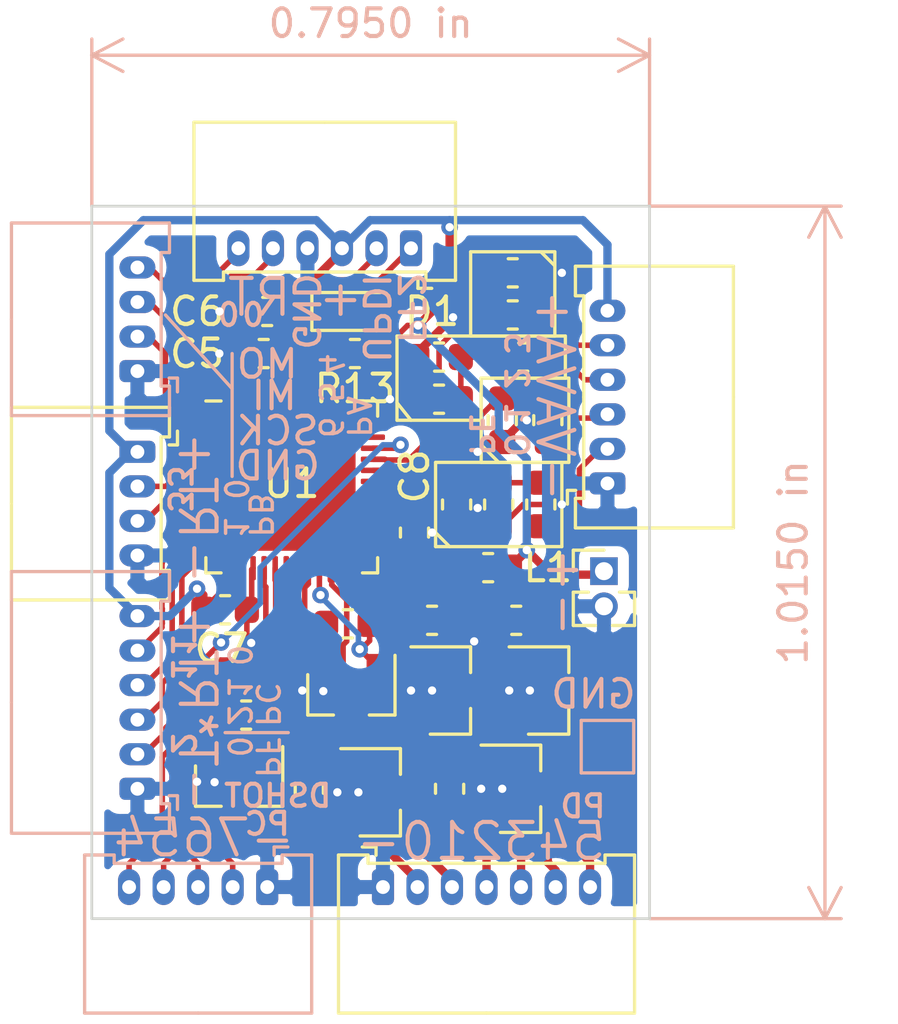
<source format=kicad_pcb>
(kicad_pcb (version 20171130) (host pcbnew "(5.1.5-0-10_14)")

  (general
    (thickness 1.6)
    (drawings 72)
    (tracks 456)
    (zones 0)
    (modules 39)
    (nets 42)
  )

  (page A4)
  (layers
    (0 F.Cu signal)
    (31 B.Cu signal hide)
    (32 B.Adhes user hide)
    (33 F.Adhes user hide)
    (34 B.Paste user hide)
    (35 F.Paste user hide)
    (36 B.SilkS user)
    (37 F.SilkS user hide)
    (38 B.Mask user hide)
    (39 F.Mask user hide)
    (40 Dwgs.User user hide)
    (41 Cmts.User user hide)
    (42 Eco1.User user hide)
    (43 Eco2.User user hide)
    (44 Edge.Cuts user hide)
    (45 Margin user hide)
    (46 B.CrtYd user hide)
    (47 F.CrtYd user hide)
    (48 B.Fab user hide)
    (49 F.Fab user hide)
  )

  (setup
    (last_trace_width 0.25)
    (user_trace_width 0.2)
    (user_trace_width 0.3)
    (trace_clearance 0.15)
    (zone_clearance 0.4)
    (zone_45_only yes)
    (trace_min 0.2)
    (via_size 0.8)
    (via_drill 0.4)
    (via_min_size 0.4)
    (via_min_drill 0.3)
    (user_via 0.6 0.3)
    (uvia_size 0.3)
    (uvia_drill 0.1)
    (uvias_allowed no)
    (uvia_min_size 0.2)
    (uvia_min_drill 0.1)
    (edge_width 0.05)
    (segment_width 0.2)
    (pcb_text_width 0.3)
    (pcb_text_size 1.5 1.5)
    (mod_edge_width 0.12)
    (mod_text_size 1 1)
    (mod_text_width 0.15)
    (pad_size 1.5 1.5)
    (pad_drill 0)
    (pad_to_mask_clearance 0.051)
    (solder_mask_min_width 0.25)
    (aux_axis_origin 0 0)
    (grid_origin 155.194 98.044)
    (visible_elements FFFFFF7F)
    (pcbplotparams
      (layerselection 0x010fc_ffffffff)
      (usegerberextensions true)
      (usegerberattributes false)
      (usegerberadvancedattributes false)
      (creategerberjobfile false)
      (excludeedgelayer true)
      (linewidth 0.100000)
      (plotframeref false)
      (viasonmask false)
      (mode 1)
      (useauxorigin false)
      (hpglpennumber 1)
      (hpglpenspeed 20)
      (hpglpendiameter 15.000000)
      (psnegative false)
      (psa4output false)
      (plotreference true)
      (plotvalue true)
      (plotinvisibletext false)
      (padsonsilk false)
      (subtractmaskfromsilk true)
      (outputformat 1)
      (mirror false)
      (drillshape 0)
      (scaleselection 1)
      (outputdirectory "./gerber"))
  )

  (net 0 "")
  (net 1 GND)
  (net 2 "Net-(C1-Pad1)")
  (net 3 "Net-(C2-Pad1)")
  (net 4 "Net-(C3-Pad1)")
  (net 5 "Net-(C4-Pad1)")
  (net 6 +5V)
  (net 7 "Net-(C8-Pad1)")
  (net 8 "Net-(D1-Pad2)")
  (net 9 "Net-(D1-Pad1)")
  (net 10 "Net-(J1-Pad7)")
  (net 11 "Net-(J1-Pad5)")
  (net 12 "Net-(J1-Pad4)")
  (net 13 "Net-(J1-Pad2)")
  (net 14 "Net-(J2-Pad3)")
  (net 15 "Net-(J2-Pad2)")
  (net 16 "Net-(J4-Pad6)")
  (net 17 "Net-(J4-Pad5)")
  (net 18 "Net-(J5-Pad5)")
  (net 19 "Net-(J5-Pad4)")
  (net 20 "Net-(J5-Pad3)")
  (net 21 "Net-(J5-Pad2)")
  (net 22 "Net-(J6-Pad4)")
  (net 23 "Net-(J6-Pad3)")
  (net 24 "Net-(J6-Pad2)")
  (net 25 "Net-(J7-Pad4)")
  (net 26 "Net-(J7-Pad3)")
  (net 27 "Net-(J7-Pad2)")
  (net 28 "Net-(J8-Pad3)")
  (net 29 "Net-(J8-Pad2)")
  (net 30 "Net-(Q1-Pad1)")
  (net 31 "Net-(Q2-Pad1)")
  (net 32 "Net-(Q3-Pad1)")
  (net 33 "Net-(Q4-Pad1)")
  (net 34 "Net-(Q5-Pad1)")
  (net 35 "Net-(Q6-Pad1)")
  (net 36 "Net-(J4-Pad2)")
  (net 37 "Net-(J2-Pad5)")
  (net 38 "Net-(J2-Pad4)")
  (net 39 "Net-(J1-Pad6)")
  (net 40 "Net-(J1-Pad3)")
  (net 41 "Net-(J7-Pad5)")

  (net_class Default "This is the default net class."
    (clearance 0.15)
    (trace_width 0.25)
    (via_dia 0.8)
    (via_drill 0.4)
    (uvia_dia 0.3)
    (uvia_drill 0.1)
    (add_net +5V)
    (add_net GND)
    (add_net "Net-(C1-Pad1)")
    (add_net "Net-(C2-Pad1)")
    (add_net "Net-(C3-Pad1)")
    (add_net "Net-(C4-Pad1)")
    (add_net "Net-(C8-Pad1)")
    (add_net "Net-(D1-Pad1)")
    (add_net "Net-(D1-Pad2)")
    (add_net "Net-(J1-Pad2)")
    (add_net "Net-(J1-Pad3)")
    (add_net "Net-(J1-Pad4)")
    (add_net "Net-(J1-Pad5)")
    (add_net "Net-(J1-Pad6)")
    (add_net "Net-(J1-Pad7)")
    (add_net "Net-(J2-Pad2)")
    (add_net "Net-(J2-Pad3)")
    (add_net "Net-(J2-Pad4)")
    (add_net "Net-(J2-Pad5)")
    (add_net "Net-(J4-Pad2)")
    (add_net "Net-(J4-Pad5)")
    (add_net "Net-(J4-Pad6)")
    (add_net "Net-(J5-Pad2)")
    (add_net "Net-(J5-Pad3)")
    (add_net "Net-(J5-Pad4)")
    (add_net "Net-(J5-Pad5)")
    (add_net "Net-(J6-Pad2)")
    (add_net "Net-(J6-Pad3)")
    (add_net "Net-(J6-Pad4)")
    (add_net "Net-(J7-Pad2)")
    (add_net "Net-(J7-Pad3)")
    (add_net "Net-(J7-Pad4)")
    (add_net "Net-(J7-Pad5)")
    (add_net "Net-(J8-Pad2)")
    (add_net "Net-(J8-Pad3)")
    (add_net "Net-(Q1-Pad1)")
    (add_net "Net-(Q2-Pad1)")
    (add_net "Net-(Q3-Pad1)")
    (add_net "Net-(Q4-Pad1)")
    (add_net "Net-(Q5-Pad1)")
    (add_net "Net-(Q6-Pad1)")
  )

  (module TestPoint:TestPoint_Pad_1.5x1.5mm (layer B.Cu) (tedit 5A0F774F) (tstamp 5F50CF2C)
    (at 163.068 100.838)
    (descr "SMD rectangular pad as test Point, square 1.5mm side length")
    (tags "test point SMD pad rectangle square")
    (path /5F5A8751)
    (zone_connect 2)
    (attr virtual)
    (fp_text reference GND (at -0.508 -1.905) (layer B.SilkS)
      (effects (font (size 1 1) (thickness 0.15)) (justify mirror))
    )
    (fp_text value TestPoint (at 0 -1.75) (layer B.Fab)
      (effects (font (size 1 1) (thickness 0.15)) (justify mirror))
    )
    (fp_line (start 1.25 -1.25) (end -1.25 -1.25) (layer B.CrtYd) (width 0.05))
    (fp_line (start 1.25 -1.25) (end 1.25 1.25) (layer B.CrtYd) (width 0.05))
    (fp_line (start -1.25 1.25) (end -1.25 -1.25) (layer B.CrtYd) (width 0.05))
    (fp_line (start -1.25 1.25) (end 1.25 1.25) (layer B.CrtYd) (width 0.05))
    (fp_line (start -0.95 -0.95) (end -0.95 0.95) (layer B.SilkS) (width 0.12))
    (fp_line (start 0.95 -0.95) (end -0.95 -0.95) (layer B.SilkS) (width 0.12))
    (fp_line (start 0.95 0.95) (end 0.95 -0.95) (layer B.SilkS) (width 0.12))
    (fp_line (start -0.95 0.95) (end 0.95 0.95) (layer B.SilkS) (width 0.12))
    (fp_text user %R (at 0 1.65) (layer B.Fab)
      (effects (font (size 1 1) (thickness 0.15)) (justify mirror))
    )
    (pad 1 smd rect (at 0 0) (size 1.5 1.5) (layers B.Cu B.Mask)
      (net 1 GND) (zone_connect 2))
  )

  (module Connector_Molex:Molex_PicoBlade_53048-0610_1x06_P1.25mm_Horizontal (layer B.Cu) (tedit 5B783024) (tstamp 5DFFC102)
    (at 146.05 102.362 90)
    (descr "Molex PicoBlade Connector System, 53048-0610, 6 Pins per row (http://www.molex.com/pdm_docs/sd/530480210_sd.pdf), generated with kicad-footprint-generator")
    (tags "connector Molex PicoBlade top entry")
    (path /5E1204C5)
    (fp_text reference J7 (at 3.683 -1.016 90) (layer B.SilkS) hide
      (effects (font (size 1 1) (thickness 0.15)) (justify mirror))
    )
    (fp_text value Conn_01x05_Male (at 3.12 -5.65 90) (layer B.Fab)
      (effects (font (size 1 1) (thickness 0.15)) (justify mirror))
    )
    (fp_text user %R (at 3.12 -3.75 90) (layer B.Fab)
      (effects (font (size 1 1) (thickness 0.15)) (justify mirror))
    )
    (fp_line (start 7.86 -4.56) (end 3.125 -4.56) (layer B.SilkS) (width 0.12))
    (fp_line (start 7.86 1.16) (end 7.86 -4.56) (layer B.SilkS) (width 0.12))
    (fp_line (start 6.79 1.16) (end 7.86 1.16) (layer B.SilkS) (width 0.12))
    (fp_line (start 6.79 0.86) (end 6.79 1.16) (layer B.SilkS) (width 0.12))
    (fp_line (start 3.125 0.86) (end 6.79 0.86) (layer B.SilkS) (width 0.12))
    (fp_line (start -1.61 -4.56) (end 3.125 -4.56) (layer B.SilkS) (width 0.12))
    (fp_line (start -1.61 1.16) (end -1.61 -4.56) (layer B.SilkS) (width 0.12))
    (fp_line (start -0.54 1.16) (end -1.61 1.16) (layer B.SilkS) (width 0.12))
    (fp_line (start -0.54 0.86) (end -0.54 1.16) (layer B.SilkS) (width 0.12))
    (fp_line (start 3.125 0.86) (end -0.54 0.86) (layer B.SilkS) (width 0.12))
    (fp_line (start 7.75 -4.45) (end 3.125 -4.45) (layer B.Fab) (width 0.1))
    (fp_line (start 7.75 1.05) (end 7.75 -4.45) (layer B.Fab) (width 0.1))
    (fp_line (start 6.9 1.05) (end 7.75 1.05) (layer B.Fab) (width 0.1))
    (fp_line (start 6.9 0.75) (end 6.9 1.05) (layer B.Fab) (width 0.1))
    (fp_line (start 3.125 0.75) (end 6.9 0.75) (layer B.Fab) (width 0.1))
    (fp_line (start -1.5 -4.45) (end 3.125 -4.45) (layer B.Fab) (width 0.1))
    (fp_line (start -1.5 1.05) (end -1.5 -4.45) (layer B.Fab) (width 0.1))
    (fp_line (start -0.65 1.05) (end -1.5 1.05) (layer B.Fab) (width 0.1))
    (fp_line (start -0.65 0.75) (end -0.65 1.05) (layer B.Fab) (width 0.1))
    (fp_line (start 3.125 0.75) (end -0.65 0.75) (layer B.Fab) (width 0.1))
    (fp_line (start 8.25 -4.95) (end 3.13 -4.95) (layer B.CrtYd) (width 0.05))
    (fp_line (start 8.25 1.55) (end 8.25 -4.95) (layer B.CrtYd) (width 0.05))
    (fp_line (start 6.4 1.55) (end 8.25 1.55) (layer B.CrtYd) (width 0.05))
    (fp_line (start 6.4 1.25) (end 6.4 1.55) (layer B.CrtYd) (width 0.05))
    (fp_line (start 3.13 1.25) (end 6.4 1.25) (layer B.CrtYd) (width 0.05))
    (fp_line (start -2 -4.95) (end 3.12 -4.95) (layer B.CrtYd) (width 0.05))
    (fp_line (start -2 1.55) (end -2 -4.95) (layer B.CrtYd) (width 0.05))
    (fp_line (start -0.15 1.55) (end -2 1.55) (layer B.CrtYd) (width 0.05))
    (fp_line (start -0.15 1.25) (end -0.15 1.55) (layer B.CrtYd) (width 0.05))
    (fp_line (start 3.12 1.25) (end -0.15 1.25) (layer B.CrtYd) (width 0.05))
    (fp_line (start 0 0.042893) (end 0.5 0.75) (layer B.Fab) (width 0.1))
    (fp_line (start -0.5 0.75) (end 0 0.042893) (layer B.Fab) (width 0.1))
    (fp_line (start -0.25 1.45) (end -0.75 1.45) (layer B.SilkS) (width 0.12))
    (fp_line (start -0.25 1.15) (end -0.25 1.45) (layer B.SilkS) (width 0.12))
    (pad 6 thru_hole oval (at 6.25 0 90) (size 0.8 1.3) (drill 0.5) (layers *.Cu *.Mask)
      (net 6 +5V))
    (pad 5 thru_hole oval (at 5 0 90) (size 0.8 1.3) (drill 0.5) (layers *.Cu *.Mask)
      (net 41 "Net-(J7-Pad5)"))
    (pad 4 thru_hole oval (at 3.75 0 90) (size 0.8 1.3) (drill 0.5) (layers *.Cu *.Mask)
      (net 25 "Net-(J7-Pad4)"))
    (pad 3 thru_hole oval (at 2.5 0 90) (size 0.8 1.3) (drill 0.5) (layers *.Cu *.Mask)
      (net 26 "Net-(J7-Pad3)"))
    (pad 2 thru_hole oval (at 1.25 0 90) (size 0.8 1.3) (drill 0.5) (layers *.Cu *.Mask)
      (net 27 "Net-(J7-Pad2)"))
    (pad 1 thru_hole roundrect (at 0 0 90) (size 0.8 1.3) (drill 0.5) (layers *.Cu *.Mask) (roundrect_rratio 0.25)
      (net 1 GND))
    (model ${KISYS3DMOD}/Connector_Molex.3dshapes/Molex_PicoBlade_53048-0610_1x06_P1.25mm_Horizontal.wrl
      (at (xyz 0 0 0))
      (scale (xyz 1 1 1))
      (rotate (xyz 0 0 0))
    )
  )

  (module Connector_Molex:Molex_PicoBlade_53048-0710_1x07_P1.25mm_Horizontal (layer F.Cu) (tedit 5B783024) (tstamp 5F43999E)
    (at 154.94 105.918)
    (descr "Molex PicoBlade Connector System, 53048-0710, 7 Pins per row (http://www.molex.com/pdm_docs/sd/530480210_sd.pdf), generated with kicad-footprint-generator")
    (tags "connector Molex PicoBlade top entry")
    (path /5E0E50FB)
    (fp_text reference J1 (at 3.429 0.127) (layer F.SilkS) hide
      (effects (font (size 1 1) (thickness 0.15)))
    )
    (fp_text value ` (at 3.75 5.65) (layer F.Fab)
      (effects (font (size 1 1) (thickness 0.15)))
    )
    (fp_text user %R (at 3.75 3.75) (layer F.Fab)
      (effects (font (size 1 1) (thickness 0.15)))
    )
    (fp_line (start 9.11 4.56) (end 3.75 4.56) (layer F.SilkS) (width 0.12))
    (fp_line (start 9.11 -1.16) (end 9.11 4.56) (layer F.SilkS) (width 0.12))
    (fp_line (start 8.04 -1.16) (end 9.11 -1.16) (layer F.SilkS) (width 0.12))
    (fp_line (start 8.04 -0.86) (end 8.04 -1.16) (layer F.SilkS) (width 0.12))
    (fp_line (start 3.75 -0.86) (end 8.04 -0.86) (layer F.SilkS) (width 0.12))
    (fp_line (start -1.61 4.56) (end 3.75 4.56) (layer F.SilkS) (width 0.12))
    (fp_line (start -1.61 -1.16) (end -1.61 4.56) (layer F.SilkS) (width 0.12))
    (fp_line (start -0.54 -1.16) (end -1.61 -1.16) (layer F.SilkS) (width 0.12))
    (fp_line (start -0.54 -0.86) (end -0.54 -1.16) (layer F.SilkS) (width 0.12))
    (fp_line (start 3.75 -0.86) (end -0.54 -0.86) (layer F.SilkS) (width 0.12))
    (fp_line (start 9 4.45) (end 3.75 4.45) (layer F.Fab) (width 0.1))
    (fp_line (start 9 -1.05) (end 9 4.45) (layer F.Fab) (width 0.1))
    (fp_line (start 8.15 -1.05) (end 9 -1.05) (layer F.Fab) (width 0.1))
    (fp_line (start 8.15 -0.75) (end 8.15 -1.05) (layer F.Fab) (width 0.1))
    (fp_line (start 3.75 -0.75) (end 8.15 -0.75) (layer F.Fab) (width 0.1))
    (fp_line (start -1.5 4.45) (end 3.75 4.45) (layer F.Fab) (width 0.1))
    (fp_line (start -1.5 -1.05) (end -1.5 4.45) (layer F.Fab) (width 0.1))
    (fp_line (start -0.65 -1.05) (end -1.5 -1.05) (layer F.Fab) (width 0.1))
    (fp_line (start -0.65 -0.75) (end -0.65 -1.05) (layer F.Fab) (width 0.1))
    (fp_line (start 3.75 -0.75) (end -0.65 -0.75) (layer F.Fab) (width 0.1))
    (fp_line (start 9.5 4.95) (end 3.75 4.95) (layer F.CrtYd) (width 0.05))
    (fp_line (start 9.5 -1.55) (end 9.5 4.95) (layer F.CrtYd) (width 0.05))
    (fp_line (start 7.65 -1.55) (end 9.5 -1.55) (layer F.CrtYd) (width 0.05))
    (fp_line (start 7.65 -1.25) (end 7.65 -1.55) (layer F.CrtYd) (width 0.05))
    (fp_line (start 3.75 -1.25) (end 7.65 -1.25) (layer F.CrtYd) (width 0.05))
    (fp_line (start -2 4.95) (end 3.75 4.95) (layer F.CrtYd) (width 0.05))
    (fp_line (start -2 -1.55) (end -2 4.95) (layer F.CrtYd) (width 0.05))
    (fp_line (start -0.15 -1.55) (end -2 -1.55) (layer F.CrtYd) (width 0.05))
    (fp_line (start -0.15 -1.25) (end -0.15 -1.55) (layer F.CrtYd) (width 0.05))
    (fp_line (start 3.75 -1.25) (end -0.15 -1.25) (layer F.CrtYd) (width 0.05))
    (fp_line (start 0 -0.042893) (end 0.5 -0.75) (layer F.Fab) (width 0.1))
    (fp_line (start -0.5 -0.75) (end 0 -0.042893) (layer F.Fab) (width 0.1))
    (fp_line (start -0.25 -1.45) (end -0.75 -1.45) (layer F.SilkS) (width 0.12))
    (fp_line (start -0.25 -1.15) (end -0.25 -1.45) (layer F.SilkS) (width 0.12))
    (pad 7 thru_hole oval (at 7.5 0) (size 0.8 1.3) (drill 0.5) (layers *.Cu *.Mask)
      (net 10 "Net-(J1-Pad7)"))
    (pad 6 thru_hole oval (at 6.25 0) (size 0.8 1.3) (drill 0.5) (layers *.Cu *.Mask)
      (net 39 "Net-(J1-Pad6)"))
    (pad 5 thru_hole oval (at 5 0) (size 0.8 1.3) (drill 0.5) (layers *.Cu *.Mask)
      (net 11 "Net-(J1-Pad5)"))
    (pad 4 thru_hole oval (at 3.75 0) (size 0.8 1.3) (drill 0.5) (layers *.Cu *.Mask)
      (net 12 "Net-(J1-Pad4)"))
    (pad 3 thru_hole oval (at 2.5 0) (size 0.8 1.3) (drill 0.5) (layers *.Cu *.Mask)
      (net 40 "Net-(J1-Pad3)"))
    (pad 2 thru_hole oval (at 1.25 0) (size 0.8 1.3) (drill 0.5) (layers *.Cu *.Mask)
      (net 13 "Net-(J1-Pad2)"))
    (pad 1 thru_hole roundrect (at 0 0) (size 0.8 1.3) (drill 0.5) (layers *.Cu *.Mask) (roundrect_rratio 0.25)
      (net 1 GND))
    (model ${KISYS3DMOD}/Connector_Molex.3dshapes/Molex_PicoBlade_53048-0710_1x07_P1.25mm_Horizontal.wrl
      (at (xyz 0 0 0))
      (scale (xyz 1 1 1))
      (rotate (xyz 0 0 0))
    )
  )

  (module Connector_PinHeader_1.27mm:PinHeader_1x02_P1.27mm_Vertical (layer F.Cu) (tedit 59FED6E3) (tstamp 5F41AFC4)
    (at 162.941 94.488)
    (descr "Through hole straight pin header, 1x02, 1.27mm pitch, single row")
    (tags "Through hole pin header THT 1x02 1.27mm single row")
    (path /5F4EE21B)
    (fp_text reference J3 (at -0.127 -1.27) (layer F.SilkS) hide
      (effects (font (size 1 1) (thickness 0.15)))
    )
    (fp_text value Conn_01x02 (at 0 2.965) (layer F.Fab)
      (effects (font (size 1 1) (thickness 0.15)))
    )
    (fp_text user %R (at 0 0.635 90) (layer F.Fab)
      (effects (font (size 1 1) (thickness 0.15)))
    )
    (fp_line (start 1.55 -1.15) (end -1.55 -1.15) (layer F.CrtYd) (width 0.05))
    (fp_line (start 1.55 2.45) (end 1.55 -1.15) (layer F.CrtYd) (width 0.05))
    (fp_line (start -1.55 2.45) (end 1.55 2.45) (layer F.CrtYd) (width 0.05))
    (fp_line (start -1.55 -1.15) (end -1.55 2.45) (layer F.CrtYd) (width 0.05))
    (fp_line (start -1.11 -0.76) (end 0 -0.76) (layer F.SilkS) (width 0.12))
    (fp_line (start -1.11 0) (end -1.11 -0.76) (layer F.SilkS) (width 0.12))
    (fp_line (start 0.563471 0.76) (end 1.11 0.76) (layer F.SilkS) (width 0.12))
    (fp_line (start -1.11 0.76) (end -0.563471 0.76) (layer F.SilkS) (width 0.12))
    (fp_line (start 1.11 0.76) (end 1.11 1.965) (layer F.SilkS) (width 0.12))
    (fp_line (start -1.11 0.76) (end -1.11 1.965) (layer F.SilkS) (width 0.12))
    (fp_line (start 0.30753 1.965) (end 1.11 1.965) (layer F.SilkS) (width 0.12))
    (fp_line (start -1.11 1.965) (end -0.30753 1.965) (layer F.SilkS) (width 0.12))
    (fp_line (start -1.05 -0.11) (end -0.525 -0.635) (layer F.Fab) (width 0.1))
    (fp_line (start -1.05 1.905) (end -1.05 -0.11) (layer F.Fab) (width 0.1))
    (fp_line (start 1.05 1.905) (end -1.05 1.905) (layer F.Fab) (width 0.1))
    (fp_line (start 1.05 -0.635) (end 1.05 1.905) (layer F.Fab) (width 0.1))
    (fp_line (start -0.525 -0.635) (end 1.05 -0.635) (layer F.Fab) (width 0.1))
    (pad 2 thru_hole oval (at 0 1.27) (size 1 1) (drill 0.65) (layers *.Cu *.Mask)
      (net 1 GND))
    (pad 1 thru_hole rect (at 0 0) (size 1 1) (drill 0.65) (layers *.Cu *.Mask)
      (net 6 +5V))
    (model ${KISYS3DMOD}/Connector_PinHeader_1.27mm.3dshapes/PinHeader_1x02_P1.27mm_Vertical.wrl
      (at (xyz 0 0 0))
      (scale (xyz 1 1 1))
      (rotate (xyz 0 0 0))
    )
  )

  (module Connector_Molex:Molex_PicoBlade_53048-0510_1x05_P1.25mm_Horizontal (layer B.Cu) (tedit 5B783024) (tstamp 5DFA6A8D)
    (at 150.749 105.918 180)
    (descr "Molex PicoBlade Connector System, 53048-0510, 5 Pins per row (http://www.molex.com/pdm_docs/sd/530480210_sd.pdf), generated with kicad-footprint-generator")
    (tags "connector Molex PicoBlade top entry")
    (path /5E164999)
    (fp_text reference J5 (at 2.5 1.95) (layer B.SilkS) hide
      (effects (font (size 1 1) (thickness 0.15)) (justify mirror))
    )
    (fp_text value Conn_01x05_Male (at 2.5 -5.65) (layer B.Fab)
      (effects (font (size 1 1) (thickness 0.15)) (justify mirror))
    )
    (fp_text user %R (at 2.5 -3.75) (layer B.Fab)
      (effects (font (size 1 1) (thickness 0.15)) (justify mirror))
    )
    (fp_line (start 6.61 -4.56) (end 2.5 -4.56) (layer B.SilkS) (width 0.12))
    (fp_line (start 6.61 1.16) (end 6.61 -4.56) (layer B.SilkS) (width 0.12))
    (fp_line (start 5.54 1.16) (end 6.61 1.16) (layer B.SilkS) (width 0.12))
    (fp_line (start 5.54 0.86) (end 5.54 1.16) (layer B.SilkS) (width 0.12))
    (fp_line (start 2.5 0.86) (end 5.54 0.86) (layer B.SilkS) (width 0.12))
    (fp_line (start -1.61 -4.56) (end 2.5 -4.56) (layer B.SilkS) (width 0.12))
    (fp_line (start -1.61 1.16) (end -1.61 -4.56) (layer B.SilkS) (width 0.12))
    (fp_line (start -0.54 1.16) (end -1.61 1.16) (layer B.SilkS) (width 0.12))
    (fp_line (start -0.54 0.86) (end -0.54 1.16) (layer B.SilkS) (width 0.12))
    (fp_line (start 2.5 0.86) (end -0.54 0.86) (layer B.SilkS) (width 0.12))
    (fp_line (start 6.5 -4.45) (end 2.5 -4.45) (layer B.Fab) (width 0.1))
    (fp_line (start 6.5 1.05) (end 6.5 -4.45) (layer B.Fab) (width 0.1))
    (fp_line (start 5.65 1.05) (end 6.5 1.05) (layer B.Fab) (width 0.1))
    (fp_line (start 5.65 0.75) (end 5.65 1.05) (layer B.Fab) (width 0.1))
    (fp_line (start 2.5 0.75) (end 5.65 0.75) (layer B.Fab) (width 0.1))
    (fp_line (start -1.5 -4.45) (end 2.5 -4.45) (layer B.Fab) (width 0.1))
    (fp_line (start -1.5 1.05) (end -1.5 -4.45) (layer B.Fab) (width 0.1))
    (fp_line (start -0.65 1.05) (end -1.5 1.05) (layer B.Fab) (width 0.1))
    (fp_line (start -0.65 0.75) (end -0.65 1.05) (layer B.Fab) (width 0.1))
    (fp_line (start 2.5 0.75) (end -0.65 0.75) (layer B.Fab) (width 0.1))
    (fp_line (start 7 -4.95) (end 2.5 -4.95) (layer B.CrtYd) (width 0.05))
    (fp_line (start 7 1.55) (end 7 -4.95) (layer B.CrtYd) (width 0.05))
    (fp_line (start 5.15 1.55) (end 7 1.55) (layer B.CrtYd) (width 0.05))
    (fp_line (start 5.15 1.25) (end 5.15 1.55) (layer B.CrtYd) (width 0.05))
    (fp_line (start 2.5 1.25) (end 5.15 1.25) (layer B.CrtYd) (width 0.05))
    (fp_line (start -2 -4.95) (end 2.5 -4.95) (layer B.CrtYd) (width 0.05))
    (fp_line (start -2 1.55) (end -2 -4.95) (layer B.CrtYd) (width 0.05))
    (fp_line (start -0.15 1.55) (end -2 1.55) (layer B.CrtYd) (width 0.05))
    (fp_line (start -0.15 1.25) (end -0.15 1.55) (layer B.CrtYd) (width 0.05))
    (fp_line (start 2.5 1.25) (end -0.15 1.25) (layer B.CrtYd) (width 0.05))
    (fp_line (start 0 0.042893) (end 0.5 0.75) (layer B.Fab) (width 0.1))
    (fp_line (start -0.5 0.75) (end 0 0.042893) (layer B.Fab) (width 0.1))
    (fp_line (start -0.25 1.45) (end -0.75 1.45) (layer B.SilkS) (width 0.12))
    (fp_line (start -0.25 1.15) (end -0.25 1.45) (layer B.SilkS) (width 0.12))
    (pad 5 thru_hole oval (at 5 0 180) (size 0.8 1.3) (drill 0.5) (layers *.Cu *.Mask)
      (net 18 "Net-(J5-Pad5)"))
    (pad 4 thru_hole oval (at 3.75 0 180) (size 0.8 1.3) (drill 0.5) (layers *.Cu *.Mask)
      (net 19 "Net-(J5-Pad4)"))
    (pad 3 thru_hole oval (at 2.5 0 180) (size 0.8 1.3) (drill 0.5) (layers *.Cu *.Mask)
      (net 20 "Net-(J5-Pad3)"))
    (pad 2 thru_hole oval (at 1.25 0 180) (size 0.8 1.3) (drill 0.5) (layers *.Cu *.Mask)
      (net 21 "Net-(J5-Pad2)"))
    (pad 1 thru_hole roundrect (at 0 0 180) (size 0.8 1.3) (drill 0.5) (layers *.Cu *.Mask) (roundrect_rratio 0.25)
      (net 1 GND))
    (model ${KISYS3DMOD}/Connector_Molex.3dshapes/Molex_PicoBlade_53048-0510_1x05_P1.25mm_Horizontal.wrl
      (at (xyz 0 0 0))
      (scale (xyz 1 1 1))
      (rotate (xyz 0 0 0))
    )
  )

  (module Resistor_SMD:R_0603_1608Metric (layer F.Cu) (tedit 5B301BBD) (tstamp 5DFA8C0D)
    (at 159.639 85.217 180)
    (descr "Resistor SMD 0603 (1608 Metric), square (rectangular) end terminal, IPC_7351 nominal, (Body size source: http://www.tortai-tech.com/upload/download/2011102023233369053.pdf), generated with kicad-footprint-generator")
    (tags resistor)
    (path /5DFB0971)
    (attr smd)
    (fp_text reference R9 (at -2.413 -0.127) (layer F.SilkS) hide
      (effects (font (size 1 1) (thickness 0.15)))
    )
    (fp_text value 1K (at 0 1.43) (layer F.Fab)
      (effects (font (size 1 1) (thickness 0.15)))
    )
    (fp_text user %R (at 0 0) (layer F.Fab)
      (effects (font (size 0.4 0.4) (thickness 0.06)))
    )
    (fp_line (start 1.48 0.73) (end -1.48 0.73) (layer F.CrtYd) (width 0.05))
    (fp_line (start 1.48 -0.73) (end 1.48 0.73) (layer F.CrtYd) (width 0.05))
    (fp_line (start -1.48 -0.73) (end 1.48 -0.73) (layer F.CrtYd) (width 0.05))
    (fp_line (start -1.48 0.73) (end -1.48 -0.73) (layer F.CrtYd) (width 0.05))
    (fp_line (start -0.162779 0.51) (end 0.162779 0.51) (layer F.SilkS) (width 0.12))
    (fp_line (start -0.162779 -0.51) (end 0.162779 -0.51) (layer F.SilkS) (width 0.12))
    (fp_line (start 0.8 0.4) (end -0.8 0.4) (layer F.Fab) (width 0.1))
    (fp_line (start 0.8 -0.4) (end 0.8 0.4) (layer F.Fab) (width 0.1))
    (fp_line (start -0.8 -0.4) (end 0.8 -0.4) (layer F.Fab) (width 0.1))
    (fp_line (start -0.8 0.4) (end -0.8 -0.4) (layer F.Fab) (width 0.1))
    (pad 2 smd roundrect (at 0.7875 0 180) (size 0.875 0.95) (layers F.Cu F.Paste F.Mask) (roundrect_rratio 0.25)
      (net 3 "Net-(C2-Pad1)"))
    (pad 1 smd roundrect (at -0.7875 0 180) (size 0.875 0.95) (layers F.Cu F.Paste F.Mask) (roundrect_rratio 0.25)
      (net 37 "Net-(J2-Pad5)"))
    (model ${KISYS3DMOD}/Resistor_SMD.3dshapes/R_0603_1608Metric.wrl
      (at (xyz 0 0 0))
      (scale (xyz 1 1 1))
      (rotate (xyz 0 0 0))
    )
  )

  (module Capacitor_SMD:C_0603_1608Metric (layer F.Cu) (tedit 5B301BBE) (tstamp 5DFA8D21)
    (at 159.639 83.693)
    (descr "Capacitor SMD 0603 (1608 Metric), square (rectangular) end terminal, IPC_7351 nominal, (Body size source: http://www.tortai-tech.com/upload/download/2011102023233369053.pdf), generated with kicad-footprint-generator")
    (tags capacitor)
    (path /5DFB4C82)
    (attr smd)
    (fp_text reference C2 (at 0 -1.524) (layer F.SilkS) hide
      (effects (font (size 1 1) (thickness 0.15)))
    )
    (fp_text value 1uF (at 0 1.43) (layer F.Fab)
      (effects (font (size 1 1) (thickness 0.15)))
    )
    (fp_text user %R (at 0 0) (layer F.Fab)
      (effects (font (size 0.4 0.4) (thickness 0.06)))
    )
    (fp_line (start 1.48 0.73) (end -1.48 0.73) (layer F.CrtYd) (width 0.05))
    (fp_line (start 1.48 -0.73) (end 1.48 0.73) (layer F.CrtYd) (width 0.05))
    (fp_line (start -1.48 -0.73) (end 1.48 -0.73) (layer F.CrtYd) (width 0.05))
    (fp_line (start -1.48 0.73) (end -1.48 -0.73) (layer F.CrtYd) (width 0.05))
    (fp_line (start -0.162779 0.51) (end 0.162779 0.51) (layer F.SilkS) (width 0.12))
    (fp_line (start -0.162779 -0.51) (end 0.162779 -0.51) (layer F.SilkS) (width 0.12))
    (fp_line (start 0.8 0.4) (end -0.8 0.4) (layer F.Fab) (width 0.1))
    (fp_line (start 0.8 -0.4) (end 0.8 0.4) (layer F.Fab) (width 0.1))
    (fp_line (start -0.8 -0.4) (end 0.8 -0.4) (layer F.Fab) (width 0.1))
    (fp_line (start -0.8 0.4) (end -0.8 -0.4) (layer F.Fab) (width 0.1))
    (pad 2 smd roundrect (at 0.7875 0) (size 0.875 0.95) (layers F.Cu F.Paste F.Mask) (roundrect_rratio 0.25)
      (net 1 GND))
    (pad 1 smd roundrect (at -0.7875 0) (size 0.875 0.95) (layers F.Cu F.Paste F.Mask) (roundrect_rratio 0.25)
      (net 3 "Net-(C2-Pad1)"))
    (model ${KISYS3DMOD}/Capacitor_SMD.3dshapes/C_0603_1608Metric.wrl
      (at (xyz 0 0 0))
      (scale (xyz 1 1 1))
      (rotate (xyz 0 0 0))
    )
  )

  (module Package_TO_SOT_SMD:SOT-23 (layer F.Cu) (tedit 5A02FF57) (tstamp 5F43D698)
    (at 149.733 102.235 270)
    (descr "SOT-23, Standard")
    (tags SOT-23)
    (path /5DF88181)
    (attr smd)
    (fp_text reference Q1 (at 1.524 -1.27 180) (layer F.SilkS) hide
      (effects (font (size 1 1) (thickness 0.15)))
    )
    (fp_text value Q_NMOS_GSD (at 0 2.5 90) (layer F.Fab)
      (effects (font (size 1 1) (thickness 0.15)))
    )
    (fp_line (start 0.76 1.58) (end -0.7 1.58) (layer F.SilkS) (width 0.12))
    (fp_line (start 0.76 -1.58) (end -1.4 -1.58) (layer F.SilkS) (width 0.12))
    (fp_line (start -1.7 1.75) (end -1.7 -1.75) (layer F.CrtYd) (width 0.05))
    (fp_line (start 1.7 1.75) (end -1.7 1.75) (layer F.CrtYd) (width 0.05))
    (fp_line (start 1.7 -1.75) (end 1.7 1.75) (layer F.CrtYd) (width 0.05))
    (fp_line (start -1.7 -1.75) (end 1.7 -1.75) (layer F.CrtYd) (width 0.05))
    (fp_line (start 0.76 -1.58) (end 0.76 -0.65) (layer F.SilkS) (width 0.12))
    (fp_line (start 0.76 1.58) (end 0.76 0.65) (layer F.SilkS) (width 0.12))
    (fp_line (start -0.7 1.52) (end 0.7 1.52) (layer F.Fab) (width 0.1))
    (fp_line (start 0.7 -1.52) (end 0.7 1.52) (layer F.Fab) (width 0.1))
    (fp_line (start -0.7 -0.95) (end -0.15 -1.52) (layer F.Fab) (width 0.1))
    (fp_line (start -0.15 -1.52) (end 0.7 -1.52) (layer F.Fab) (width 0.1))
    (fp_line (start -0.7 -0.95) (end -0.7 1.5) (layer F.Fab) (width 0.1))
    (fp_text user %R (at 0 0) (layer F.Fab)
      (effects (font (size 0.5 0.5) (thickness 0.075)))
    )
    (pad 3 smd rect (at 1 0 270) (size 0.9 0.8) (layers F.Cu F.Paste F.Mask)
      (net 13 "Net-(J1-Pad2)"))
    (pad 2 smd rect (at -1 0.95 270) (size 0.9 0.8) (layers F.Cu F.Paste F.Mask)
      (net 1 GND))
    (pad 1 smd rect (at -1 -0.95 270) (size 0.9 0.8) (layers F.Cu F.Paste F.Mask)
      (net 30 "Net-(Q1-Pad1)"))
    (model ${KISYS3DMOD}/Package_TO_SOT_SMD.3dshapes/SOT-23.wrl
      (at (xyz 0 0 0))
      (scale (xyz 1 1 1))
      (rotate (xyz 0 0 0))
    )
  )

  (module Connector_Molex:Molex_PicoBlade_53048-0410_1x04_P1.25mm_Horizontal (layer B.Cu) (tedit 5B783024) (tstamp 5DFFC005)
    (at 146.05 87.249 90)
    (descr "Molex PicoBlade Connector System, 53048-0410, 4 Pins per row (http://www.molex.com/pdm_docs/sd/530480210_sd.pdf), generated with kicad-footprint-generator")
    (tags "connector Molex PicoBlade top entry")
    (path /5E11E7EC)
    (fp_text reference J6 (at 1.905 -2.286 270) (layer B.SilkS) hide
      (effects (font (size 1 1) (thickness 0.15)) (justify mirror))
    )
    (fp_text value Conn_01x04_Male (at 1.88 -5.65 270) (layer B.Fab)
      (effects (font (size 1 1) (thickness 0.15)) (justify mirror))
    )
    (fp_text user %R (at 1.88 -3.75 270) (layer B.Fab)
      (effects (font (size 1 1) (thickness 0.15)) (justify mirror))
    )
    (fp_line (start 5.36 -4.56) (end 1.875 -4.56) (layer B.SilkS) (width 0.12))
    (fp_line (start 5.36 1.16) (end 5.36 -4.56) (layer B.SilkS) (width 0.12))
    (fp_line (start 4.29 1.16) (end 5.36 1.16) (layer B.SilkS) (width 0.12))
    (fp_line (start 4.29 0.86) (end 4.29 1.16) (layer B.SilkS) (width 0.12))
    (fp_line (start 1.875 0.86) (end 4.29 0.86) (layer B.SilkS) (width 0.12))
    (fp_line (start -1.61 -4.56) (end 1.875 -4.56) (layer B.SilkS) (width 0.12))
    (fp_line (start -1.61 1.16) (end -1.61 -4.56) (layer B.SilkS) (width 0.12))
    (fp_line (start -0.54 1.16) (end -1.61 1.16) (layer B.SilkS) (width 0.12))
    (fp_line (start -0.54 0.86) (end -0.54 1.16) (layer B.SilkS) (width 0.12))
    (fp_line (start 1.875 0.86) (end -0.54 0.86) (layer B.SilkS) (width 0.12))
    (fp_line (start 5.25 -4.45) (end 1.875 -4.45) (layer B.Fab) (width 0.1))
    (fp_line (start 5.25 1.05) (end 5.25 -4.45) (layer B.Fab) (width 0.1))
    (fp_line (start 4.4 1.05) (end 5.25 1.05) (layer B.Fab) (width 0.1))
    (fp_line (start 4.4 0.75) (end 4.4 1.05) (layer B.Fab) (width 0.1))
    (fp_line (start 1.875 0.75) (end 4.4 0.75) (layer B.Fab) (width 0.1))
    (fp_line (start -1.5 -4.45) (end 1.875 -4.45) (layer B.Fab) (width 0.1))
    (fp_line (start -1.5 1.05) (end -1.5 -4.45) (layer B.Fab) (width 0.1))
    (fp_line (start -0.65 1.05) (end -1.5 1.05) (layer B.Fab) (width 0.1))
    (fp_line (start -0.65 0.75) (end -0.65 1.05) (layer B.Fab) (width 0.1))
    (fp_line (start 1.875 0.75) (end -0.65 0.75) (layer B.Fab) (width 0.1))
    (fp_line (start 5.75 -4.95) (end 1.87 -4.95) (layer B.CrtYd) (width 0.05))
    (fp_line (start 5.75 1.55) (end 5.75 -4.95) (layer B.CrtYd) (width 0.05))
    (fp_line (start 3.9 1.55) (end 5.75 1.55) (layer B.CrtYd) (width 0.05))
    (fp_line (start 3.9 1.25) (end 3.9 1.55) (layer B.CrtYd) (width 0.05))
    (fp_line (start 1.87 1.25) (end 3.9 1.25) (layer B.CrtYd) (width 0.05))
    (fp_line (start -2 -4.95) (end 1.88 -4.95) (layer B.CrtYd) (width 0.05))
    (fp_line (start -2 1.55) (end -2 -4.95) (layer B.CrtYd) (width 0.05))
    (fp_line (start -0.15 1.55) (end -2 1.55) (layer B.CrtYd) (width 0.05))
    (fp_line (start -0.15 1.25) (end -0.15 1.55) (layer B.CrtYd) (width 0.05))
    (fp_line (start 1.88 1.25) (end -0.15 1.25) (layer B.CrtYd) (width 0.05))
    (fp_line (start 0 0.042893) (end 0.5 0.75) (layer B.Fab) (width 0.1))
    (fp_line (start -0.5 0.75) (end 0 0.042893) (layer B.Fab) (width 0.1))
    (fp_line (start -0.25 1.45) (end -0.75 1.45) (layer B.SilkS) (width 0.12))
    (fp_line (start -0.25 1.15) (end -0.25 1.45) (layer B.SilkS) (width 0.12))
    (pad 4 thru_hole oval (at 3.75 0 90) (size 0.8 1.3) (drill 0.5) (layers *.Cu *.Mask)
      (net 22 "Net-(J6-Pad4)"))
    (pad 3 thru_hole oval (at 2.5 0 90) (size 0.8 1.3) (drill 0.5) (layers *.Cu *.Mask)
      (net 23 "Net-(J6-Pad3)"))
    (pad 2 thru_hole oval (at 1.25 0 90) (size 0.8 1.3) (drill 0.5) (layers *.Cu *.Mask)
      (net 24 "Net-(J6-Pad2)"))
    (pad 1 thru_hole roundrect (at 0 0 90) (size 0.8 1.3) (drill 0.5) (layers *.Cu *.Mask) (roundrect_rratio 0.25)
      (net 1 GND))
    (model ${KISYS3DMOD}/Connector_Molex.3dshapes/Molex_PicoBlade_53048-0410_1x04_P1.25mm_Horizontal.wrl
      (at (xyz 0 0 0))
      (scale (xyz 1 1 1))
      (rotate (xyz 0 0 0))
    )
  )

  (module Connector_Molex:Molex_PicoBlade_53048-0410_1x04_P1.25mm_Horizontal (layer F.Cu) (tedit 5B783024) (tstamp 5DFFC083)
    (at 146.05 90.17 270)
    (descr "Molex PicoBlade Connector System, 53048-0410, 4 Pins per row (http://www.molex.com/pdm_docs/sd/530480210_sd.pdf), generated with kicad-footprint-generator")
    (tags "connector Molex PicoBlade top entry")
    (path /5E1533C5)
    (fp_text reference J8 (at 1.778 0.127 90) (layer F.SilkS) hide
      (effects (font (size 1 1) (thickness 0.15)))
    )
    (fp_text value Conn_01x04_Male (at 1.88 5.65 90) (layer F.Fab)
      (effects (font (size 1 1) (thickness 0.15)))
    )
    (fp_text user %R (at 1.88 3.75 90) (layer F.Fab)
      (effects (font (size 1 1) (thickness 0.15)))
    )
    (fp_line (start 5.36 4.56) (end 1.875 4.56) (layer F.SilkS) (width 0.12))
    (fp_line (start 5.36 -1.16) (end 5.36 4.56) (layer F.SilkS) (width 0.12))
    (fp_line (start 4.29 -1.16) (end 5.36 -1.16) (layer F.SilkS) (width 0.12))
    (fp_line (start 4.29 -0.86) (end 4.29 -1.16) (layer F.SilkS) (width 0.12))
    (fp_line (start 1.875 -0.86) (end 4.29 -0.86) (layer F.SilkS) (width 0.12))
    (fp_line (start -1.61 4.56) (end 1.875 4.56) (layer F.SilkS) (width 0.12))
    (fp_line (start -1.61 -1.16) (end -1.61 4.56) (layer F.SilkS) (width 0.12))
    (fp_line (start -0.54 -1.16) (end -1.61 -1.16) (layer F.SilkS) (width 0.12))
    (fp_line (start -0.54 -0.86) (end -0.54 -1.16) (layer F.SilkS) (width 0.12))
    (fp_line (start 1.875 -0.86) (end -0.54 -0.86) (layer F.SilkS) (width 0.12))
    (fp_line (start 5.25 4.45) (end 1.875 4.45) (layer F.Fab) (width 0.1))
    (fp_line (start 5.25 -1.05) (end 5.25 4.45) (layer F.Fab) (width 0.1))
    (fp_line (start 4.4 -1.05) (end 5.25 -1.05) (layer F.Fab) (width 0.1))
    (fp_line (start 4.4 -0.75) (end 4.4 -1.05) (layer F.Fab) (width 0.1))
    (fp_line (start 1.875 -0.75) (end 4.4 -0.75) (layer F.Fab) (width 0.1))
    (fp_line (start -1.5 4.45) (end 1.875 4.45) (layer F.Fab) (width 0.1))
    (fp_line (start -1.5 -1.05) (end -1.5 4.45) (layer F.Fab) (width 0.1))
    (fp_line (start -0.65 -1.05) (end -1.5 -1.05) (layer F.Fab) (width 0.1))
    (fp_line (start -0.65 -0.75) (end -0.65 -1.05) (layer F.Fab) (width 0.1))
    (fp_line (start 1.875 -0.75) (end -0.65 -0.75) (layer F.Fab) (width 0.1))
    (fp_line (start 5.75 4.95) (end 1.87 4.95) (layer F.CrtYd) (width 0.05))
    (fp_line (start 5.75 -1.55) (end 5.75 4.95) (layer F.CrtYd) (width 0.05))
    (fp_line (start 3.9 -1.55) (end 5.75 -1.55) (layer F.CrtYd) (width 0.05))
    (fp_line (start 3.9 -1.25) (end 3.9 -1.55) (layer F.CrtYd) (width 0.05))
    (fp_line (start 1.87 -1.25) (end 3.9 -1.25) (layer F.CrtYd) (width 0.05))
    (fp_line (start -2 4.95) (end 1.88 4.95) (layer F.CrtYd) (width 0.05))
    (fp_line (start -2 -1.55) (end -2 4.95) (layer F.CrtYd) (width 0.05))
    (fp_line (start -0.15 -1.55) (end -2 -1.55) (layer F.CrtYd) (width 0.05))
    (fp_line (start -0.15 -1.25) (end -0.15 -1.55) (layer F.CrtYd) (width 0.05))
    (fp_line (start 1.88 -1.25) (end -0.15 -1.25) (layer F.CrtYd) (width 0.05))
    (fp_line (start 0 -0.042893) (end 0.5 -0.75) (layer F.Fab) (width 0.1))
    (fp_line (start -0.5 -0.75) (end 0 -0.042893) (layer F.Fab) (width 0.1))
    (fp_line (start -0.25 -1.45) (end -0.75 -1.45) (layer F.SilkS) (width 0.12))
    (fp_line (start -0.25 -1.15) (end -0.25 -1.45) (layer F.SilkS) (width 0.12))
    (pad 4 thru_hole oval (at 3.75 0 270) (size 0.8 1.3) (drill 0.5) (layers *.Cu *.Mask)
      (net 1 GND))
    (pad 3 thru_hole oval (at 2.5 0 270) (size 0.8 1.3) (drill 0.5) (layers *.Cu *.Mask)
      (net 28 "Net-(J8-Pad3)"))
    (pad 2 thru_hole oval (at 1.25 0 270) (size 0.8 1.3) (drill 0.5) (layers *.Cu *.Mask)
      (net 29 "Net-(J8-Pad2)"))
    (pad 1 thru_hole roundrect (at 0 0 270) (size 0.8 1.3) (drill 0.5) (layers *.Cu *.Mask) (roundrect_rratio 0.25)
      (net 6 +5V))
    (model ${KISYS3DMOD}/Connector_Molex.3dshapes/Molex_PicoBlade_53048-0410_1x04_P1.25mm_Horizontal.wrl
      (at (xyz 0 0 0))
      (scale (xyz 1 1 1))
      (rotate (xyz 0 0 0))
    )
  )

  (module Package_DFN_QFN:UQFN-48-1EP_6x6mm_P0.4mm_EP4.62x4.62mm (layer F.Cu) (tedit 5C1E0EC5) (tstamp 5F467C15)
    (at 151.638 91.44)
    (descr "UQFN, 48 Pin (https://github.com/KiCad/kicad-symbols/pull/1189#issuecomment-449506354), generated with kicad-footprint-generator ipc_dfn_qfn_generator.py")
    (tags "UQFN DFN_QFN")
    (path /5DF81D70)
    (attr smd)
    (fp_text reference U1 (at 0 -0.127) (layer F.SilkS)
      (effects (font (size 1 1) (thickness 0.15)))
    )
    (fp_text value ATmega4809-M (at 0 4.32) (layer F.Fab)
      (effects (font (size 1 1) (thickness 0.15)))
    )
    (fp_text user %R (at 0 0) (layer F.Fab)
      (effects (font (size 1 1) (thickness 0.15)))
    )
    (fp_line (start 3.62 -3.62) (end -3.62 -3.62) (layer F.CrtYd) (width 0.05))
    (fp_line (start 3.62 3.62) (end 3.62 -3.62) (layer F.CrtYd) (width 0.05))
    (fp_line (start -3.62 3.62) (end 3.62 3.62) (layer F.CrtYd) (width 0.05))
    (fp_line (start -3.62 -3.62) (end -3.62 3.62) (layer F.CrtYd) (width 0.05))
    (fp_line (start -3 -2) (end -2 -3) (layer F.Fab) (width 0.1))
    (fp_line (start -3 3) (end -3 -2) (layer F.Fab) (width 0.1))
    (fp_line (start 3 3) (end -3 3) (layer F.Fab) (width 0.1))
    (fp_line (start 3 -3) (end 3 3) (layer F.Fab) (width 0.1))
    (fp_line (start -2 -3) (end 3 -3) (layer F.Fab) (width 0.1))
    (fp_line (start -2.56 -3.11) (end -3.11 -3.11) (layer F.SilkS) (width 0.12))
    (fp_line (start 3.11 3.11) (end 3.11 2.56) (layer F.SilkS) (width 0.12))
    (fp_line (start 2.56 3.11) (end 3.11 3.11) (layer F.SilkS) (width 0.12))
    (fp_line (start -3.11 3.11) (end -3.11 2.56) (layer F.SilkS) (width 0.12))
    (fp_line (start -2.56 3.11) (end -3.11 3.11) (layer F.SilkS) (width 0.12))
    (fp_line (start 3.11 -3.11) (end 3.11 -2.56) (layer F.SilkS) (width 0.12))
    (fp_line (start 2.56 -3.11) (end 3.11 -3.11) (layer F.SilkS) (width 0.12))
    (pad 48 smd roundrect (at -2.2 -2.9375) (size 0.2 0.875) (layers F.Cu F.Paste F.Mask) (roundrect_rratio 0.25)
      (net 22 "Net-(J6-Pad4)"))
    (pad 47 smd roundrect (at -1.8 -2.9375) (size 0.2 0.875) (layers F.Cu F.Paste F.Mask) (roundrect_rratio 0.25))
    (pad 46 smd roundrect (at -1.4 -2.9375) (size 0.2 0.875) (layers F.Cu F.Paste F.Mask) (roundrect_rratio 0.25))
    (pad 45 smd roundrect (at -1 -2.9375) (size 0.2 0.875) (layers F.Cu F.Paste F.Mask) (roundrect_rratio 0.25)
      (net 16 "Net-(J4-Pad6)"))
    (pad 44 smd roundrect (at -0.6 -2.9375) (size 0.2 0.875) (layers F.Cu F.Paste F.Mask) (roundrect_rratio 0.25)
      (net 17 "Net-(J4-Pad5)"))
    (pad 43 smd roundrect (at -0.2 -2.9375) (size 0.2 0.875) (layers F.Cu F.Paste F.Mask) (roundrect_rratio 0.25)
      (net 1 GND))
    (pad 42 smd roundrect (at 0.2 -2.9375) (size 0.2 0.875) (layers F.Cu F.Paste F.Mask) (roundrect_rratio 0.25)
      (net 6 +5V))
    (pad 41 smd roundrect (at 0.6 -2.9375) (size 0.2 0.875) (layers F.Cu F.Paste F.Mask) (roundrect_rratio 0.25)
      (net 36 "Net-(J4-Pad2)"))
    (pad 40 smd roundrect (at 1 -2.9375) (size 0.2 0.875) (layers F.Cu F.Paste F.Mask) (roundrect_rratio 0.25))
    (pad 39 smd roundrect (at 1.4 -2.9375) (size 0.2 0.875) (layers F.Cu F.Paste F.Mask) (roundrect_rratio 0.25))
    (pad 38 smd roundrect (at 1.8 -2.9375) (size 0.2 0.875) (layers F.Cu F.Paste F.Mask) (roundrect_rratio 0.25))
    (pad 37 smd roundrect (at 2.2 -2.9375) (size 0.2 0.875) (layers F.Cu F.Paste F.Mask) (roundrect_rratio 0.25))
    (pad 36 smd roundrect (at 2.9375 -2.2) (size 0.875 0.2) (layers F.Cu F.Paste F.Mask) (roundrect_rratio 0.25)
      (net 8 "Net-(D1-Pad2)"))
    (pad 35 smd roundrect (at 2.9375 -1.8) (size 0.875 0.2) (layers F.Cu F.Paste F.Mask) (roundrect_rratio 0.25))
    (pad 34 smd roundrect (at 2.9375 -1.4) (size 0.875 0.2) (layers F.Cu F.Paste F.Mask) (roundrect_rratio 0.25)
      (net 27 "Net-(J7-Pad2)"))
    (pad 33 smd roundrect (at 2.9375 -1) (size 0.875 0.2) (layers F.Cu F.Paste F.Mask) (roundrect_rratio 0.25)
      (net 3 "Net-(C2-Pad1)"))
    (pad 32 smd roundrect (at 2.9375 -0.6) (size 0.875 0.2) (layers F.Cu F.Paste F.Mask) (roundrect_rratio 0.25)
      (net 2 "Net-(C1-Pad1)"))
    (pad 31 smd roundrect (at 2.9375 -0.2) (size 0.875 0.2) (layers F.Cu F.Paste F.Mask) (roundrect_rratio 0.25)
      (net 5 "Net-(C4-Pad1)"))
    (pad 30 smd roundrect (at 2.9375 0.2) (size 0.875 0.2) (layers F.Cu F.Paste F.Mask) (roundrect_rratio 0.25)
      (net 4 "Net-(C3-Pad1)"))
    (pad 29 smd roundrect (at 2.9375 0.6) (size 0.875 0.2) (layers F.Cu F.Paste F.Mask) (roundrect_rratio 0.25)
      (net 1 GND))
    (pad 28 smd roundrect (at 2.9375 1) (size 0.875 0.2) (layers F.Cu F.Paste F.Mask) (roundrect_rratio 0.25)
      (net 7 "Net-(C8-Pad1)"))
    (pad 27 smd roundrect (at 2.9375 1.4) (size 0.875 0.2) (layers F.Cu F.Paste F.Mask) (roundrect_rratio 0.25))
    (pad 26 smd roundrect (at 2.9375 1.8) (size 0.875 0.2) (layers F.Cu F.Paste F.Mask) (roundrect_rratio 0.25))
    (pad 25 smd roundrect (at 2.9375 2.2) (size 0.875 0.2) (layers F.Cu F.Paste F.Mask) (roundrect_rratio 0.25)
      (net 35 "Net-(Q6-Pad1)"))
    (pad 24 smd roundrect (at 2.2 2.9375) (size 0.2 0.875) (layers F.Cu F.Paste F.Mask) (roundrect_rratio 0.25)
      (net 32 "Net-(Q3-Pad1)"))
    (pad 23 smd roundrect (at 1.8 2.9375) (size 0.2 0.875) (layers F.Cu F.Paste F.Mask) (roundrect_rratio 0.25)
      (net 31 "Net-(Q2-Pad1)"))
    (pad 22 smd roundrect (at 1.4 2.9375) (size 0.2 0.875) (layers F.Cu F.Paste F.Mask) (roundrect_rratio 0.25)
      (net 34 "Net-(Q5-Pad1)"))
    (pad 21 smd roundrect (at 1 2.9375) (size 0.2 0.875) (layers F.Cu F.Paste F.Mask) (roundrect_rratio 0.25)
      (net 33 "Net-(Q4-Pad1)"))
    (pad 20 smd roundrect (at 0.6 2.9375) (size 0.2 0.875) (layers F.Cu F.Paste F.Mask) (roundrect_rratio 0.25)
      (net 30 "Net-(Q1-Pad1)"))
    (pad 19 smd roundrect (at 0.2 2.9375) (size 0.2 0.875) (layers F.Cu F.Paste F.Mask) (roundrect_rratio 0.25)
      (net 21 "Net-(J5-Pad2)"))
    (pad 18 smd roundrect (at -0.2 2.9375) (size 0.2 0.875) (layers F.Cu F.Paste F.Mask) (roundrect_rratio 0.25)
      (net 20 "Net-(J5-Pad3)"))
    (pad 17 smd roundrect (at -0.6 2.9375) (size 0.2 0.875) (layers F.Cu F.Paste F.Mask) (roundrect_rratio 0.25)
      (net 19 "Net-(J5-Pad4)"))
    (pad 16 smd roundrect (at -1 2.9375) (size 0.2 0.875) (layers F.Cu F.Paste F.Mask) (roundrect_rratio 0.25)
      (net 18 "Net-(J5-Pad5)"))
    (pad 15 smd roundrect (at -1.4 2.9375) (size 0.2 0.875) (layers F.Cu F.Paste F.Mask) (roundrect_rratio 0.25)
      (net 1 GND))
    (pad 14 smd roundrect (at -1.8 2.9375) (size 0.2 0.875) (layers F.Cu F.Paste F.Mask) (roundrect_rratio 0.25)
      (net 6 +5V))
    (pad 13 smd roundrect (at -2.2 2.9375) (size 0.2 0.875) (layers F.Cu F.Paste F.Mask) (roundrect_rratio 0.25))
    (pad 12 smd roundrect (at -2.9375 2.2) (size 0.875 0.2) (layers F.Cu F.Paste F.Mask) (roundrect_rratio 0.25)
      (net 26 "Net-(J7-Pad3)"))
    (pad 11 smd roundrect (at -2.9375 1.8) (size 0.875 0.2) (layers F.Cu F.Paste F.Mask) (roundrect_rratio 0.25)
      (net 25 "Net-(J7-Pad4)"))
    (pad 10 smd roundrect (at -2.9375 1.4) (size 0.875 0.2) (layers F.Cu F.Paste F.Mask) (roundrect_rratio 0.25)
      (net 41 "Net-(J7-Pad5)"))
    (pad 9 smd roundrect (at -2.9375 1) (size 0.875 0.2) (layers F.Cu F.Paste F.Mask) (roundrect_rratio 0.25))
    (pad 8 smd roundrect (at -2.9375 0.6) (size 0.875 0.2) (layers F.Cu F.Paste F.Mask) (roundrect_rratio 0.25))
    (pad 7 smd roundrect (at -2.9375 0.2) (size 0.875 0.2) (layers F.Cu F.Paste F.Mask) (roundrect_rratio 0.25))
    (pad 6 smd roundrect (at -2.9375 -0.2) (size 0.875 0.2) (layers F.Cu F.Paste F.Mask) (roundrect_rratio 0.25))
    (pad 5 smd roundrect (at -2.9375 -0.6) (size 0.875 0.2) (layers F.Cu F.Paste F.Mask) (roundrect_rratio 0.25)
      (net 28 "Net-(J8-Pad3)"))
    (pad 4 smd roundrect (at -2.9375 -1) (size 0.875 0.2) (layers F.Cu F.Paste F.Mask) (roundrect_rratio 0.25)
      (net 29 "Net-(J8-Pad2)"))
    (pad 3 smd roundrect (at -2.9375 -1.4) (size 0.875 0.2) (layers F.Cu F.Paste F.Mask) (roundrect_rratio 0.25))
    (pad 2 smd roundrect (at -2.9375 -1.8) (size 0.875 0.2) (layers F.Cu F.Paste F.Mask) (roundrect_rratio 0.25)
      (net 24 "Net-(J6-Pad2)"))
    (pad 1 smd roundrect (at -2.9375 -2.2) (size 0.875 0.2) (layers F.Cu F.Paste F.Mask) (roundrect_rratio 0.25)
      (net 23 "Net-(J6-Pad3)"))
    (pad "" smd roundrect (at 1.155 1.155) (size 1.86 1.86) (layers F.Paste) (roundrect_rratio 0.134409))
    (pad "" smd roundrect (at 1.155 -1.155) (size 1.86 1.86) (layers F.Paste) (roundrect_rratio 0.134409))
    (pad "" smd roundrect (at -1.155 1.155) (size 1.86 1.86) (layers F.Paste) (roundrect_rratio 0.134409))
    (pad "" smd roundrect (at -1.155 -1.155) (size 1.86 1.86) (layers F.Paste) (roundrect_rratio 0.134409))
    (pad 49 smd roundrect (at 0 0) (size 4.62 4.62) (layers F.Cu F.Mask) (roundrect_rratio 0.054113))
    (model ${KISYS3DMOD}/Package_DFN_QFN.3dshapes/UQFN-48-1EP_6x6mm_P0.4mm_EP4.62x4.62mm.wrl
      (at (xyz 0 0 0))
      (scale (xyz 1 1 1))
      (rotate (xyz 0 0 0))
    )
  )

  (module Package_TO_SOT_SMD:SOT-23 (layer F.Cu) (tedit 5A02FF57) (tstamp 5F461B48)
    (at 160.909 98.806)
    (descr "SOT-23, Standard")
    (tags SOT-23)
    (path /5DFA9E2D)
    (attr smd)
    (fp_text reference Q6 (at 1.524 -2.159 -90) (layer F.SilkS) hide
      (effects (font (size 1 1) (thickness 0.15)))
    )
    (fp_text value Q_NMOS_GSD (at 0 2.5) (layer F.Fab)
      (effects (font (size 1 1) (thickness 0.15)))
    )
    (fp_line (start 0.76 1.58) (end -0.7 1.58) (layer F.SilkS) (width 0.12))
    (fp_line (start 0.76 -1.58) (end -1.4 -1.58) (layer F.SilkS) (width 0.12))
    (fp_line (start -1.7 1.75) (end -1.7 -1.75) (layer F.CrtYd) (width 0.05))
    (fp_line (start 1.7 1.75) (end -1.7 1.75) (layer F.CrtYd) (width 0.05))
    (fp_line (start 1.7 -1.75) (end 1.7 1.75) (layer F.CrtYd) (width 0.05))
    (fp_line (start -1.7 -1.75) (end 1.7 -1.75) (layer F.CrtYd) (width 0.05))
    (fp_line (start 0.76 -1.58) (end 0.76 -0.65) (layer F.SilkS) (width 0.12))
    (fp_line (start 0.76 1.58) (end 0.76 0.65) (layer F.SilkS) (width 0.12))
    (fp_line (start -0.7 1.52) (end 0.7 1.52) (layer F.Fab) (width 0.1))
    (fp_line (start 0.7 -1.52) (end 0.7 1.52) (layer F.Fab) (width 0.1))
    (fp_line (start -0.7 -0.95) (end -0.15 -1.52) (layer F.Fab) (width 0.1))
    (fp_line (start -0.15 -1.52) (end 0.7 -1.52) (layer F.Fab) (width 0.1))
    (fp_line (start -0.7 -0.95) (end -0.7 1.5) (layer F.Fab) (width 0.1))
    (fp_text user %R (at 0 0 -270) (layer F.Fab)
      (effects (font (size 0.5 0.5) (thickness 0.075)))
    )
    (pad 3 smd rect (at 1 0) (size 0.9 0.8) (layers F.Cu F.Paste F.Mask)
      (net 10 "Net-(J1-Pad7)"))
    (pad 2 smd rect (at -1 0.95) (size 0.9 0.8) (layers F.Cu F.Paste F.Mask)
      (net 1 GND))
    (pad 1 smd rect (at -1 -0.95) (size 0.9 0.8) (layers F.Cu F.Paste F.Mask)
      (net 35 "Net-(Q6-Pad1)"))
    (model ${KISYS3DMOD}/Package_TO_SOT_SMD.3dshapes/SOT-23.wrl
      (at (xyz 0 0 0))
      (scale (xyz 1 1 1))
      (rotate (xyz 0 0 0))
    )
  )

  (module Resistor_SMD:R_0603_1608Metric (layer F.Cu) (tedit 5B301BBD) (tstamp 5F461602)
    (at 152.273 102.362 270)
    (descr "Resistor SMD 0603 (1608 Metric), square (rectangular) end terminal, IPC_7351 nominal, (Body size source: http://www.tortai-tech.com/upload/download/2011102023233369053.pdf), generated with kicad-footprint-generator")
    (tags resistor)
    (path /5DFAECC1)
    (attr smd)
    (fp_text reference R7 (at 2.286 0 180) (layer F.SilkS) hide
      (effects (font (size 1 1) (thickness 0.15)))
    )
    (fp_text value 10K (at 0 1.43 90) (layer F.Fab)
      (effects (font (size 1 1) (thickness 0.15)))
    )
    (fp_text user %R (at 0 0 90) (layer F.Fab)
      (effects (font (size 0.4 0.4) (thickness 0.06)))
    )
    (fp_line (start 1.48 0.73) (end -1.48 0.73) (layer F.CrtYd) (width 0.05))
    (fp_line (start 1.48 -0.73) (end 1.48 0.73) (layer F.CrtYd) (width 0.05))
    (fp_line (start -1.48 -0.73) (end 1.48 -0.73) (layer F.CrtYd) (width 0.05))
    (fp_line (start -1.48 0.73) (end -1.48 -0.73) (layer F.CrtYd) (width 0.05))
    (fp_line (start -0.162779 0.51) (end 0.162779 0.51) (layer F.SilkS) (width 0.12))
    (fp_line (start -0.162779 -0.51) (end 0.162779 -0.51) (layer F.SilkS) (width 0.12))
    (fp_line (start 0.8 0.4) (end -0.8 0.4) (layer F.Fab) (width 0.1))
    (fp_line (start 0.8 -0.4) (end 0.8 0.4) (layer F.Fab) (width 0.1))
    (fp_line (start -0.8 -0.4) (end 0.8 -0.4) (layer F.Fab) (width 0.1))
    (fp_line (start -0.8 0.4) (end -0.8 -0.4) (layer F.Fab) (width 0.1))
    (pad 2 smd roundrect (at 0.7875 0 270) (size 0.875 0.95) (layers F.Cu F.Paste F.Mask) (roundrect_rratio 0.25)
      (net 1 GND))
    (pad 1 smd roundrect (at -0.7875 0 270) (size 0.875 0.95) (layers F.Cu F.Paste F.Mask) (roundrect_rratio 0.25)
      (net 34 "Net-(Q5-Pad1)"))
    (model ${KISYS3DMOD}/Resistor_SMD.3dshapes/R_0603_1608Metric.wrl
      (at (xyz 0 0 0))
      (scale (xyz 1 1 1))
      (rotate (xyz 0 0 0))
    )
  )

  (module Package_TO_SOT_SMD:SOT-23 (layer F.Cu) (tedit 5A02FF57) (tstamp 5DFF6F09)
    (at 154.813 102.489)
    (descr "SOT-23, Standard")
    (tags SOT-23)
    (path /5DFA72C7)
    (attr smd)
    (fp_text reference Q5 (at 0.889 2.159) (layer F.SilkS) hide
      (effects (font (size 1 1) (thickness 0.15)))
    )
    (fp_text value Q_NMOS_GSD (at 0 2.5) (layer F.Fab)
      (effects (font (size 1 1) (thickness 0.15)))
    )
    (fp_line (start 0.76 1.58) (end -0.7 1.58) (layer F.SilkS) (width 0.12))
    (fp_line (start 0.76 -1.58) (end -1.4 -1.58) (layer F.SilkS) (width 0.12))
    (fp_line (start -1.7 1.75) (end -1.7 -1.75) (layer F.CrtYd) (width 0.05))
    (fp_line (start 1.7 1.75) (end -1.7 1.75) (layer F.CrtYd) (width 0.05))
    (fp_line (start 1.7 -1.75) (end 1.7 1.75) (layer F.CrtYd) (width 0.05))
    (fp_line (start -1.7 -1.75) (end 1.7 -1.75) (layer F.CrtYd) (width 0.05))
    (fp_line (start 0.76 -1.58) (end 0.76 -0.65) (layer F.SilkS) (width 0.12))
    (fp_line (start 0.76 1.58) (end 0.76 0.65) (layer F.SilkS) (width 0.12))
    (fp_line (start -0.7 1.52) (end 0.7 1.52) (layer F.Fab) (width 0.1))
    (fp_line (start 0.7 -1.52) (end 0.7 1.52) (layer F.Fab) (width 0.1))
    (fp_line (start -0.7 -0.95) (end -0.15 -1.52) (layer F.Fab) (width 0.1))
    (fp_line (start -0.15 -1.52) (end 0.7 -1.52) (layer F.Fab) (width 0.1))
    (fp_line (start -0.7 -0.95) (end -0.7 1.5) (layer F.Fab) (width 0.1))
    (fp_text user %R (at 0 0 -270) (layer F.Fab)
      (effects (font (size 0.5 0.5) (thickness 0.075)))
    )
    (pad 3 smd rect (at 1 0) (size 0.9 0.8) (layers F.Cu F.Paste F.Mask)
      (net 12 "Net-(J1-Pad4)"))
    (pad 2 smd rect (at -1 0.95) (size 0.9 0.8) (layers F.Cu F.Paste F.Mask)
      (net 1 GND))
    (pad 1 smd rect (at -1 -0.95) (size 0.9 0.8) (layers F.Cu F.Paste F.Mask)
      (net 34 "Net-(Q5-Pad1)"))
    (model ${KISYS3DMOD}/Package_TO_SOT_SMD.3dshapes/SOT-23.wrl
      (at (xyz 0 0 0))
      (scale (xyz 1 1 1))
      (rotate (xyz 0 0 0))
    )
  )

  (module Resistor_SMD:R_0603_1608Metric (layer F.Cu) (tedit 5B301BBD) (tstamp 5DFE8E0C)
    (at 149.987 99.695 180)
    (descr "Resistor SMD 0603 (1608 Metric), square (rectangular) end terminal, IPC_7351 nominal, (Body size source: http://www.tortai-tech.com/upload/download/2011102023233369053.pdf), generated with kicad-footprint-generator")
    (tags resistor)
    (path /5DFAF5F7)
    (attr smd)
    (fp_text reference R1 (at 2.286 -0.127) (layer F.SilkS) hide
      (effects (font (size 1 1) (thickness 0.15)))
    )
    (fp_text value 10K (at 0 1.43) (layer F.Fab)
      (effects (font (size 1 1) (thickness 0.15)))
    )
    (fp_text user %R (at 0 0) (layer F.Fab)
      (effects (font (size 0.4 0.4) (thickness 0.06)))
    )
    (fp_line (start 1.48 0.73) (end -1.48 0.73) (layer F.CrtYd) (width 0.05))
    (fp_line (start 1.48 -0.73) (end 1.48 0.73) (layer F.CrtYd) (width 0.05))
    (fp_line (start -1.48 -0.73) (end 1.48 -0.73) (layer F.CrtYd) (width 0.05))
    (fp_line (start -1.48 0.73) (end -1.48 -0.73) (layer F.CrtYd) (width 0.05))
    (fp_line (start -0.162779 0.51) (end 0.162779 0.51) (layer F.SilkS) (width 0.12))
    (fp_line (start -0.162779 -0.51) (end 0.162779 -0.51) (layer F.SilkS) (width 0.12))
    (fp_line (start 0.8 0.4) (end -0.8 0.4) (layer F.Fab) (width 0.1))
    (fp_line (start 0.8 -0.4) (end 0.8 0.4) (layer F.Fab) (width 0.1))
    (fp_line (start -0.8 -0.4) (end 0.8 -0.4) (layer F.Fab) (width 0.1))
    (fp_line (start -0.8 0.4) (end -0.8 -0.4) (layer F.Fab) (width 0.1))
    (pad 2 smd roundrect (at 0.7875 0 180) (size 0.875 0.95) (layers F.Cu F.Paste F.Mask) (roundrect_rratio 0.25)
      (net 1 GND))
    (pad 1 smd roundrect (at -0.7875 0 180) (size 0.875 0.95) (layers F.Cu F.Paste F.Mask) (roundrect_rratio 0.25)
      (net 30 "Net-(Q1-Pad1)"))
    (model ${KISYS3DMOD}/Resistor_SMD.3dshapes/R_0603_1608Metric.wrl
      (at (xyz 0 0 0))
      (scale (xyz 1 1 1))
      (rotate (xyz 0 0 0))
    )
  )

  (module Connector_Molex:Molex_PicoBlade_53048-0610_1x06_P1.25mm_Horizontal (layer F.Cu) (tedit 5B783024) (tstamp 5DFBE383)
    (at 155.956 82.804 180)
    (descr "Molex PicoBlade Connector System, 53048-0610, 6 Pins per row (http://www.molex.com/pdm_docs/sd/530480210_sd.pdf), generated with kicad-footprint-generator")
    (tags "connector Molex PicoBlade top entry")
    (path /5E0AF4B9)
    (fp_text reference J4 (at 3.302 0.381) (layer F.SilkS) hide
      (effects (font (size 1 1) (thickness 0.15)))
    )
    (fp_text value Conn_01x06_Male (at 3.12 5.65) (layer F.Fab)
      (effects (font (size 1 1) (thickness 0.15)))
    )
    (fp_text user %R (at 3.12 3.75) (layer F.Fab)
      (effects (font (size 1 1) (thickness 0.15)))
    )
    (fp_line (start 7.86 4.56) (end 3.125 4.56) (layer F.SilkS) (width 0.12))
    (fp_line (start 7.86 -1.16) (end 7.86 4.56) (layer F.SilkS) (width 0.12))
    (fp_line (start 6.79 -1.16) (end 7.86 -1.16) (layer F.SilkS) (width 0.12))
    (fp_line (start 6.79 -0.86) (end 6.79 -1.16) (layer F.SilkS) (width 0.12))
    (fp_line (start 3.125 -0.86) (end 6.79 -0.86) (layer F.SilkS) (width 0.12))
    (fp_line (start -1.61 4.56) (end 3.125 4.56) (layer F.SilkS) (width 0.12))
    (fp_line (start -1.61 -1.16) (end -1.61 4.56) (layer F.SilkS) (width 0.12))
    (fp_line (start -0.54 -1.16) (end -1.61 -1.16) (layer F.SilkS) (width 0.12))
    (fp_line (start -0.54 -0.86) (end -0.54 -1.16) (layer F.SilkS) (width 0.12))
    (fp_line (start 3.125 -0.86) (end -0.54 -0.86) (layer F.SilkS) (width 0.12))
    (fp_line (start 7.75 4.45) (end 3.125 4.45) (layer F.Fab) (width 0.1))
    (fp_line (start 7.75 -1.05) (end 7.75 4.45) (layer F.Fab) (width 0.1))
    (fp_line (start 6.9 -1.05) (end 7.75 -1.05) (layer F.Fab) (width 0.1))
    (fp_line (start 6.9 -0.75) (end 6.9 -1.05) (layer F.Fab) (width 0.1))
    (fp_line (start 3.125 -0.75) (end 6.9 -0.75) (layer F.Fab) (width 0.1))
    (fp_line (start -1.5 4.45) (end 3.125 4.45) (layer F.Fab) (width 0.1))
    (fp_line (start -1.5 -1.05) (end -1.5 4.45) (layer F.Fab) (width 0.1))
    (fp_line (start -0.65 -1.05) (end -1.5 -1.05) (layer F.Fab) (width 0.1))
    (fp_line (start -0.65 -0.75) (end -0.65 -1.05) (layer F.Fab) (width 0.1))
    (fp_line (start 3.125 -0.75) (end -0.65 -0.75) (layer F.Fab) (width 0.1))
    (fp_line (start 8.25 4.95) (end 3.13 4.95) (layer F.CrtYd) (width 0.05))
    (fp_line (start 8.25 -1.55) (end 8.25 4.95) (layer F.CrtYd) (width 0.05))
    (fp_line (start 6.4 -1.55) (end 8.25 -1.55) (layer F.CrtYd) (width 0.05))
    (fp_line (start 6.4 -1.25) (end 6.4 -1.55) (layer F.CrtYd) (width 0.05))
    (fp_line (start 3.13 -1.25) (end 6.4 -1.25) (layer F.CrtYd) (width 0.05))
    (fp_line (start -2 4.95) (end 3.12 4.95) (layer F.CrtYd) (width 0.05))
    (fp_line (start -2 -1.55) (end -2 4.95) (layer F.CrtYd) (width 0.05))
    (fp_line (start -0.15 -1.55) (end -2 -1.55) (layer F.CrtYd) (width 0.05))
    (fp_line (start -0.15 -1.25) (end -0.15 -1.55) (layer F.CrtYd) (width 0.05))
    (fp_line (start 3.12 -1.25) (end -0.15 -1.25) (layer F.CrtYd) (width 0.05))
    (fp_line (start 0 -0.042893) (end 0.5 -0.75) (layer F.Fab) (width 0.1))
    (fp_line (start -0.5 -0.75) (end 0 -0.042893) (layer F.Fab) (width 0.1))
    (fp_line (start -0.25 -1.45) (end -0.75 -1.45) (layer F.SilkS) (width 0.12))
    (fp_line (start -0.25 -1.15) (end -0.25 -1.45) (layer F.SilkS) (width 0.12))
    (pad 6 thru_hole oval (at 6.25 0 180) (size 0.8 1.3) (drill 0.5) (layers *.Cu *.Mask)
      (net 16 "Net-(J4-Pad6)"))
    (pad 5 thru_hole oval (at 5 0 180) (size 0.8 1.3) (drill 0.5) (layers *.Cu *.Mask)
      (net 17 "Net-(J4-Pad5)"))
    (pad 4 thru_hole oval (at 3.75 0 180) (size 0.8 1.3) (drill 0.5) (layers *.Cu *.Mask)
      (net 1 GND))
    (pad 3 thru_hole oval (at 2.5 0 180) (size 0.8 1.3) (drill 0.5) (layers *.Cu *.Mask)
      (net 6 +5V))
    (pad 2 thru_hole oval (at 1.25 0 180) (size 0.8 1.3) (drill 0.5) (layers *.Cu *.Mask)
      (net 36 "Net-(J4-Pad2)"))
    (pad 1 thru_hole roundrect (at 0 0 180) (size 0.8 1.3) (drill 0.5) (layers *.Cu *.Mask) (roundrect_rratio 0.25)
      (net 8 "Net-(D1-Pad2)"))
    (model ${KISYS3DMOD}/Connector_Molex.3dshapes/Molex_PicoBlade_53048-0610_1x06_P1.25mm_Horizontal.wrl
      (at (xyz 0 0 0))
      (scale (xyz 1 1 1))
      (rotate (xyz 0 0 0))
    )
  )

  (module Resistor_SMD:R_0603_1608Metric (layer F.Cu) (tedit 5B301BBD) (tstamp 5DF844F9)
    (at 153.924 86.614)
    (descr "Resistor SMD 0603 (1608 Metric), square (rectangular) end terminal, IPC_7351 nominal, (Body size source: http://www.tortai-tech.com/upload/download/2011102023233369053.pdf), generated with kicad-footprint-generator")
    (tags resistor)
    (path /5DFB88A8)
    (attr smd)
    (fp_text reference R13 (at 0 1.27) (layer F.SilkS)
      (effects (font (size 1 1) (thickness 0.15)))
    )
    (fp_text value 1K (at 0 1.43) (layer F.Fab)
      (effects (font (size 1 1) (thickness 0.15)))
    )
    (fp_text user %R (at 0 0) (layer F.Fab)
      (effects (font (size 0.4 0.4) (thickness 0.06)))
    )
    (fp_line (start 1.48 0.73) (end -1.48 0.73) (layer F.CrtYd) (width 0.05))
    (fp_line (start 1.48 -0.73) (end 1.48 0.73) (layer F.CrtYd) (width 0.05))
    (fp_line (start -1.48 -0.73) (end 1.48 -0.73) (layer F.CrtYd) (width 0.05))
    (fp_line (start -1.48 0.73) (end -1.48 -0.73) (layer F.CrtYd) (width 0.05))
    (fp_line (start -0.162779 0.51) (end 0.162779 0.51) (layer F.SilkS) (width 0.12))
    (fp_line (start -0.162779 -0.51) (end 0.162779 -0.51) (layer F.SilkS) (width 0.12))
    (fp_line (start 0.8 0.4) (end -0.8 0.4) (layer F.Fab) (width 0.1))
    (fp_line (start 0.8 -0.4) (end 0.8 0.4) (layer F.Fab) (width 0.1))
    (fp_line (start -0.8 -0.4) (end 0.8 -0.4) (layer F.Fab) (width 0.1))
    (fp_line (start -0.8 0.4) (end -0.8 -0.4) (layer F.Fab) (width 0.1))
    (pad 2 smd roundrect (at 0.7875 0) (size 0.875 0.95) (layers F.Cu F.Paste F.Mask) (roundrect_rratio 0.25)
      (net 6 +5V))
    (pad 1 smd roundrect (at -0.7875 0) (size 0.875 0.95) (layers F.Cu F.Paste F.Mask) (roundrect_rratio 0.25)
      (net 9 "Net-(D1-Pad1)"))
    (model ${KISYS3DMOD}/Resistor_SMD.3dshapes/R_0603_1608Metric.wrl
      (at (xyz 0 0 0))
      (scale (xyz 1 1 1))
      (rotate (xyz 0 0 0))
    )
  )

  (module Capacitor_SMD:C_0603_1608Metric (layer F.Cu) (tedit 5B301BBE) (tstamp 5F503A0F)
    (at 150.749 85.09 180)
    (descr "Capacitor SMD 0603 (1608 Metric), square (rectangular) end terminal, IPC_7351 nominal, (Body size source: http://www.tortai-tech.com/upload/download/2011102023233369053.pdf), generated with kicad-footprint-generator")
    (tags capacitor)
    (path /5DF9CEBC)
    (attr smd)
    (fp_text reference C6 (at 2.54 0) (layer F.SilkS)
      (effects (font (size 1 1) (thickness 0.15)))
    )
    (fp_text value 100nF (at 0 1.43) (layer F.Fab)
      (effects (font (size 1 1) (thickness 0.15)))
    )
    (fp_text user %R (at 0 0) (layer F.Fab)
      (effects (font (size 0.4 0.4) (thickness 0.06)))
    )
    (fp_line (start 1.48 0.73) (end -1.48 0.73) (layer F.CrtYd) (width 0.05))
    (fp_line (start 1.48 -0.73) (end 1.48 0.73) (layer F.CrtYd) (width 0.05))
    (fp_line (start -1.48 -0.73) (end 1.48 -0.73) (layer F.CrtYd) (width 0.05))
    (fp_line (start -1.48 0.73) (end -1.48 -0.73) (layer F.CrtYd) (width 0.05))
    (fp_line (start -0.162779 0.51) (end 0.162779 0.51) (layer F.SilkS) (width 0.12))
    (fp_line (start -0.162779 -0.51) (end 0.162779 -0.51) (layer F.SilkS) (width 0.12))
    (fp_line (start 0.8 0.4) (end -0.8 0.4) (layer F.Fab) (width 0.1))
    (fp_line (start 0.8 -0.4) (end 0.8 0.4) (layer F.Fab) (width 0.1))
    (fp_line (start -0.8 -0.4) (end 0.8 -0.4) (layer F.Fab) (width 0.1))
    (fp_line (start -0.8 0.4) (end -0.8 -0.4) (layer F.Fab) (width 0.1))
    (pad 2 smd roundrect (at 0.7875 0 180) (size 0.875 0.95) (layers F.Cu F.Paste F.Mask) (roundrect_rratio 0.25)
      (net 1 GND))
    (pad 1 smd roundrect (at -0.7875 0 180) (size 0.875 0.95) (layers F.Cu F.Paste F.Mask) (roundrect_rratio 0.25)
      (net 6 +5V))
    (model ${KISYS3DMOD}/Capacitor_SMD.3dshapes/C_0603_1608Metric.wrl
      (at (xyz 0 0 0))
      (scale (xyz 1 1 1))
      (rotate (xyz 0 0 0))
    )
  )

  (module Capacitor_SMD:C_0603_1608Metric (layer F.Cu) (tedit 5B301BBE) (tstamp 5DFB48E9)
    (at 149.225 95.885)
    (descr "Capacitor SMD 0603 (1608 Metric), square (rectangular) end terminal, IPC_7351 nominal, (Body size source: http://www.tortai-tech.com/upload/download/2011102023233369053.pdf), generated with kicad-footprint-generator")
    (tags capacitor)
    (path /5DF8990B)
    (attr smd)
    (fp_text reference C7 (at -0.127 1.397) (layer F.SilkS)
      (effects (font (size 1 1) (thickness 0.15)))
    )
    (fp_text value 2.2uF (at 0 1.43) (layer F.Fab)
      (effects (font (size 1 1) (thickness 0.15)))
    )
    (fp_text user %R (at 0 0) (layer F.Fab)
      (effects (font (size 0.4 0.4) (thickness 0.06)))
    )
    (fp_line (start 1.48 0.73) (end -1.48 0.73) (layer F.CrtYd) (width 0.05))
    (fp_line (start 1.48 -0.73) (end 1.48 0.73) (layer F.CrtYd) (width 0.05))
    (fp_line (start -1.48 -0.73) (end 1.48 -0.73) (layer F.CrtYd) (width 0.05))
    (fp_line (start -1.48 0.73) (end -1.48 -0.73) (layer F.CrtYd) (width 0.05))
    (fp_line (start -0.162779 0.51) (end 0.162779 0.51) (layer F.SilkS) (width 0.12))
    (fp_line (start -0.162779 -0.51) (end 0.162779 -0.51) (layer F.SilkS) (width 0.12))
    (fp_line (start 0.8 0.4) (end -0.8 0.4) (layer F.Fab) (width 0.1))
    (fp_line (start 0.8 -0.4) (end 0.8 0.4) (layer F.Fab) (width 0.1))
    (fp_line (start -0.8 -0.4) (end 0.8 -0.4) (layer F.Fab) (width 0.1))
    (fp_line (start -0.8 0.4) (end -0.8 -0.4) (layer F.Fab) (width 0.1))
    (pad 2 smd roundrect (at 0.7875 0) (size 0.875 0.95) (layers F.Cu F.Paste F.Mask) (roundrect_rratio 0.25)
      (net 1 GND))
    (pad 1 smd roundrect (at -0.7875 0) (size 0.875 0.95) (layers F.Cu F.Paste F.Mask) (roundrect_rratio 0.25)
      (net 6 +5V))
    (model ${KISYS3DMOD}/Capacitor_SMD.3dshapes/C_0603_1608Metric.wrl
      (at (xyz 0 0 0))
      (scale (xyz 1 1 1))
      (rotate (xyz 0 0 0))
    )
  )

  (module Capacitor_SMD:C_0603_1608Metric (layer F.Cu) (tedit 5B301BBE) (tstamp 5DFB34FE)
    (at 156.083 93.091 90)
    (descr "Capacitor SMD 0603 (1608 Metric), square (rectangular) end terminal, IPC_7351 nominal, (Body size source: http://www.tortai-tech.com/upload/download/2011102023233369053.pdf), generated with kicad-footprint-generator")
    (tags capacitor)
    (path /5DF9D3B9)
    (attr smd)
    (fp_text reference C8 (at 2.032 0 90) (layer F.SilkS)
      (effects (font (size 1 1) (thickness 0.15)))
    )
    (fp_text value 100nF (at 0 1.43 90) (layer F.Fab)
      (effects (font (size 1 1) (thickness 0.15)))
    )
    (fp_text user %R (at 0 0 90) (layer F.Fab)
      (effects (font (size 0.4 0.4) (thickness 0.06)))
    )
    (fp_line (start 1.48 0.73) (end -1.48 0.73) (layer F.CrtYd) (width 0.05))
    (fp_line (start 1.48 -0.73) (end 1.48 0.73) (layer F.CrtYd) (width 0.05))
    (fp_line (start -1.48 -0.73) (end 1.48 -0.73) (layer F.CrtYd) (width 0.05))
    (fp_line (start -1.48 0.73) (end -1.48 -0.73) (layer F.CrtYd) (width 0.05))
    (fp_line (start -0.162779 0.51) (end 0.162779 0.51) (layer F.SilkS) (width 0.12))
    (fp_line (start -0.162779 -0.51) (end 0.162779 -0.51) (layer F.SilkS) (width 0.12))
    (fp_line (start 0.8 0.4) (end -0.8 0.4) (layer F.Fab) (width 0.1))
    (fp_line (start 0.8 -0.4) (end 0.8 0.4) (layer F.Fab) (width 0.1))
    (fp_line (start -0.8 -0.4) (end 0.8 -0.4) (layer F.Fab) (width 0.1))
    (fp_line (start -0.8 0.4) (end -0.8 -0.4) (layer F.Fab) (width 0.1))
    (pad 2 smd roundrect (at 0.7875 0 90) (size 0.875 0.95) (layers F.Cu F.Paste F.Mask) (roundrect_rratio 0.25)
      (net 1 GND))
    (pad 1 smd roundrect (at -0.7875 0 90) (size 0.875 0.95) (layers F.Cu F.Paste F.Mask) (roundrect_rratio 0.25)
      (net 7 "Net-(C8-Pad1)"))
    (model ${KISYS3DMOD}/Capacitor_SMD.3dshapes/C_0603_1608Metric.wrl
      (at (xyz 0 0 0))
      (scale (xyz 1 1 1))
      (rotate (xyz 0 0 0))
    )
  )

  (module Connector_Molex:Molex_PicoBlade_53048-0610_1x06_P1.25mm_Horizontal (layer F.Cu) (tedit 5B783024) (tstamp 5DF97EA9)
    (at 163.068 91.313 90)
    (descr "Molex PicoBlade Connector System, 53048-0610, 6 Pins per row (http://www.molex.com/pdm_docs/sd/530480210_sd.pdf), generated with kicad-footprint-generator")
    (tags "connector Molex PicoBlade top entry")
    (path /5E2C9C51)
    (fp_text reference J2 (at 0 2.413 90) (layer F.SilkS) hide
      (effects (font (size 1 1) (thickness 0.15)))
    )
    (fp_text value Conn_01x06_Male (at 3.12 5.65 90) (layer F.Fab)
      (effects (font (size 1 1) (thickness 0.15)))
    )
    (fp_text user %R (at 3.12 3.75 90) (layer F.Fab)
      (effects (font (size 1 1) (thickness 0.15)))
    )
    (fp_line (start 7.86 4.56) (end 3.125 4.56) (layer F.SilkS) (width 0.12))
    (fp_line (start 7.86 -1.16) (end 7.86 4.56) (layer F.SilkS) (width 0.12))
    (fp_line (start 6.79 -1.16) (end 7.86 -1.16) (layer F.SilkS) (width 0.12))
    (fp_line (start 6.79 -0.86) (end 6.79 -1.16) (layer F.SilkS) (width 0.12))
    (fp_line (start 3.125 -0.86) (end 6.79 -0.86) (layer F.SilkS) (width 0.12))
    (fp_line (start -1.61 4.56) (end 3.125 4.56) (layer F.SilkS) (width 0.12))
    (fp_line (start -1.61 -1.16) (end -1.61 4.56) (layer F.SilkS) (width 0.12))
    (fp_line (start -0.54 -1.16) (end -1.61 -1.16) (layer F.SilkS) (width 0.12))
    (fp_line (start -0.54 -0.86) (end -0.54 -1.16) (layer F.SilkS) (width 0.12))
    (fp_line (start 3.125 -0.86) (end -0.54 -0.86) (layer F.SilkS) (width 0.12))
    (fp_line (start 7.75 4.45) (end 3.125 4.45) (layer F.Fab) (width 0.1))
    (fp_line (start 7.75 -1.05) (end 7.75 4.45) (layer F.Fab) (width 0.1))
    (fp_line (start 6.9 -1.05) (end 7.75 -1.05) (layer F.Fab) (width 0.1))
    (fp_line (start 6.9 -0.75) (end 6.9 -1.05) (layer F.Fab) (width 0.1))
    (fp_line (start 3.125 -0.75) (end 6.9 -0.75) (layer F.Fab) (width 0.1))
    (fp_line (start -1.5 4.45) (end 3.125 4.45) (layer F.Fab) (width 0.1))
    (fp_line (start -1.5 -1.05) (end -1.5 4.45) (layer F.Fab) (width 0.1))
    (fp_line (start -0.65 -1.05) (end -1.5 -1.05) (layer F.Fab) (width 0.1))
    (fp_line (start -0.65 -0.75) (end -0.65 -1.05) (layer F.Fab) (width 0.1))
    (fp_line (start 3.125 -0.75) (end -0.65 -0.75) (layer F.Fab) (width 0.1))
    (fp_line (start 8.25 4.95) (end 3.13 4.95) (layer F.CrtYd) (width 0.05))
    (fp_line (start 8.25 -1.55) (end 8.25 4.95) (layer F.CrtYd) (width 0.05))
    (fp_line (start 6.4 -1.55) (end 8.25 -1.55) (layer F.CrtYd) (width 0.05))
    (fp_line (start 6.4 -1.25) (end 6.4 -1.55) (layer F.CrtYd) (width 0.05))
    (fp_line (start 3.13 -1.25) (end 6.4 -1.25) (layer F.CrtYd) (width 0.05))
    (fp_line (start -2 4.95) (end 3.12 4.95) (layer F.CrtYd) (width 0.05))
    (fp_line (start -2 -1.55) (end -2 4.95) (layer F.CrtYd) (width 0.05))
    (fp_line (start -0.15 -1.55) (end -2 -1.55) (layer F.CrtYd) (width 0.05))
    (fp_line (start -0.15 -1.25) (end -0.15 -1.55) (layer F.CrtYd) (width 0.05))
    (fp_line (start 3.12 -1.25) (end -0.15 -1.25) (layer F.CrtYd) (width 0.05))
    (fp_line (start 0 -0.042893) (end 0.5 -0.75) (layer F.Fab) (width 0.1))
    (fp_line (start -0.5 -0.75) (end 0 -0.042893) (layer F.Fab) (width 0.1))
    (fp_line (start -0.25 -1.45) (end -0.75 -1.45) (layer F.SilkS) (width 0.12))
    (fp_line (start -0.25 -1.15) (end -0.25 -1.45) (layer F.SilkS) (width 0.12))
    (pad 6 thru_hole oval (at 6.25 0 90) (size 0.8 1.3) (drill 0.5) (layers *.Cu *.Mask)
      (net 6 +5V))
    (pad 5 thru_hole oval (at 5 0 90) (size 0.8 1.3) (drill 0.5) (layers *.Cu *.Mask)
      (net 37 "Net-(J2-Pad5)"))
    (pad 4 thru_hole oval (at 3.75 0 90) (size 0.8 1.3) (drill 0.5) (layers *.Cu *.Mask)
      (net 38 "Net-(J2-Pad4)"))
    (pad 3 thru_hole oval (at 2.5 0 90) (size 0.8 1.3) (drill 0.5) (layers *.Cu *.Mask)
      (net 14 "Net-(J2-Pad3)"))
    (pad 2 thru_hole oval (at 1.25 0 90) (size 0.8 1.3) (drill 0.5) (layers *.Cu *.Mask)
      (net 15 "Net-(J2-Pad2)"))
    (pad 1 thru_hole roundrect (at 0 0 90) (size 0.8 1.3) (drill 0.5) (layers *.Cu *.Mask) (roundrect_rratio 0.25)
      (net 1 GND))
    (model ${KISYS3DMOD}/Connector_Molex.3dshapes/Molex_PicoBlade_53048-0610_1x06_P1.25mm_Horizontal.wrl
      (at (xyz 0 0 0))
      (scale (xyz 1 1 1))
      (rotate (xyz 0 0 0))
    )
  )

  (module Resistor_SMD:R_0603_1608Metric (layer F.Cu) (tedit 5B301BBD) (tstamp 5DF844E8)
    (at 160.909 89.023999 90)
    (descr "Resistor SMD 0603 (1608 Metric), square (rectangular) end terminal, IPC_7351 nominal, (Body size source: http://www.tortai-tech.com/upload/download/2011102023233369053.pdf), generated with kicad-footprint-generator")
    (tags resistor)
    (path /5DFB06C5)
    (attr smd)
    (fp_text reference R12 (at -0.638001 -3.937 180) (layer F.SilkS) hide
      (effects (font (size 1 1) (thickness 0.15)))
    )
    (fp_text value 1K (at 0 1.43 90) (layer F.Fab)
      (effects (font (size 1 1) (thickness 0.15)))
    )
    (fp_text user %R (at 0 0 90) (layer F.Fab)
      (effects (font (size 0.4 0.4) (thickness 0.06)))
    )
    (fp_line (start 1.48 0.73) (end -1.48 0.73) (layer F.CrtYd) (width 0.05))
    (fp_line (start 1.48 -0.73) (end 1.48 0.73) (layer F.CrtYd) (width 0.05))
    (fp_line (start -1.48 -0.73) (end 1.48 -0.73) (layer F.CrtYd) (width 0.05))
    (fp_line (start -1.48 0.73) (end -1.48 -0.73) (layer F.CrtYd) (width 0.05))
    (fp_line (start -0.162779 0.51) (end 0.162779 0.51) (layer F.SilkS) (width 0.12))
    (fp_line (start -0.162779 -0.51) (end 0.162779 -0.51) (layer F.SilkS) (width 0.12))
    (fp_line (start 0.8 0.4) (end -0.8 0.4) (layer F.Fab) (width 0.1))
    (fp_line (start 0.8 -0.4) (end 0.8 0.4) (layer F.Fab) (width 0.1))
    (fp_line (start -0.8 -0.4) (end 0.8 -0.4) (layer F.Fab) (width 0.1))
    (fp_line (start -0.8 0.4) (end -0.8 -0.4) (layer F.Fab) (width 0.1))
    (pad 2 smd roundrect (at 0.7875 0 90) (size 0.875 0.95) (layers F.Cu F.Paste F.Mask) (roundrect_rratio 0.25)
      (net 5 "Net-(C4-Pad1)"))
    (pad 1 smd roundrect (at -0.7875 0 90) (size 0.875 0.95) (layers F.Cu F.Paste F.Mask) (roundrect_rratio 0.25)
      (net 14 "Net-(J2-Pad3)"))
    (model ${KISYS3DMOD}/Resistor_SMD.3dshapes/R_0603_1608Metric.wrl
      (at (xyz 0 0 0))
      (scale (xyz 1 1 1))
      (rotate (xyz 0 0 0))
    )
  )

  (module Resistor_SMD:R_0603_1608Metric (layer F.Cu) (tedit 5B301BBD) (tstamp 5E01C3E4)
    (at 159.131 92.075 270)
    (descr "Resistor SMD 0603 (1608 Metric), square (rectangular) end terminal, IPC_7351 nominal, (Body size source: http://www.tortai-tech.com/upload/download/2011102023233369053.pdf), generated with kicad-footprint-generator")
    (tags resistor)
    (path /5DFB0371)
    (attr smd)
    (fp_text reference R11 (at 0 -1.43 90) (layer F.SilkS) hide
      (effects (font (size 1 1) (thickness 0.15)))
    )
    (fp_text value 33K (at 0 1.43 90) (layer F.Fab)
      (effects (font (size 1 1) (thickness 0.15)))
    )
    (fp_text user %R (at 0 0 90) (layer F.Fab)
      (effects (font (size 0.4 0.4) (thickness 0.06)))
    )
    (fp_line (start 1.48 0.73) (end -1.48 0.73) (layer F.CrtYd) (width 0.05))
    (fp_line (start 1.48 -0.73) (end 1.48 0.73) (layer F.CrtYd) (width 0.05))
    (fp_line (start -1.48 -0.73) (end 1.48 -0.73) (layer F.CrtYd) (width 0.05))
    (fp_line (start -1.48 0.73) (end -1.48 -0.73) (layer F.CrtYd) (width 0.05))
    (fp_line (start -0.162779 0.51) (end 0.162779 0.51) (layer F.SilkS) (width 0.12))
    (fp_line (start -0.162779 -0.51) (end 0.162779 -0.51) (layer F.SilkS) (width 0.12))
    (fp_line (start 0.8 0.4) (end -0.8 0.4) (layer F.Fab) (width 0.1))
    (fp_line (start 0.8 -0.4) (end 0.8 0.4) (layer F.Fab) (width 0.1))
    (fp_line (start -0.8 -0.4) (end 0.8 -0.4) (layer F.Fab) (width 0.1))
    (fp_line (start -0.8 0.4) (end -0.8 -0.4) (layer F.Fab) (width 0.1))
    (pad 2 smd roundrect (at 0.7875 0 270) (size 0.875 0.95) (layers F.Cu F.Paste F.Mask) (roundrect_rratio 0.25)
      (net 1 GND))
    (pad 1 smd roundrect (at -0.7875 0 270) (size 0.875 0.95) (layers F.Cu F.Paste F.Mask) (roundrect_rratio 0.25)
      (net 4 "Net-(C3-Pad1)"))
    (model ${KISYS3DMOD}/Resistor_SMD.3dshapes/R_0603_1608Metric.wrl
      (at (xyz 0 0 0))
      (scale (xyz 1 1 1))
      (rotate (xyz 0 0 0))
    )
  )

  (module Resistor_SMD:R_0603_1608Metric (layer F.Cu) (tedit 5B301BBD) (tstamp 5E01C414)
    (at 160.655 92.075 90)
    (descr "Resistor SMD 0603 (1608 Metric), square (rectangular) end terminal, IPC_7351 nominal, (Body size source: http://www.tortai-tech.com/upload/download/2011102023233369053.pdf), generated with kicad-footprint-generator")
    (tags resistor)
    (path /5DFAFE19)
    (attr smd)
    (fp_text reference R10 (at 0 -1.43 90) (layer F.SilkS) hide
      (effects (font (size 1 1) (thickness 0.15)))
    )
    (fp_text value 33K (at 0 1.43 90) (layer F.Fab)
      (effects (font (size 1 1) (thickness 0.15)))
    )
    (fp_text user %R (at 0 0 90) (layer F.Fab)
      (effects (font (size 0.4 0.4) (thickness 0.06)))
    )
    (fp_line (start 1.48 0.73) (end -1.48 0.73) (layer F.CrtYd) (width 0.05))
    (fp_line (start 1.48 -0.73) (end 1.48 0.73) (layer F.CrtYd) (width 0.05))
    (fp_line (start -1.48 -0.73) (end 1.48 -0.73) (layer F.CrtYd) (width 0.05))
    (fp_line (start -1.48 0.73) (end -1.48 -0.73) (layer F.CrtYd) (width 0.05))
    (fp_line (start -0.162779 0.51) (end 0.162779 0.51) (layer F.SilkS) (width 0.12))
    (fp_line (start -0.162779 -0.51) (end 0.162779 -0.51) (layer F.SilkS) (width 0.12))
    (fp_line (start 0.8 0.4) (end -0.8 0.4) (layer F.Fab) (width 0.1))
    (fp_line (start 0.8 -0.4) (end 0.8 0.4) (layer F.Fab) (width 0.1))
    (fp_line (start -0.8 -0.4) (end 0.8 -0.4) (layer F.Fab) (width 0.1))
    (fp_line (start -0.8 0.4) (end -0.8 -0.4) (layer F.Fab) (width 0.1))
    (pad 2 smd roundrect (at 0.7875 0 90) (size 0.875 0.95) (layers F.Cu F.Paste F.Mask) (roundrect_rratio 0.25)
      (net 4 "Net-(C3-Pad1)"))
    (pad 1 smd roundrect (at -0.7875 0 90) (size 0.875 0.95) (layers F.Cu F.Paste F.Mask) (roundrect_rratio 0.25)
      (net 15 "Net-(J2-Pad2)"))
    (model ${KISYS3DMOD}/Resistor_SMD.3dshapes/R_0603_1608Metric.wrl
      (at (xyz 0 0 0))
      (scale (xyz 1 1 1))
      (rotate (xyz 0 0 0))
    )
  )

  (module Resistor_SMD:R_0603_1608Metric (layer F.Cu) (tedit 5B301BBD) (tstamp 5DFF6E21)
    (at 159.766 96.266 180)
    (descr "Resistor SMD 0603 (1608 Metric), square (rectangular) end terminal, IPC_7351 nominal, (Body size source: http://www.tortai-tech.com/upload/download/2011102023233369053.pdf), generated with kicad-footprint-generator")
    (tags resistor)
    (path /5DF89158)
    (attr smd)
    (fp_text reference R8 (at 0 0) (layer F.SilkS) hide
      (effects (font (size 1 1) (thickness 0.15)))
    )
    (fp_text value 10K (at 0 1.43) (layer F.Fab)
      (effects (font (size 1 1) (thickness 0.15)))
    )
    (fp_text user %R (at 0 0) (layer F.Fab)
      (effects (font (size 0.4 0.4) (thickness 0.06)))
    )
    (fp_line (start 1.48 0.73) (end -1.48 0.73) (layer F.CrtYd) (width 0.05))
    (fp_line (start 1.48 -0.73) (end 1.48 0.73) (layer F.CrtYd) (width 0.05))
    (fp_line (start -1.48 -0.73) (end 1.48 -0.73) (layer F.CrtYd) (width 0.05))
    (fp_line (start -1.48 0.73) (end -1.48 -0.73) (layer F.CrtYd) (width 0.05))
    (fp_line (start -0.162779 0.51) (end 0.162779 0.51) (layer F.SilkS) (width 0.12))
    (fp_line (start -0.162779 -0.51) (end 0.162779 -0.51) (layer F.SilkS) (width 0.12))
    (fp_line (start 0.8 0.4) (end -0.8 0.4) (layer F.Fab) (width 0.1))
    (fp_line (start 0.8 -0.4) (end 0.8 0.4) (layer F.Fab) (width 0.1))
    (fp_line (start -0.8 -0.4) (end 0.8 -0.4) (layer F.Fab) (width 0.1))
    (fp_line (start -0.8 0.4) (end -0.8 -0.4) (layer F.Fab) (width 0.1))
    (pad 2 smd roundrect (at 0.7875 0 180) (size 0.875 0.95) (layers F.Cu F.Paste F.Mask) (roundrect_rratio 0.25)
      (net 1 GND))
    (pad 1 smd roundrect (at -0.7875 0 180) (size 0.875 0.95) (layers F.Cu F.Paste F.Mask) (roundrect_rratio 0.25)
      (net 35 "Net-(Q6-Pad1)"))
    (model ${KISYS3DMOD}/Resistor_SMD.3dshapes/R_0603_1608Metric.wrl
      (at (xyz 0 0 0))
      (scale (xyz 1 1 1))
      (rotate (xyz 0 0 0))
    )
  )

  (module Resistor_SMD:R_0603_1608Metric (layer F.Cu) (tedit 5B301BBD) (tstamp 5DFA8C3D)
    (at 156.972 86.741 180)
    (descr "Resistor SMD 0603 (1608 Metric), square (rectangular) end terminal, IPC_7351 nominal, (Body size source: http://www.tortai-tech.com/upload/download/2011102023233369053.pdf), generated with kicad-footprint-generator")
    (tags resistor)
    (path /5DFB01AC)
    (attr smd)
    (fp_text reference R6 (at 0 0) (layer F.SilkS) hide
      (effects (font (size 1 1) (thickness 0.15)))
    )
    (fp_text value 100K (at 0 1.43) (layer F.Fab)
      (effects (font (size 1 1) (thickness 0.15)))
    )
    (fp_text user %R (at 0 0) (layer F.Fab)
      (effects (font (size 0.4 0.4) (thickness 0.06)))
    )
    (fp_line (start 1.48 0.73) (end -1.48 0.73) (layer F.CrtYd) (width 0.05))
    (fp_line (start 1.48 -0.73) (end 1.48 0.73) (layer F.CrtYd) (width 0.05))
    (fp_line (start -1.48 -0.73) (end 1.48 -0.73) (layer F.CrtYd) (width 0.05))
    (fp_line (start -1.48 0.73) (end -1.48 -0.73) (layer F.CrtYd) (width 0.05))
    (fp_line (start -0.162779 0.51) (end 0.162779 0.51) (layer F.SilkS) (width 0.12))
    (fp_line (start -0.162779 -0.51) (end 0.162779 -0.51) (layer F.SilkS) (width 0.12))
    (fp_line (start 0.8 0.4) (end -0.8 0.4) (layer F.Fab) (width 0.1))
    (fp_line (start 0.8 -0.4) (end 0.8 0.4) (layer F.Fab) (width 0.1))
    (fp_line (start -0.8 -0.4) (end 0.8 -0.4) (layer F.Fab) (width 0.1))
    (fp_line (start -0.8 0.4) (end -0.8 -0.4) (layer F.Fab) (width 0.1))
    (pad 2 smd roundrect (at 0.7875 0 180) (size 0.875 0.95) (layers F.Cu F.Paste F.Mask) (roundrect_rratio 0.25)
      (net 1 GND))
    (pad 1 smd roundrect (at -0.7875 0 180) (size 0.875 0.95) (layers F.Cu F.Paste F.Mask) (roundrect_rratio 0.25)
      (net 2 "Net-(C1-Pad1)"))
    (model ${KISYS3DMOD}/Resistor_SMD.3dshapes/R_0603_1608Metric.wrl
      (at (xyz 0 0 0))
      (scale (xyz 1 1 1))
      (rotate (xyz 0 0 0))
    )
  )

  (module Resistor_SMD:R_0603_1608Metric (layer F.Cu) (tedit 5B301BBD) (tstamp 5DFA8C6D)
    (at 160.02 86.741 180)
    (descr "Resistor SMD 0603 (1608 Metric), square (rectangular) end terminal, IPC_7351 nominal, (Body size source: http://www.tortai-tech.com/upload/download/2011102023233369053.pdf), generated with kicad-footprint-generator")
    (tags resistor)
    (path /5DFAFB2E)
    (attr smd)
    (fp_text reference R5 (at -2.54 0) (layer F.SilkS) hide
      (effects (font (size 1 1) (thickness 0.15)))
    )
    (fp_text value 100K (at 0 1.43) (layer F.Fab)
      (effects (font (size 1 1) (thickness 0.15)))
    )
    (fp_text user %R (at 0 0) (layer F.Fab)
      (effects (font (size 0.4 0.4) (thickness 0.06)))
    )
    (fp_line (start 1.48 0.73) (end -1.48 0.73) (layer F.CrtYd) (width 0.05))
    (fp_line (start 1.48 -0.73) (end 1.48 0.73) (layer F.CrtYd) (width 0.05))
    (fp_line (start -1.48 -0.73) (end 1.48 -0.73) (layer F.CrtYd) (width 0.05))
    (fp_line (start -1.48 0.73) (end -1.48 -0.73) (layer F.CrtYd) (width 0.05))
    (fp_line (start -0.162779 0.51) (end 0.162779 0.51) (layer F.SilkS) (width 0.12))
    (fp_line (start -0.162779 -0.51) (end 0.162779 -0.51) (layer F.SilkS) (width 0.12))
    (fp_line (start 0.8 0.4) (end -0.8 0.4) (layer F.Fab) (width 0.1))
    (fp_line (start 0.8 -0.4) (end 0.8 0.4) (layer F.Fab) (width 0.1))
    (fp_line (start -0.8 -0.4) (end 0.8 -0.4) (layer F.Fab) (width 0.1))
    (fp_line (start -0.8 0.4) (end -0.8 -0.4) (layer F.Fab) (width 0.1))
    (pad 2 smd roundrect (at 0.7875 0 180) (size 0.875 0.95) (layers F.Cu F.Paste F.Mask) (roundrect_rratio 0.25)
      (net 2 "Net-(C1-Pad1)"))
    (pad 1 smd roundrect (at -0.7875 0 180) (size 0.875 0.95) (layers F.Cu F.Paste F.Mask) (roundrect_rratio 0.25)
      (net 38 "Net-(J2-Pad4)"))
    (model ${KISYS3DMOD}/Resistor_SMD.3dshapes/R_0603_1608Metric.wrl
      (at (xyz 0 0 0))
      (scale (xyz 1 1 1))
      (rotate (xyz 0 0 0))
    )
  )

  (module Resistor_SMD:R_0603_1608Metric (layer F.Cu) (tedit 5B301BBD) (tstamp 5EC329AB)
    (at 153.67 96.393 180)
    (descr "Resistor SMD 0603 (1608 Metric), square (rectangular) end terminal, IPC_7351 nominal, (Body size source: http://www.tortai-tech.com/upload/download/2011102023233369053.pdf), generated with kicad-footprint-generator")
    (tags resistor)
    (path /5DFAEE5C)
    (attr smd)
    (fp_text reference R4 (at 2.286 -0.127) (layer F.SilkS) hide
      (effects (font (size 1 1) (thickness 0.15)))
    )
    (fp_text value 10K (at 0 1.43) (layer F.Fab)
      (effects (font (size 1 1) (thickness 0.15)))
    )
    (fp_text user %R (at 0 0) (layer F.Fab)
      (effects (font (size 0.4 0.4) (thickness 0.06)))
    )
    (fp_line (start 1.48 0.73) (end -1.48 0.73) (layer F.CrtYd) (width 0.05))
    (fp_line (start 1.48 -0.73) (end 1.48 0.73) (layer F.CrtYd) (width 0.05))
    (fp_line (start -1.48 -0.73) (end 1.48 -0.73) (layer F.CrtYd) (width 0.05))
    (fp_line (start -1.48 0.73) (end -1.48 -0.73) (layer F.CrtYd) (width 0.05))
    (fp_line (start -0.162779 0.51) (end 0.162779 0.51) (layer F.SilkS) (width 0.12))
    (fp_line (start -0.162779 -0.51) (end 0.162779 -0.51) (layer F.SilkS) (width 0.12))
    (fp_line (start 0.8 0.4) (end -0.8 0.4) (layer F.Fab) (width 0.1))
    (fp_line (start 0.8 -0.4) (end 0.8 0.4) (layer F.Fab) (width 0.1))
    (fp_line (start -0.8 -0.4) (end 0.8 -0.4) (layer F.Fab) (width 0.1))
    (fp_line (start -0.8 0.4) (end -0.8 -0.4) (layer F.Fab) (width 0.1))
    (pad 2 smd roundrect (at 0.7875 0 180) (size 0.875 0.95) (layers F.Cu F.Paste F.Mask) (roundrect_rratio 0.25)
      (net 1 GND))
    (pad 1 smd roundrect (at -0.7875 0 180) (size 0.875 0.95) (layers F.Cu F.Paste F.Mask) (roundrect_rratio 0.25)
      (net 33 "Net-(Q4-Pad1)"))
    (model ${KISYS3DMOD}/Resistor_SMD.3dshapes/R_0603_1608Metric.wrl
      (at (xyz 0 0 0))
      (scale (xyz 1 1 1))
      (rotate (xyz 0 0 0))
    )
  )

  (module Resistor_SMD:R_0603_1608Metric (layer F.Cu) (tedit 5B301BBD) (tstamp 5DFF6F71)
    (at 157.353 102.362 270)
    (descr "Resistor SMD 0603 (1608 Metric), square (rectangular) end terminal, IPC_7351 nominal, (Body size source: http://www.tortai-tech.com/upload/download/2011102023233369053.pdf), generated with kicad-footprint-generator")
    (tags resistor)
    (path /5DFAF0B4)
    (attr smd)
    (fp_text reference R3 (at 2.159 -0.127 180) (layer F.SilkS) hide
      (effects (font (size 1 1) (thickness 0.15)))
    )
    (fp_text value 10K (at 0 1.43 90) (layer F.Fab)
      (effects (font (size 1 1) (thickness 0.15)))
    )
    (fp_text user %R (at 0 0 90) (layer F.Fab)
      (effects (font (size 0.4 0.4) (thickness 0.06)))
    )
    (fp_line (start 1.48 0.73) (end -1.48 0.73) (layer F.CrtYd) (width 0.05))
    (fp_line (start 1.48 -0.73) (end 1.48 0.73) (layer F.CrtYd) (width 0.05))
    (fp_line (start -1.48 -0.73) (end 1.48 -0.73) (layer F.CrtYd) (width 0.05))
    (fp_line (start -1.48 0.73) (end -1.48 -0.73) (layer F.CrtYd) (width 0.05))
    (fp_line (start -0.162779 0.51) (end 0.162779 0.51) (layer F.SilkS) (width 0.12))
    (fp_line (start -0.162779 -0.51) (end 0.162779 -0.51) (layer F.SilkS) (width 0.12))
    (fp_line (start 0.8 0.4) (end -0.8 0.4) (layer F.Fab) (width 0.1))
    (fp_line (start 0.8 -0.4) (end 0.8 0.4) (layer F.Fab) (width 0.1))
    (fp_line (start -0.8 -0.4) (end 0.8 -0.4) (layer F.Fab) (width 0.1))
    (fp_line (start -0.8 0.4) (end -0.8 -0.4) (layer F.Fab) (width 0.1))
    (pad 2 smd roundrect (at 0.7875 0 270) (size 0.875 0.95) (layers F.Cu F.Paste F.Mask) (roundrect_rratio 0.25)
      (net 1 GND))
    (pad 1 smd roundrect (at -0.7875 0 270) (size 0.875 0.95) (layers F.Cu F.Paste F.Mask) (roundrect_rratio 0.25)
      (net 32 "Net-(Q3-Pad1)"))
    (model ${KISYS3DMOD}/Resistor_SMD.3dshapes/R_0603_1608Metric.wrl
      (at (xyz 0 0 0))
      (scale (xyz 1 1 1))
      (rotate (xyz 0 0 0))
    )
  )

  (module Resistor_SMD:R_0603_1608Metric (layer F.Cu) (tedit 5B301BBD) (tstamp 5DFF6DC1)
    (at 156.718 96.266)
    (descr "Resistor SMD 0603 (1608 Metric), square (rectangular) end terminal, IPC_7351 nominal, (Body size source: http://www.tortai-tech.com/upload/download/2011102023233369053.pdf), generated with kicad-footprint-generator")
    (tags resistor)
    (path /5DFAF2CD)
    (attr smd)
    (fp_text reference R2 (at -0.635 -1.27) (layer F.SilkS) hide
      (effects (font (size 1 1) (thickness 0.15)))
    )
    (fp_text value 10K (at 0 1.43) (layer F.Fab)
      (effects (font (size 1 1) (thickness 0.15)))
    )
    (fp_text user %R (at 0 0) (layer F.Fab)
      (effects (font (size 0.4 0.4) (thickness 0.06)))
    )
    (fp_line (start 1.48 0.73) (end -1.48 0.73) (layer F.CrtYd) (width 0.05))
    (fp_line (start 1.48 -0.73) (end 1.48 0.73) (layer F.CrtYd) (width 0.05))
    (fp_line (start -1.48 -0.73) (end 1.48 -0.73) (layer F.CrtYd) (width 0.05))
    (fp_line (start -1.48 0.73) (end -1.48 -0.73) (layer F.CrtYd) (width 0.05))
    (fp_line (start -0.162779 0.51) (end 0.162779 0.51) (layer F.SilkS) (width 0.12))
    (fp_line (start -0.162779 -0.51) (end 0.162779 -0.51) (layer F.SilkS) (width 0.12))
    (fp_line (start 0.8 0.4) (end -0.8 0.4) (layer F.Fab) (width 0.1))
    (fp_line (start 0.8 -0.4) (end 0.8 0.4) (layer F.Fab) (width 0.1))
    (fp_line (start -0.8 -0.4) (end 0.8 -0.4) (layer F.Fab) (width 0.1))
    (fp_line (start -0.8 0.4) (end -0.8 -0.4) (layer F.Fab) (width 0.1))
    (pad 2 smd roundrect (at 0.7875 0) (size 0.875 0.95) (layers F.Cu F.Paste F.Mask) (roundrect_rratio 0.25)
      (net 1 GND))
    (pad 1 smd roundrect (at -0.7875 0) (size 0.875 0.95) (layers F.Cu F.Paste F.Mask) (roundrect_rratio 0.25)
      (net 31 "Net-(Q2-Pad1)"))
    (model ${KISYS3DMOD}/Resistor_SMD.3dshapes/R_0603_1608Metric.wrl
      (at (xyz 0 0 0))
      (scale (xyz 1 1 1))
      (rotate (xyz 0 0 0))
    )
  )

  (module Package_TO_SOT_SMD:SOT-23 (layer F.Cu) (tedit 5A02FF57) (tstamp 5E00184A)
    (at 153.797 98.933 270)
    (descr "SOT-23, Standard")
    (tags SOT-23)
    (path /5DFA6CCC)
    (attr smd)
    (fp_text reference Q4 (at 1.397 -1.397 180) (layer F.SilkS) hide
      (effects (font (size 1 1) (thickness 0.15)))
    )
    (fp_text value Q_NMOS_GSD (at 0 2.5 90) (layer F.Fab)
      (effects (font (size 1 1) (thickness 0.15)))
    )
    (fp_line (start 0.76 1.58) (end -0.7 1.58) (layer F.SilkS) (width 0.12))
    (fp_line (start 0.76 -1.58) (end -1.4 -1.58) (layer F.SilkS) (width 0.12))
    (fp_line (start -1.7 1.75) (end -1.7 -1.75) (layer F.CrtYd) (width 0.05))
    (fp_line (start 1.7 1.75) (end -1.7 1.75) (layer F.CrtYd) (width 0.05))
    (fp_line (start 1.7 -1.75) (end 1.7 1.75) (layer F.CrtYd) (width 0.05))
    (fp_line (start -1.7 -1.75) (end 1.7 -1.75) (layer F.CrtYd) (width 0.05))
    (fp_line (start 0.76 -1.58) (end 0.76 -0.65) (layer F.SilkS) (width 0.12))
    (fp_line (start 0.76 1.58) (end 0.76 0.65) (layer F.SilkS) (width 0.12))
    (fp_line (start -0.7 1.52) (end 0.7 1.52) (layer F.Fab) (width 0.1))
    (fp_line (start 0.7 -1.52) (end 0.7 1.52) (layer F.Fab) (width 0.1))
    (fp_line (start -0.7 -0.95) (end -0.15 -1.52) (layer F.Fab) (width 0.1))
    (fp_line (start -0.15 -1.52) (end 0.7 -1.52) (layer F.Fab) (width 0.1))
    (fp_line (start -0.7 -0.95) (end -0.7 1.5) (layer F.Fab) (width 0.1))
    (fp_text user %R (at 0 0) (layer F.Fab)
      (effects (font (size 0.5 0.5) (thickness 0.075)))
    )
    (pad 3 smd rect (at 1 0 270) (size 0.9 0.8) (layers F.Cu F.Paste F.Mask)
      (net 40 "Net-(J1-Pad3)"))
    (pad 2 smd rect (at -1 0.95 270) (size 0.9 0.8) (layers F.Cu F.Paste F.Mask)
      (net 1 GND))
    (pad 1 smd rect (at -1 -0.95 270) (size 0.9 0.8) (layers F.Cu F.Paste F.Mask)
      (net 33 "Net-(Q4-Pad1)"))
    (model ${KISYS3DMOD}/Package_TO_SOT_SMD.3dshapes/SOT-23.wrl
      (at (xyz 0 0 0))
      (scale (xyz 1 1 1))
      (rotate (xyz 0 0 0))
    )
  )

  (module Package_TO_SOT_SMD:SOT-23 (layer F.Cu) (tedit 5A02FF57) (tstamp 5DFF6E55)
    (at 159.893 102.362)
    (descr "SOT-23, Standard")
    (tags SOT-23)
    (path /5DFA8F64)
    (attr smd)
    (fp_text reference Q3 (at 1.778 1.143) (layer F.SilkS) hide
      (effects (font (size 1 1) (thickness 0.15)))
    )
    (fp_text value Q_NMOS_GSD (at 0 2.5) (layer F.Fab)
      (effects (font (size 1 1) (thickness 0.15)))
    )
    (fp_line (start 0.76 1.58) (end -0.7 1.58) (layer F.SilkS) (width 0.12))
    (fp_line (start 0.76 -1.58) (end -1.4 -1.58) (layer F.SilkS) (width 0.12))
    (fp_line (start -1.7 1.75) (end -1.7 -1.75) (layer F.CrtYd) (width 0.05))
    (fp_line (start 1.7 1.75) (end -1.7 1.75) (layer F.CrtYd) (width 0.05))
    (fp_line (start 1.7 -1.75) (end 1.7 1.75) (layer F.CrtYd) (width 0.05))
    (fp_line (start -1.7 -1.75) (end 1.7 -1.75) (layer F.CrtYd) (width 0.05))
    (fp_line (start 0.76 -1.58) (end 0.76 -0.65) (layer F.SilkS) (width 0.12))
    (fp_line (start 0.76 1.58) (end 0.76 0.65) (layer F.SilkS) (width 0.12))
    (fp_line (start -0.7 1.52) (end 0.7 1.52) (layer F.Fab) (width 0.1))
    (fp_line (start 0.7 -1.52) (end 0.7 1.52) (layer F.Fab) (width 0.1))
    (fp_line (start -0.7 -0.95) (end -0.15 -1.52) (layer F.Fab) (width 0.1))
    (fp_line (start -0.15 -1.52) (end 0.7 -1.52) (layer F.Fab) (width 0.1))
    (fp_line (start -0.7 -0.95) (end -0.7 1.5) (layer F.Fab) (width 0.1))
    (fp_text user %R (at 0 0 -270) (layer F.Fab)
      (effects (font (size 0.5 0.5) (thickness 0.075)))
    )
    (pad 3 smd rect (at 1 0) (size 0.9 0.8) (layers F.Cu F.Paste F.Mask)
      (net 39 "Net-(J1-Pad6)"))
    (pad 2 smd rect (at -1 0.95) (size 0.9 0.8) (layers F.Cu F.Paste F.Mask)
      (net 1 GND))
    (pad 1 smd rect (at -1 -0.95) (size 0.9 0.8) (layers F.Cu F.Paste F.Mask)
      (net 32 "Net-(Q3-Pad1)"))
    (model ${KISYS3DMOD}/Package_TO_SOT_SMD.3dshapes/SOT-23.wrl
      (at (xyz 0 0 0))
      (scale (xyz 1 1 1))
      (rotate (xyz 0 0 0))
    )
  )

  (module Package_TO_SOT_SMD:SOT-23 (layer F.Cu) (tedit 5A02FF57) (tstamp 5DFF6ECD)
    (at 157.353 98.806)
    (descr "SOT-23, Standard")
    (tags SOT-23)
    (path /5DFA8938)
    (attr smd)
    (fp_text reference Q2 (at 1.397 -1.524 -90) (layer F.SilkS) hide
      (effects (font (size 1 1) (thickness 0.15)))
    )
    (fp_text value Q_NMOS_GSD (at 0 2.5) (layer F.Fab)
      (effects (font (size 1 1) (thickness 0.15)))
    )
    (fp_line (start 0.76 1.58) (end -0.7 1.58) (layer F.SilkS) (width 0.12))
    (fp_line (start 0.76 -1.58) (end -1.4 -1.58) (layer F.SilkS) (width 0.12))
    (fp_line (start -1.7 1.75) (end -1.7 -1.75) (layer F.CrtYd) (width 0.05))
    (fp_line (start 1.7 1.75) (end -1.7 1.75) (layer F.CrtYd) (width 0.05))
    (fp_line (start 1.7 -1.75) (end 1.7 1.75) (layer F.CrtYd) (width 0.05))
    (fp_line (start -1.7 -1.75) (end 1.7 -1.75) (layer F.CrtYd) (width 0.05))
    (fp_line (start 0.76 -1.58) (end 0.76 -0.65) (layer F.SilkS) (width 0.12))
    (fp_line (start 0.76 1.58) (end 0.76 0.65) (layer F.SilkS) (width 0.12))
    (fp_line (start -0.7 1.52) (end 0.7 1.52) (layer F.Fab) (width 0.1))
    (fp_line (start 0.7 -1.52) (end 0.7 1.52) (layer F.Fab) (width 0.1))
    (fp_line (start -0.7 -0.95) (end -0.15 -1.52) (layer F.Fab) (width 0.1))
    (fp_line (start -0.15 -1.52) (end 0.7 -1.52) (layer F.Fab) (width 0.1))
    (fp_line (start -0.7 -0.95) (end -0.7 1.5) (layer F.Fab) (width 0.1))
    (fp_text user %R (at 0 0 -270) (layer F.Fab)
      (effects (font (size 0.5 0.5) (thickness 0.075)))
    )
    (pad 3 smd rect (at 1 0) (size 0.9 0.8) (layers F.Cu F.Paste F.Mask)
      (net 11 "Net-(J1-Pad5)"))
    (pad 2 smd rect (at -1 0.95) (size 0.9 0.8) (layers F.Cu F.Paste F.Mask)
      (net 1 GND))
    (pad 1 smd rect (at -1 -0.95) (size 0.9 0.8) (layers F.Cu F.Paste F.Mask)
      (net 31 "Net-(Q2-Pad1)"))
    (model ${KISYS3DMOD}/Package_TO_SOT_SMD.3dshapes/SOT-23.wrl
      (at (xyz 0 0 0))
      (scale (xyz 1 1 1))
      (rotate (xyz 0 0 0))
    )
  )

  (module Inductor_SMD:L_0603_1608Metric (layer F.Cu) (tedit 5B301BBE) (tstamp 5DF8439E)
    (at 158.75 94.361 180)
    (descr "Inductor SMD 0603 (1608 Metric), square (rectangular) end terminal, IPC_7351 nominal, (Body size source: http://www.tortai-tech.com/upload/download/2011102023233369053.pdf), generated with kicad-footprint-generator")
    (tags inductor)
    (path /5DF86D2F)
    (attr smd)
    (fp_text reference L1 (at -2.159 0) (layer F.SilkS)
      (effects (font (size 1 1) (thickness 0.15)))
    )
    (fp_text value L_Core_Ferrite (at 0 1.43) (layer F.Fab)
      (effects (font (size 1 1) (thickness 0.15)))
    )
    (fp_text user %R (at 0 0) (layer F.Fab)
      (effects (font (size 0.4 0.4) (thickness 0.06)))
    )
    (fp_line (start 1.48 0.73) (end -1.48 0.73) (layer F.CrtYd) (width 0.05))
    (fp_line (start 1.48 -0.73) (end 1.48 0.73) (layer F.CrtYd) (width 0.05))
    (fp_line (start -1.48 -0.73) (end 1.48 -0.73) (layer F.CrtYd) (width 0.05))
    (fp_line (start -1.48 0.73) (end -1.48 -0.73) (layer F.CrtYd) (width 0.05))
    (fp_line (start -0.162779 0.51) (end 0.162779 0.51) (layer F.SilkS) (width 0.12))
    (fp_line (start -0.162779 -0.51) (end 0.162779 -0.51) (layer F.SilkS) (width 0.12))
    (fp_line (start 0.8 0.4) (end -0.8 0.4) (layer F.Fab) (width 0.1))
    (fp_line (start 0.8 -0.4) (end 0.8 0.4) (layer F.Fab) (width 0.1))
    (fp_line (start -0.8 -0.4) (end 0.8 -0.4) (layer F.Fab) (width 0.1))
    (fp_line (start -0.8 0.4) (end -0.8 -0.4) (layer F.Fab) (width 0.1))
    (pad 2 smd roundrect (at 0.7875 0 180) (size 0.875 0.95) (layers F.Cu F.Paste F.Mask) (roundrect_rratio 0.25)
      (net 7 "Net-(C8-Pad1)"))
    (pad 1 smd roundrect (at -0.7875 0 180) (size 0.875 0.95) (layers F.Cu F.Paste F.Mask) (roundrect_rratio 0.25)
      (net 6 +5V))
    (model ${KISYS3DMOD}/Inductor_SMD.3dshapes/L_0603_1608Metric.wrl
      (at (xyz 0 0 0))
      (scale (xyz 1 1 1))
      (rotate (xyz 0 0 0))
    )
  )

  (module LED_SMD:LED_0603_1608Metric_Castellated (layer F.Cu) (tedit 5B301BBE) (tstamp 5DF8422B)
    (at 154.051 85.09)
    (descr "LED SMD 0603 (1608 Metric), castellated end terminal, IPC_7351 nominal, (Body size source: http://www.tortai-tech.com/upload/download/2011102023233369053.pdf), generated with kicad-footprint-generator")
    (tags "LED castellated")
    (path /5DF85A49)
    (attr smd)
    (fp_text reference D1 (at 2.667 0) (layer F.SilkS)
      (effects (font (size 1 1) (thickness 0.15)))
    )
    (fp_text value LED (at 0 1.38) (layer F.Fab)
      (effects (font (size 1 1) (thickness 0.15)))
    )
    (fp_text user %R (at 0 0) (layer F.Fab)
      (effects (font (size 0.4 0.4) (thickness 0.06)))
    )
    (fp_line (start 1.68 0.68) (end -1.68 0.68) (layer F.CrtYd) (width 0.05))
    (fp_line (start 1.68 -0.68) (end 1.68 0.68) (layer F.CrtYd) (width 0.05))
    (fp_line (start -1.68 -0.68) (end 1.68 -0.68) (layer F.CrtYd) (width 0.05))
    (fp_line (start -1.68 0.68) (end -1.68 -0.68) (layer F.CrtYd) (width 0.05))
    (fp_line (start -1.685 0.685) (end 0.8 0.685) (layer F.SilkS) (width 0.12))
    (fp_line (start -1.685 -0.685) (end -1.685 0.685) (layer F.SilkS) (width 0.12))
    (fp_line (start 0.8 -0.685) (end -1.685 -0.685) (layer F.SilkS) (width 0.12))
    (fp_line (start 0.8 0.4) (end 0.8 -0.4) (layer F.Fab) (width 0.1))
    (fp_line (start -0.8 0.4) (end 0.8 0.4) (layer F.Fab) (width 0.1))
    (fp_line (start -0.8 -0.1) (end -0.8 0.4) (layer F.Fab) (width 0.1))
    (fp_line (start -0.5 -0.4) (end -0.8 -0.1) (layer F.Fab) (width 0.1))
    (fp_line (start 0.8 -0.4) (end -0.5 -0.4) (layer F.Fab) (width 0.1))
    (pad 2 smd roundrect (at 0.8125 0) (size 1.225 0.85) (layers F.Cu F.Paste F.Mask) (roundrect_rratio 0.25)
      (net 8 "Net-(D1-Pad2)"))
    (pad 1 smd roundrect (at -0.8125 0) (size 1.225 0.85) (layers F.Cu F.Paste F.Mask) (roundrect_rratio 0.25)
      (net 9 "Net-(D1-Pad1)"))
    (model ${KISYS3DMOD}/LED_SMD.3dshapes/LED_0603_1608Metric_Castellated.wrl
      (at (xyz 0 0 0))
      (scale (xyz 1 1 1))
      (rotate (xyz 0 0 0))
    )
  )

  (module Capacitor_SMD:C_0603_1608Metric (layer F.Cu) (tedit 5B301BBE) (tstamp 5E010F00)
    (at 150.622 86.614 180)
    (descr "Capacitor SMD 0603 (1608 Metric), square (rectangular) end terminal, IPC_7351 nominal, (Body size source: http://www.tortai-tech.com/upload/download/2011102023233369053.pdf), generated with kicad-footprint-generator")
    (tags capacitor)
    (path /5DF9D604)
    (attr smd)
    (fp_text reference C5 (at 2.413 0) (layer F.SilkS)
      (effects (font (size 1 1) (thickness 0.15)))
    )
    (fp_text value 100nF (at 0 1.43) (layer F.Fab)
      (effects (font (size 1 1) (thickness 0.15)))
    )
    (fp_text user %R (at 0 0) (layer F.Fab)
      (effects (font (size 0.4 0.4) (thickness 0.06)))
    )
    (fp_line (start 1.48 0.73) (end -1.48 0.73) (layer F.CrtYd) (width 0.05))
    (fp_line (start 1.48 -0.73) (end 1.48 0.73) (layer F.CrtYd) (width 0.05))
    (fp_line (start -1.48 -0.73) (end 1.48 -0.73) (layer F.CrtYd) (width 0.05))
    (fp_line (start -1.48 0.73) (end -1.48 -0.73) (layer F.CrtYd) (width 0.05))
    (fp_line (start -0.162779 0.51) (end 0.162779 0.51) (layer F.SilkS) (width 0.12))
    (fp_line (start -0.162779 -0.51) (end 0.162779 -0.51) (layer F.SilkS) (width 0.12))
    (fp_line (start 0.8 0.4) (end -0.8 0.4) (layer F.Fab) (width 0.1))
    (fp_line (start 0.8 -0.4) (end 0.8 0.4) (layer F.Fab) (width 0.1))
    (fp_line (start -0.8 -0.4) (end 0.8 -0.4) (layer F.Fab) (width 0.1))
    (fp_line (start -0.8 0.4) (end -0.8 -0.4) (layer F.Fab) (width 0.1))
    (pad 2 smd roundrect (at 0.7875 0 180) (size 0.875 0.95) (layers F.Cu F.Paste F.Mask) (roundrect_rratio 0.25)
      (net 1 GND))
    (pad 1 smd roundrect (at -0.7875 0 180) (size 0.875 0.95) (layers F.Cu F.Paste F.Mask) (roundrect_rratio 0.25)
      (net 6 +5V))
    (model ${KISYS3DMOD}/Capacitor_SMD.3dshapes/C_0603_1608Metric.wrl
      (at (xyz 0 0 0))
      (scale (xyz 1 1 1))
      (rotate (xyz 0 0 0))
    )
  )

  (module Capacitor_SMD:C_0603_1608Metric (layer F.Cu) (tedit 5B301BBE) (tstamp 5DF841D4)
    (at 159.258 89.027 270)
    (descr "Capacitor SMD 0603 (1608 Metric), square (rectangular) end terminal, IPC_7351 nominal, (Body size source: http://www.tortai-tech.com/upload/download/2011102023233369053.pdf), generated with kicad-footprint-generator")
    (tags capacitor)
    (path /5DFB4C7C)
    (attr smd)
    (fp_text reference C4 (at 0 -3.429 90) (layer F.SilkS) hide
      (effects (font (size 1 1) (thickness 0.15)))
    )
    (fp_text value 1uF (at 0 1.43 90) (layer F.Fab)
      (effects (font (size 1 1) (thickness 0.15)))
    )
    (fp_text user %R (at 0 0 90) (layer F.Fab)
      (effects (font (size 0.4 0.4) (thickness 0.06)))
    )
    (fp_line (start 1.48 0.73) (end -1.48 0.73) (layer F.CrtYd) (width 0.05))
    (fp_line (start 1.48 -0.73) (end 1.48 0.73) (layer F.CrtYd) (width 0.05))
    (fp_line (start -1.48 -0.73) (end 1.48 -0.73) (layer F.CrtYd) (width 0.05))
    (fp_line (start -1.48 0.73) (end -1.48 -0.73) (layer F.CrtYd) (width 0.05))
    (fp_line (start -0.162779 0.51) (end 0.162779 0.51) (layer F.SilkS) (width 0.12))
    (fp_line (start -0.162779 -0.51) (end 0.162779 -0.51) (layer F.SilkS) (width 0.12))
    (fp_line (start 0.8 0.4) (end -0.8 0.4) (layer F.Fab) (width 0.1))
    (fp_line (start 0.8 -0.4) (end 0.8 0.4) (layer F.Fab) (width 0.1))
    (fp_line (start -0.8 -0.4) (end 0.8 -0.4) (layer F.Fab) (width 0.1))
    (fp_line (start -0.8 0.4) (end -0.8 -0.4) (layer F.Fab) (width 0.1))
    (pad 2 smd roundrect (at 0.7875 0 270) (size 0.875 0.95) (layers F.Cu F.Paste F.Mask) (roundrect_rratio 0.25)
      (net 1 GND))
    (pad 1 smd roundrect (at -0.7875 0 270) (size 0.875 0.95) (layers F.Cu F.Paste F.Mask) (roundrect_rratio 0.25)
      (net 5 "Net-(C4-Pad1)"))
    (model ${KISYS3DMOD}/Capacitor_SMD.3dshapes/C_0603_1608Metric.wrl
      (at (xyz 0 0 0))
      (scale (xyz 1 1 1))
      (rotate (xyz 0 0 0))
    )
  )

  (module Capacitor_SMD:C_0603_1608Metric (layer F.Cu) (tedit 5B301BBE) (tstamp 5E01C444)
    (at 157.607 92.075 270)
    (descr "Capacitor SMD 0603 (1608 Metric), square (rectangular) end terminal, IPC_7351 nominal, (Body size source: http://www.tortai-tech.com/upload/download/2011102023233369053.pdf), generated with kicad-footprint-generator")
    (tags capacitor)
    (path /5DFB3B03)
    (attr smd)
    (fp_text reference C3 (at 0 -0.127 90) (layer F.SilkS) hide
      (effects (font (size 1 1) (thickness 0.15)))
    )
    (fp_text value 1uF (at 0 1.43 90) (layer F.Fab)
      (effects (font (size 1 1) (thickness 0.15)))
    )
    (fp_text user %R (at 0 0 90) (layer F.Fab)
      (effects (font (size 0.4 0.4) (thickness 0.06)))
    )
    (fp_line (start 1.48 0.73) (end -1.48 0.73) (layer F.CrtYd) (width 0.05))
    (fp_line (start 1.48 -0.73) (end 1.48 0.73) (layer F.CrtYd) (width 0.05))
    (fp_line (start -1.48 -0.73) (end 1.48 -0.73) (layer F.CrtYd) (width 0.05))
    (fp_line (start -1.48 0.73) (end -1.48 -0.73) (layer F.CrtYd) (width 0.05))
    (fp_line (start -0.162779 0.51) (end 0.162779 0.51) (layer F.SilkS) (width 0.12))
    (fp_line (start -0.162779 -0.51) (end 0.162779 -0.51) (layer F.SilkS) (width 0.12))
    (fp_line (start 0.8 0.4) (end -0.8 0.4) (layer F.Fab) (width 0.1))
    (fp_line (start 0.8 -0.4) (end 0.8 0.4) (layer F.Fab) (width 0.1))
    (fp_line (start -0.8 -0.4) (end 0.8 -0.4) (layer F.Fab) (width 0.1))
    (fp_line (start -0.8 0.4) (end -0.8 -0.4) (layer F.Fab) (width 0.1))
    (pad 2 smd roundrect (at 0.7875 0 270) (size 0.875 0.95) (layers F.Cu F.Paste F.Mask) (roundrect_rratio 0.25)
      (net 1 GND))
    (pad 1 smd roundrect (at -0.7875 0 270) (size 0.875 0.95) (layers F.Cu F.Paste F.Mask) (roundrect_rratio 0.25)
      (net 4 "Net-(C3-Pad1)"))
    (model ${KISYS3DMOD}/Capacitor_SMD.3dshapes/C_0603_1608Metric.wrl
      (at (xyz 0 0 0))
      (scale (xyz 1 1 1))
      (rotate (xyz 0 0 0))
    )
  )

  (module Capacitor_SMD:C_0603_1608Metric (layer F.Cu) (tedit 5B301BBE) (tstamp 5DFA8D51)
    (at 156.972 88.265 180)
    (descr "Capacitor SMD 0603 (1608 Metric), square (rectangular) end terminal, IPC_7351 nominal, (Body size source: http://www.tortai-tech.com/upload/download/2011102023233369053.pdf), generated with kicad-footprint-generator")
    (tags capacitor)
    (path /5DFB3AFD)
    (attr smd)
    (fp_text reference C1 (at 0 0) (layer F.SilkS) hide
      (effects (font (size 1 1) (thickness 0.15)))
    )
    (fp_text value 1uF (at 0 1.43) (layer F.Fab)
      (effects (font (size 1 1) (thickness 0.15)))
    )
    (fp_text user %R (at 0 0) (layer F.Fab)
      (effects (font (size 0.4 0.4) (thickness 0.06)))
    )
    (fp_line (start 1.48 0.73) (end -1.48 0.73) (layer F.CrtYd) (width 0.05))
    (fp_line (start 1.48 -0.73) (end 1.48 0.73) (layer F.CrtYd) (width 0.05))
    (fp_line (start -1.48 -0.73) (end 1.48 -0.73) (layer F.CrtYd) (width 0.05))
    (fp_line (start -1.48 0.73) (end -1.48 -0.73) (layer F.CrtYd) (width 0.05))
    (fp_line (start -0.162779 0.51) (end 0.162779 0.51) (layer F.SilkS) (width 0.12))
    (fp_line (start -0.162779 -0.51) (end 0.162779 -0.51) (layer F.SilkS) (width 0.12))
    (fp_line (start 0.8 0.4) (end -0.8 0.4) (layer F.Fab) (width 0.1))
    (fp_line (start 0.8 -0.4) (end 0.8 0.4) (layer F.Fab) (width 0.1))
    (fp_line (start -0.8 -0.4) (end 0.8 -0.4) (layer F.Fab) (width 0.1))
    (fp_line (start -0.8 0.4) (end -0.8 -0.4) (layer F.Fab) (width 0.1))
    (pad 2 smd roundrect (at 0.7875 0 180) (size 0.875 0.95) (layers F.Cu F.Paste F.Mask) (roundrect_rratio 0.25)
      (net 1 GND))
    (pad 1 smd roundrect (at -0.7875 0 180) (size 0.875 0.95) (layers F.Cu F.Paste F.Mask) (roundrect_rratio 0.25)
      (net 2 "Net-(C1-Pad1)"))
    (model ${KISYS3DMOD}/Capacitor_SMD.3dshapes/C_0603_1608Metric.wrl
      (at (xyz 0 0 0))
      (scale (xyz 1 1 1))
      (rotate (xyz 0 0 0))
    )
  )

  (gr_line (start 155.448 88.392) (end 155.956 89.027) (layer F.SilkS) (width 0.12))
  (gr_line (start 160.655 82.931) (end 161.163 83.439) (layer F.SilkS) (width 0.12))
  (gr_line (start 158.496 89.916) (end 159.131 90.551) (layer F.SilkS) (width 0.12))
  (gr_line (start 156.845 93.091) (end 157.353 93.599) (layer F.SilkS) (width 0.12))
  (gr_text 0 (at 149.733 97.536 270) (layer B.SilkS) (tstamp 5F50E7D0)
    (effects (font (size 0.8 0.8) (thickness 0.125)) (justify mirror))
  )
  (gr_text 1 (at 149.733 98.679 270) (layer B.SilkS) (tstamp 5F50E7D0)
    (effects (font (size 0.8 0.8) (thickness 0.125)) (justify mirror))
  )
  (gr_line (start 151.511 100.33) (end 149.225 100.33) (layer B.SilkS) (width 0.12))
  (gr_text 2 (at 159.766 87.503 270) (layer B.SilkS) (tstamp 5F50DEE9)
    (effects (font (size 0.8 0.8) (thickness 0.15)) (justify mirror))
  )
  (gr_text 1 (at 159.766 88.773 270) (layer B.SilkS) (tstamp 5F50DEE9)
    (effects (font (size 0.8 0.8) (thickness 0.15)) (justify mirror))
  )
  (gr_text O (at 159.766 89.916 270) (layer B.SilkS) (tstamp 5F50DEE9)
    (effects (font (size 0.8 0.8) (thickness 0.15)) (justify mirror))
  )
  (gr_text "4\n" (at 153.035 86.995 270) (layer B.SilkS) (tstamp 5F50DCE9)
    (effects (font (size 0.8 0.8) (thickness 0.125)) (justify mirror))
  )
  (gr_text 5 (at 153.035 88.011 270) (layer B.SilkS) (tstamp 5F50DCE9)
    (effects (font (size 0.8 0.8) (thickness 0.125)) (justify mirror))
  )
  (gr_text "6\n" (at 153.035 89.281 270) (layer B.SilkS) (tstamp 5F50DCE9)
    (effects (font (size 0.8 0.8) (thickness 0.125)) (justify mirror))
  )
  (gr_text PA (at 154.051 88.9 270) (layer B.SilkS) (tstamp 5F50DCE9)
    (effects (font (size 0.8 0.8) (thickness 0.125)) (justify mirror))
  )
  (gr_text PB (at 150.495 92.456 270) (layer B.SilkS) (tstamp 5F469B30)
    (effects (font (size 0.8 0.8) (thickness 0.125)) (justify mirror))
  )
  (gr_text PF (at 150.749 101.219 270) (layer B.SilkS) (tstamp 5F4697AC)
    (effects (font (size 0.8 0.8) (thickness 0.125)) (justify mirror))
  )
  (gr_text PC (at 150.749 99.314 270) (layer B.SilkS) (tstamp 5F4697A3)
    (effects (font (size 0.8 0.8) (thickness 0.125)) (justify mirror))
  )
  (gr_line (start 161.417 93.599) (end 161.417 90.551) (layer F.SilkS) (width 0.12) (tstamp 5F460B85))
  (gr_line (start 156.845 93.599) (end 161.417 93.599) (layer F.SilkS) (width 0.12))
  (gr_line (start 156.845 90.551) (end 156.845 93.599) (layer F.SilkS) (width 0.12))
  (gr_line (start 161.417 90.551) (end 156.845 90.551) (layer F.SilkS) (width 0.12))
  (gr_line (start 161.671 87.503) (end 158.496 87.503) (layer F.SilkS) (width 0.12) (tstamp 5F460B84))
  (gr_line (start 158.496 90.551) (end 158.496 87.503) (layer F.SilkS) (width 0.12) (tstamp 5F460B83))
  (gr_line (start 161.671 90.551) (end 158.496 90.551) (layer F.SilkS) (width 0.12))
  (gr_line (start 161.671 87.503) (end 161.671 90.551) (layer F.SilkS) (width 0.12))
  (gr_line (start 161.544 87.503) (end 161.544 85.979) (layer F.SilkS) (width 0.12) (tstamp 5F460B82))
  (gr_line (start 158.496 87.503) (end 161.544 87.503) (layer F.SilkS) (width 0.12))
  (gr_line (start 158.496 89.027) (end 158.496 87.503) (layer F.SilkS) (width 0.12))
  (gr_line (start 155.448 89.027) (end 158.496 89.027) (layer F.SilkS) (width 0.12))
  (gr_line (start 155.448 85.979) (end 155.448 89.027) (layer F.SilkS) (width 0.12))
  (gr_line (start 161.544 85.979) (end 155.448 85.979) (layer F.SilkS) (width 0.12))
  (gr_line (start 158.115 85.979) (end 158.115 82.931) (layer F.SilkS) (width 0.12) (tstamp 5F4609C9))
  (gr_line (start 161.163 85.979) (end 158.115 85.979) (layer F.SilkS) (width 0.12))
  (gr_line (start 161.163 82.931) (end 161.163 85.979) (layer F.SilkS) (width 0.12))
  (gr_line (start 158.115 82.931) (end 161.163 82.931) (layer F.SilkS) (width 0.12))
  (gr_text 0 (at 149.733 100.838 270) (layer B.SilkS) (tstamp 5F459A0B)
    (effects (font (size 0.8 0.8) (thickness 0.125)) (justify mirror))
  )
  (gr_text 2 (at 149.733 99.695 270) (layer B.SilkS) (tstamp 5F459A0B)
    (effects (font (size 0.8 0.8) (thickness 0.125)) (justify mirror))
  )
  (gr_text "1 0" (at 149.606 92.202 270) (layer B.SilkS) (tstamp 5F459A0B)
    (effects (font (size 0.8 0.8) (thickness 0.125)) (justify mirror))
  )
  (gr_text GND (at 152.146 85.09 270) (layer B.SilkS) (tstamp 5F4599DB)
    (effects (font (size 0.9 0.9) (thickness 0.15)) (justify mirror))
  )
  (gr_text "PE\n" (at 158.496 89.535 270) (layer B.SilkS) (tstamp 5F459787)
    (effects (font (size 0.8 0.8) (thickness 0.15)) (justify mirror))
  )
  (gr_text "PD\n" (at 162.179 102.997) (layer B.SilkS) (tstamp 5F50E9A1)
    (effects (font (size 0.8 0.8) (thickness 0.15)) (justify mirror))
  )
  (gr_text 3 (at 159.766 86.233 270) (layer B.SilkS) (tstamp 5F45960A)
    (effects (font (size 0.8 0.8) (thickness 0.15)) (justify mirror))
  )
  (dimension 25.781 (width 0.12) (layer B.SilkS)
    (gr_text "25.781 mm" (at 172.212 94.1705 270) (layer B.SilkS)
      (effects (font (size 1 1) (thickness 0.15)))
    )
    (feature1 (pts (xy 164.592 107.061) (xy 171.528421 107.061)))
    (feature2 (pts (xy 164.592 81.28) (xy 171.528421 81.28)))
    (crossbar (pts (xy 170.942 81.28) (xy 170.942 107.061)))
    (arrow1a (pts (xy 170.942 107.061) (xy 170.355579 105.934496)))
    (arrow1b (pts (xy 170.942 107.061) (xy 171.528421 105.934496)))
    (arrow2a (pts (xy 170.942 81.28) (xy 170.355579 82.406504)))
    (arrow2b (pts (xy 170.942 81.28) (xy 171.528421 82.406504)))
  )
  (dimension 20.193 (width 0.12) (layer B.SilkS)
    (gr_text "20.193 mm" (at 154.4955 74.549) (layer B.SilkS)
      (effects (font (size 1 1) (thickness 0.15)))
    )
    (feature1 (pts (xy 164.592 81.28) (xy 164.592 75.232579)))
    (feature2 (pts (xy 144.399 81.28) (xy 144.399 75.232579)))
    (crossbar (pts (xy 144.399 75.819) (xy 164.592 75.819)))
    (arrow1a (pts (xy 164.592 75.819) (xy 163.465496 76.405421)))
    (arrow1b (pts (xy 164.592 75.819) (xy 163.465496 75.232579)))
    (arrow2a (pts (xy 144.399 75.819) (xy 145.525504 76.405421)))
    (arrow2b (pts (xy 144.399 75.819) (xy 145.525504 75.232579)))
  )
  (gr_text -+ (at 161.544 95.25 270) (layer B.SilkS) (tstamp 5EC8C719)
    (effects (font (size 1.3 1.3) (thickness 0.15)) (justify mirror))
  )
  (gr_line (start 149.479 87.884) (end 147.066 85.217) (layer B.SilkS) (width 0.12))
  (gr_line (start 149.479 86.614) (end 149.479 91.059) (layer B.SilkS) (width 0.12))
  (gr_text DSHOT (at 151.13 102.616) (layer B.SilkS) (tstamp 5EBFD162)
    (effects (font (size 0.8 0.8) (thickness 0.15)) (justify mirror))
  )
  (gr_text PC (at 150.749 103.632) (layer B.SilkS) (tstamp 5EBFD15A)
    (effects (font (size 0.8 0.8) (thickness 0.15)) (justify mirror))
  )
  (gr_text 0 (at 150.241 85.217) (layer B.SilkS) (tstamp 5EBFD17D)
    (effects (font (size 0.8 0.8) (thickness 0.15)) (justify mirror))
  )
  (gr_text 0 (at 149.352 85.217) (layer B.SilkS) (tstamp 5EBFD186)
    (effects (font (size 0.8 0.8) (thickness 0.15)) (justify mirror))
  )
  (gr_text -VAVA+ (at 161.163 88.138 270) (layer B.SilkS)
    (effects (font (size 1.3 1.3) (thickness 0.15)) (justify mirror))
  )
  (gr_text PF2 (at 155.956 84.963 270) (layer B.SilkS) (tstamp 5EBFD180)
    (effects (font (size 0.9 0.9) (thickness 0.15)) (justify mirror))
  )
  (gr_text UPDI (at 154.686 85.344 270) (layer B.SilkS) (tstamp 5EBFD183)
    (effects (font (size 0.9 0.9) (thickness 0.15)) (justify mirror))
  )
  (gr_text "+ RT" (at 151.765 84.582) (layer B.SilkS) (tstamp 5EBFD189)
    (effects (font (size 1.3 1.3) (thickness 0.15)) (justify mirror))
  )
  (gr_text GND (at 151.13 90.678) (layer B.SilkS) (tstamp 5EBFD1A4)
    (effects (font (size 1 1) (thickness 0.15)) (justify mirror))
  )
  (gr_text SCK (at 151.13 89.408) (layer B.SilkS) (tstamp 5EBFD1CA)
    (effects (font (size 1 1) (thickness 0.15)) (justify mirror))
  )
  (gr_text "MI\n" (at 151.003 88.138) (layer B.SilkS) (tstamp 5EBFD1A7)
    (effects (font (size 1 1) (thickness 0.15)) (justify mirror))
  )
  (gr_text MO (at 150.749 86.995) (layer B.SilkS) (tstamp 5EBFD19E)
    (effects (font (size 1 1) (thickness 0.15)) (justify mirror))
  )
  (gr_text 3 (at 147.574 91.948 270) (layer B.SilkS) (tstamp 5DFBB184)
    (effects (font (size 0.8 0.8) (thickness 0.15)) (justify mirror))
  )
  (gr_text "3\n" (at 147.574 91.059 270) (layer B.SilkS) (tstamp 5DFBB184)
    (effects (font (size 0.8 0.8) (thickness 0.15)) (justify mirror))
  )
  (gr_text -RT+ (at 148.209 92.202 270) (layer B.SilkS)
    (effects (font (size 1.3 1.3) (thickness 0.15)) (justify mirror))
  )
  (gr_text 2 (at 147.701 100.711 270) (layer B.SilkS) (tstamp 5DFBB184)
    (effects (font (size 0.8 0.8) (thickness 0.15)) (justify mirror))
  )
  (gr_text 1 (at 147.701 97.155 270) (layer B.SilkS) (tstamp 5DFBB184)
    (effects (font (size 0.8 0.8) (thickness 0.15)) (justify mirror))
  )
  (gr_text 1 (at 147.701 98.044 270) (layer B.SilkS) (tstamp 5DFBB1B4)
    (effects (font (size 0.8 0.8) (thickness 0.15)) (justify mirror))
  )
  (gr_text -T*RT+ (at 148.209 99.441 270) (layer B.SilkS) (tstamp 5EBFCA31)
    (effects (font (size 1.3 1.3) (thickness 0.15)) (justify mirror))
  )
  (gr_text -7654 (at 148.463 104.14) (layer B.SilkS) (tstamp 5EBFD15F)
    (effects (font (size 1.3 1.3) (thickness 0.15)) (justify mirror))
  )
  (gr_text 543210- (at 158.496 104.267) (layer B.SilkS)
    (effects (font (size 1.3 1.3) (thickness 0.15)) (justify mirror))
  )
  (gr_line (start 164.592 81.28) (end 164.592 107.061) (layer Edge.Cuts) (width 0.1) (tstamp 5E015E0C))
  (gr_line (start 144.399 81.28) (end 164.592 81.28) (layer Edge.Cuts) (width 0.1) (tstamp 5EC1AB6B))
  (gr_line (start 144.399 107.061) (end 144.399 81.28) (layer Edge.Cuts) (width 0.1) (tstamp 5EC1AB53))
  (gr_line (start 164.592 107.061) (end 144.399 107.061) (layer Edge.Cuts) (width 0.1))

  (segment (start 155.8195 92.04) (end 156.083 92.3035) (width 0.2) (layer F.Cu) (net 1) (status 30))
  (segment (start 154.5755 92.04) (end 155.8195 92.04) (width 0.2) (layer F.Cu) (net 1) (status 30))
  (segment (start 151.003 84.074) (end 151.003 84.201) (width 0.2) (layer B.Cu) (net 1))
  (segment (start 150.201256 86.614) (end 149.8345 86.614) (width 0.2) (layer F.Cu) (net 1) (status 30))
  (segment (start 151.438 88.5025) (end 151.438 87.850744) (width 0.2) (layer F.Cu) (net 1) (status 10))
  (segment (start 151.438 87.850744) (end 150.201256 86.614) (width 0.2) (layer F.Cu) (net 1) (status 20))
  (segment (start 149.1995 100.3555) (end 149.098 100.457) (width 0.2) (layer F.Cu) (net 1))
  (segment (start 148.783 100.772) (end 148.783 101.235) (width 0.2) (layer F.Cu) (net 1))
  (segment (start 149.1995 99.695) (end 149.1995 100.3555) (width 0.2) (layer F.Cu) (net 1))
  (segment (start 149.098 100.457) (end 148.783 100.772) (width 0.2) (layer F.Cu) (net 1) (tstamp 5F440477))
  (segment (start 156.18452 92.405) (end 156.08302 92.3035) (width 0.2) (layer F.Cu) (net 1))
  (segment (start 156.08302 92.3035) (end 156.717996 92.938476) (width 0.2) (layer F.Cu) (net 1))
  (via (at 156.717996 93.091) (size 0.6) (drill 0.3) (layers F.Cu B.Cu) (net 1))
  (segment (start 156.717996 92.938476) (end 156.717996 93.091) (width 0.2) (layer F.Cu) (net 1))
  (via (at 148.209 102.108) (size 0.6) (drill 0.3) (layers F.Cu B.Cu) (net 1))
  (segment (start 148.783 101.534) (end 148.209 102.108) (width 0.2) (layer F.Cu) (net 1))
  (segment (start 148.783 101.235) (end 148.783 101.534) (width 0.2) (layer F.Cu) (net 1))
  (segment (start 153.5235 103.1495) (end 153.813 103.439) (width 0.2) (layer F.Cu) (net 1))
  (segment (start 152.273 103.1495) (end 153.5235 103.1495) (width 0.2) (layer F.Cu) (net 1))
  (segment (start 158.893 103.312) (end 158.893 102.712) (width 0.2) (layer F.Cu) (net 1))
  (segment (start 158.832 103.251) (end 158.893 103.312) (width 0.2) (layer F.Cu) (net 1))
  (segment (start 157.4545 103.251) (end 158.832 103.251) (width 0.2) (layer F.Cu) (net 1))
  (segment (start 157.353 103.1495) (end 157.4545 103.251) (width 0.2) (layer F.Cu) (net 1))
  (segment (start 149.8345 86.614) (end 149.016052 86.614) (width 0.2) (layer F.Cu) (net 1))
  (via (at 149.016052 86.614) (size 0.6) (drill 0.3) (layers F.Cu B.Cu) (net 1))
  (via (at 149.021742 85.09) (size 0.6) (drill 0.3) (layers F.Cu B.Cu) (net 1) (tstamp 5F503C2F))
  (segment (start 149.021742 85.09) (end 149.021742 86.60831) (width 0.2) (layer F.Cu) (net 1))
  (segment (start 149.021742 86.60831) (end 149.016052 86.614) (width 0.2) (layer F.Cu) (net 1))
  (segment (start 149.9615 85.09) (end 149.021742 85.09) (width 0.2) (layer F.Cu) (net 1))
  (segment (start 156.184522 86.581778) (end 157.464305 85.301995) (width 0.3) (layer F.Cu) (net 1))
  (segment (start 156.184522 88.265) (end 156.184522 86.581778) (width 0.3) (layer F.Cu) (net 1))
  (via (at 157.477579 85.301995) (size 0.6) (drill 0.3) (layers F.Cu B.Cu) (net 1))
  (segment (start 157.464305 85.301995) (end 157.477579 85.301995) (width 0.3) (layer F.Cu) (net 1))
  (via (at 155.194 88.265) (size 0.6) (drill 0.3) (layers F.Cu B.Cu) (net 1) (status 30))
  (segment (start 155.194 88.265) (end 156.1845 88.265) (width 0.3) (layer F.Cu) (net 1))
  (segment (start 160.4265 83.693) (end 161.41699 83.693) (width 0.2) (layer F.Cu) (net 1))
  (via (at 161.41699 83.693) (size 0.6) (drill 0.3) (layers F.Cu B.Cu) (net 1))
  (via (at 160.147 89.027) (size 0.6) (drill 0.3) (layers F.Cu B.Cu) (net 1))
  (segment (start 160.02 89.027) (end 160.147 89.027) (width 0.3) (layer F.Cu) (net 1))
  (segment (start 159.258 89.789) (end 160.02 89.027) (width 0.3) (layer F.Cu) (net 1))
  (segment (start 159.258 89.8145) (end 159.258 89.789) (width 0.3) (layer F.Cu) (net 1))
  (segment (start 159.258 89.8145) (end 158.724486 89.8145) (width 0.3) (layer F.Cu) (net 1))
  (segment (start 158.724486 89.8145) (end 158.369 90.169986) (width 0.3) (layer F.Cu) (net 1))
  (via (at 158.369 90.169986) (size 0.6) (drill 0.3) (layers F.Cu B.Cu) (net 1))
  (segment (start 156.946496 92.8625) (end 156.717996 93.091) (width 0.2) (layer F.Cu) (net 1))
  (segment (start 157.607 92.8625) (end 156.946496 92.8625) (width 0.2) (layer F.Cu) (net 1))
  (via (at 158.369 92.202) (size 0.6) (drill 0.3) (layers F.Cu B.Cu) (net 1))
  (segment (start 159.0295 92.8625) (end 158.369 92.202) (width 0.2) (layer F.Cu) (net 1))
  (segment (start 159.131 92.8625) (end 159.0295 92.8625) (width 0.2) (layer F.Cu) (net 1))
  (segment (start 158.2675 92.202) (end 157.607 92.8625) (width 0.2) (layer F.Cu) (net 1))
  (segment (start 158.369 92.202) (end 158.2675 92.202) (width 0.2) (layer F.Cu) (net 1))
  (via (at 150.169598 97.083606) (size 0.6) (drill 0.3) (layers F.Cu B.Cu) (net 1))
  (via (at 152.781 98.828625) (size 0.6) (drill 0.3) (layers F.Cu B.Cu) (net 1))
  (segment (start 152.847 97.933) (end 152.847 98.762625) (width 0.2) (layer F.Cu) (net 1))
  (segment (start 152.847 98.762625) (end 152.781 98.828625) (width 0.2) (layer F.Cu) (net 1))
  (via (at 152.019 98.805992) (size 0.6) (drill 0.3) (layers F.Cu B.Cu) (net 1))
  (segment (start 152.318999 98.505993) (end 152.019 98.805992) (width 0.2) (layer F.Cu) (net 1))
  (segment (start 152.8825 96.266) (end 152.8825 97.942492) (width 0.2) (layer F.Cu) (net 1))
  (segment (start 152.8825 97.942492) (end 152.318999 98.505993) (width 0.2) (layer F.Cu) (net 1))
  (segment (start 148.783 101.235) (end 148.783 102.062696) (width 0.2) (layer F.Cu) (net 1))
  (via (at 148.844003 102.123699) (size 0.6) (drill 0.3) (layers F.Cu B.Cu) (net 1))
  (segment (start 148.783 102.062696) (end 148.844003 102.123699) (width 0.2) (layer F.Cu) (net 1))
  (via (at 154.051 102.489) (size 0.6) (drill 0.3) (layers F.Cu B.Cu) (net 1))
  (segment (start 153.158252 102.488998) (end 153.158254 102.489) (width 0.2) (layer F.Cu) (net 1))
  (via (at 153.289 102.489) (size 0.6) (drill 0.3) (layers F.Cu B.Cu) (net 1))
  (segment (start 153.158254 102.489) (end 153.289 102.489) (width 0.2) (layer F.Cu) (net 1))
  (segment (start 153.813 103.235) (end 154.051 102.997) (width 0.2) (layer F.Cu) (net 1))
  (segment (start 154.051 102.997) (end 154.051 102.489) (width 0.2) (layer F.Cu) (net 1))
  (segment (start 153.813 103.439) (end 153.813 103.235) (width 0.2) (layer F.Cu) (net 1))
  (segment (start 153.416 103.042) (end 153.416 102.616) (width 0.2) (layer F.Cu) (net 1))
  (segment (start 153.416 102.616) (end 153.289 102.489) (width 0.2) (layer F.Cu) (net 1))
  (segment (start 153.686 103.312) (end 153.416 103.042) (width 0.2) (layer F.Cu) (net 1))
  (segment (start 153.813 103.312) (end 153.686 103.312) (width 0.2) (layer F.Cu) (net 1))
  (segment (start 158.958003 102.661999) (end 159.258002 102.362) (width 0.2) (layer F.Cu) (net 1))
  (segment (start 158.908002 102.712) (end 158.958003 102.661999) (width 0.2) (layer F.Cu) (net 1))
  (segment (start 158.893 102.712) (end 158.908002 102.712) (width 0.2) (layer F.Cu) (net 1))
  (via (at 159.258002 102.362) (size 0.6) (drill 0.3) (layers F.Cu B.Cu) (net 1))
  (segment (start 158.846 102.712) (end 158.795999 102.661999) (width 0.2) (layer F.Cu) (net 1))
  (via (at 158.496 102.362) (size 0.6) (drill 0.3) (layers F.Cu B.Cu) (net 1))
  (segment (start 158.893 102.712) (end 158.846 102.712) (width 0.2) (layer F.Cu) (net 1))
  (segment (start 158.795999 102.661999) (end 158.496 102.362) (width 0.2) (layer F.Cu) (net 1))
  (via (at 155.956 98.806) (size 0.6) (drill 0.3) (layers F.Cu B.Cu) (net 1))
  (segment (start 156.353 99.203) (end 155.956 98.806) (width 0.2) (layer F.Cu) (net 1))
  (segment (start 156.353 99.756) (end 156.353 99.203) (width 0.2) (layer F.Cu) (net 1))
  (via (at 156.718 98.806) (size 0.6) (drill 0.3) (layers F.Cu B.Cu) (net 1))
  (segment (start 156.353 99.171) (end 156.718 98.806) (width 0.2) (layer F.Cu) (net 1))
  (segment (start 156.353 99.756) (end 156.353 99.171) (width 0.2) (layer F.Cu) (net 1))
  (via (at 158.242 97.028) (size 0.6) (drill 0.3) (layers F.Cu B.Cu) (net 1))
  (segment (start 157.5055 96.2915) (end 158.242 97.028) (width 0.2) (layer F.Cu) (net 1))
  (segment (start 157.5055 96.266) (end 157.5055 96.2915) (width 0.2) (layer F.Cu) (net 1))
  (segment (start 158.9785 96.2915) (end 158.242 97.028) (width 0.2) (layer F.Cu) (net 1))
  (segment (start 158.9785 96.266) (end 158.9785 96.2915) (width 0.2) (layer F.Cu) (net 1))
  (segment (start 150.0125 96.926508) (end 150.169598 97.083606) (width 0.2) (layer F.Cu) (net 1))
  (segment (start 150.18801 94.42749) (end 150.18801 95.70949) (width 0.2) (layer F.Cu) (net 1))
  (segment (start 150.0125 95.885) (end 150.0125 96.926508) (width 0.2) (layer F.Cu) (net 1))
  (segment (start 150.18801 95.70949) (end 150.0125 95.885) (width 0.2) (layer F.Cu) (net 1))
  (segment (start 150.238 94.3775) (end 150.18801 94.42749) (width 0.2) (layer F.Cu) (net 1))
  (via (at 159.512 98.806) (size 0.6) (drill 0.3) (layers F.Cu B.Cu) (net 1))
  (segment (start 159.909 99.203) (end 159.512 98.806) (width 0.2) (layer F.Cu) (net 1))
  (segment (start 159.909 99.756) (end 159.909 99.203) (width 0.2) (layer F.Cu) (net 1))
  (segment (start 159.909 99.156) (end 160.259 98.806) (width 0.2) (layer F.Cu) (net 1))
  (segment (start 159.909 99.756) (end 159.909 99.156) (width 0.2) (layer F.Cu) (net 1))
  (via (at 160.259 98.806) (size 0.6) (drill 0.3) (layers F.Cu B.Cu) (net 1))
  (via (at 161.417 92.075) (size 0.6) (drill 0.3) (layers F.Cu B.Cu) (net 1))
  (segment (start 160.992736 92.075) (end 161.417 92.075) (width 0.2) (layer F.Cu) (net 1))
  (segment (start 160.02 92.075) (end 160.992736 92.075) (width 0.2) (layer F.Cu) (net 1))
  (segment (start 159.2325 92.8625) (end 160.02 92.075) (width 0.2) (layer F.Cu) (net 1))
  (segment (start 159.131 92.8625) (end 159.2325 92.8625) (width 0.2) (layer F.Cu) (net 1))
  (segment (start 157.7595 88.265) (end 157.7595 89.068506) (width 0.2) (layer F.Cu) (net 2) (status 10))
  (segment (start 159.2325 86.741) (end 157.7595 86.741) (width 0.2) (layer F.Cu) (net 2) (status 30))
  (segment (start 157.7595 86.741) (end 157.7595 88.265) (width 0.2) (layer F.Cu) (net 2) (status 30))
  (segment (start 157.7595 89.068506) (end 155.988006 90.84) (width 0.2) (layer F.Cu) (net 2))
  (segment (start 155.988006 90.84) (end 154.5755 90.84) (width 0.2) (layer F.Cu) (net 2) (status 20))
  (segment (start 154.5755 90.44) (end 155.013 90.44) (width 0.2) (layer F.Cu) (net 3))
  (segment (start 157.48 85.852) (end 158.2165 85.852) (width 0.2) (layer F.Cu) (net 3))
  (segment (start 155.013 90.44) (end 155.039002 90.466002) (width 0.2) (layer F.Cu) (net 3))
  (segment (start 158.2165 85.852) (end 158.8515 85.217) (width 0.2) (layer F.Cu) (net 3))
  (segment (start 155.039002 90.466002) (end 155.867014 90.466002) (width 0.2) (layer F.Cu) (net 3))
  (segment (start 155.867014 90.466002) (end 156.972 89.361016) (width 0.2) (layer F.Cu) (net 3))
  (segment (start 156.972 89.361016) (end 156.972 86.36) (width 0.2) (layer F.Cu) (net 3))
  (segment (start 156.972 86.36) (end 157.48 85.852) (width 0.2) (layer F.Cu) (net 3))
  (segment (start 158.8515 83.693) (end 158.8515 85.217) (width 0.2) (layer F.Cu) (net 3))
  (segment (start 160.561 91.2875) (end 161.036 91.2875) (width 0.2) (layer F.Cu) (net 4) (status 30))
  (segment (start 157.607 91.2875) (end 159.131 91.2875) (width 0.2) (layer F.Cu) (net 4) (status 30))
  (segment (start 159.131 91.2875) (end 160.655 91.2875) (width 0.2) (layer F.Cu) (net 4) (status 30))
  (segment (start 155.06299 91.59001) (end 156.402478 91.59001) (width 0.2) (layer F.Cu) (net 4))
  (segment (start 154.5755 91.64) (end 155.013 91.64) (width 0.2) (layer F.Cu) (net 4) (status 10))
  (segment (start 156.704988 91.2875) (end 157.607 91.2875) (width 0.2) (layer F.Cu) (net 4) (status 20))
  (segment (start 156.402478 91.59001) (end 156.704988 91.2875) (width 0.2) (layer F.Cu) (net 4))
  (segment (start 155.013 91.64) (end 155.06299 91.59001) (width 0.2) (layer F.Cu) (net 4))
  (segment (start 161.032999 88.2395) (end 161.036 88.236499) (width 0.2) (layer F.Cu) (net 5) (status 30))
  (segment (start 160.905999 88.2395) (end 160.909 88.236499) (width 0.2) (layer F.Cu) (net 5))
  (segment (start 159.258 88.2395) (end 160.905999 88.2395) (width 0.2) (layer F.Cu) (net 5))
  (segment (start 154.5755 91.24) (end 156.103996 91.24) (width 0.2) (layer F.Cu) (net 5))
  (segment (start 159.104496 88.2395) (end 159.258 88.2395) (width 0.2) (layer F.Cu) (net 5))
  (segment (start 156.103996 91.24) (end 159.104496 88.2395) (width 0.2) (layer F.Cu) (net 5))
  (segment (start 151.838 87.703) (end 151.838 88.5025) (width 0.2) (layer F.Cu) (net 6) (status 20))
  (segment (start 151.4095 86.614) (end 151.4095 87.2745) (width 0.2) (layer F.Cu) (net 6) (status 10))
  (segment (start 151.4095 87.2745) (end 151.838 87.703) (width 0.2) (layer F.Cu) (net 6))
  (segment (start 151.4095 86.614) (end 151.511 86.5125) (width 0.3) (layer F.Cu) (net 6))
  (segment (start 151.511 86.5125) (end 151.511 85.1155) (width 0.3) (layer F.Cu) (net 6))
  (segment (start 151.511 85.1155) (end 151.5365 85.09) (width 0.3) (layer F.Cu) (net 6))
  (segment (start 151.5365 84.8305) (end 151.5365 85.09) (width 0.3) (layer F.Cu) (net 6))
  (segment (start 155.82901 85.59799) (end 156.16501 85.59799) (width 0.2) (layer F.Cu) (net 6))
  (segment (start 154.7115 86.614) (end 154.813 86.614) (width 0.2) (layer F.Cu) (net 6))
  (segment (start 154.813 86.614) (end 155.82901 85.59799) (width 0.2) (layer F.Cu) (net 6))
  (via (at 157.353 82.042) (size 0.6) (drill 0.3) (layers F.Cu B.Cu) (net 6))
  (segment (start 157.353 81.788) (end 157.353 82.042) (width 0.3) (layer B.Cu) (net 6))
  (segment (start 149.838 94.3775) (end 149.838 94.891) (width 0.2) (layer F.Cu) (net 6))
  (segment (start 149.838 94.891) (end 149.606 95.123) (width 0.2) (layer F.Cu) (net 6))
  (segment (start 149.606 95.123) (end 149.1995 95.123) (width 0.2) (layer F.Cu) (net 6))
  (segment (start 149.1995 95.123) (end 148.4375 95.885) (width 0.2) (layer F.Cu) (net 6))
  (segment (start 148.4375 95.885) (end 148.336 95.885) (width 0.2) (layer F.Cu) (net 6))
  (segment (start 145.034 95.096) (end 146.05 96.112) (width 0.3) (layer B.Cu) (net 6))
  (segment (start 145.796 90.17) (end 145.034 90.932) (width 0.3) (layer B.Cu) (net 6))
  (segment (start 145.034 90.932) (end 145.034 95.096) (width 0.3) (layer B.Cu) (net 6))
  (segment (start 145.034 89.408) (end 145.796 90.17) (width 0.3) (layer B.Cu) (net 6))
  (segment (start 145.034 83.021037) (end 145.034 89.408) (width 0.3) (layer B.Cu) (net 6))
  (segment (start 146.267037 81.788) (end 145.034 83.021037) (width 0.3) (layer B.Cu) (net 6))
  (segment (start 153.456 82.804) (end 153.456 82.717) (width 0.3) (layer B.Cu) (net 6))
  (segment (start 153.456 82.804) (end 153.456 82.911) (width 0.3) (layer F.Cu) (net 6))
  (segment (start 153.456 82.911) (end 151.5365 84.8305) (width 0.3) (layer F.Cu) (net 6))
  (segment (start 152.527 81.788) (end 146.267037 81.788) (width 0.3) (layer B.Cu) (net 6))
  (segment (start 153.456 82.717) (end 152.527 81.788) (width 0.3) (layer B.Cu) (net 6))
  (segment (start 154.472 81.788) (end 153.456 82.804) (width 0.3) (layer B.Cu) (net 6))
  (segment (start 157.353 81.788) (end 154.472 81.788) (width 0.3) (layer B.Cu) (net 6))
  (segment (start 162.179 81.788) (end 157.353 81.788) (width 0.3) (layer B.Cu) (net 6))
  (segment (start 163.068 82.677) (end 162.179 81.788) (width 0.3) (layer B.Cu) (net 6))
  (segment (start 163.068 85.063) (end 163.068 82.677) (width 0.3) (layer B.Cu) (net 6))
  (via (at 156.21 85.59799) (size 0.6) (drill 0.3) (layers F.Cu B.Cu) (net 6))
  (segment (start 156.16501 85.59799) (end 156.21 85.59799) (width 0.3) (layer F.Cu) (net 6))
  (segment (start 157.353 82.042) (end 157.353 84.45499) (width 0.3) (layer F.Cu) (net 6))
  (segment (start 157.353 84.45499) (end 156.21 85.59799) (width 0.3) (layer F.Cu) (net 6))
  (via (at 160.147 93.726) (size 0.6) (drill 0.3) (layers F.Cu B.Cu) (net 6))
  (segment (start 162.941 94.615) (end 161.036 94.615) (width 0.3) (layer F.Cu) (net 6))
  (segment (start 161.036 94.615) (end 160.147 93.726) (width 0.3) (layer F.Cu) (net 6))
  (segment (start 160.147 93.7515) (end 160.147 93.726) (width 0.3) (layer F.Cu) (net 6))
  (segment (start 159.5375 94.361) (end 160.147 93.7515) (width 0.3) (layer F.Cu) (net 6))
  (segment (start 148.4375 95.3515) (end 148.209 95.123) (width 0.3) (layer F.Cu) (net 6))
  (segment (start 147.22 96.112) (end 148.209 95.123) (width 0.3) (layer B.Cu) (net 6))
  (segment (start 148.4375 95.885) (end 148.4375 95.3515) (width 0.3) (layer F.Cu) (net 6))
  (via (at 148.209 95.123) (size 0.6) (drill 0.3) (layers F.Cu B.Cu) (net 6))
  (segment (start 146.05 96.112) (end 147.22 96.112) (width 0.3) (layer B.Cu) (net 6))
  (segment (start 160.147 93.301736) (end 160.147 93.726) (width 0.3) (layer B.Cu) (net 6))
  (segment (start 160.147 90.424) (end 160.147 93.301736) (width 0.3) (layer B.Cu) (net 6))
  (segment (start 159.131 89.408) (end 160.147 90.424) (width 0.3) (layer B.Cu) (net 6))
  (segment (start 159.131 88.51899) (end 159.131 89.408) (width 0.3) (layer B.Cu) (net 6))
  (segment (start 156.21 85.59799) (end 159.131 88.51899) (width 0.3) (layer B.Cu) (net 6))
  (segment (start 155.321 92.72372) (end 155.321 93.1165) (width 0.2) (layer F.Cu) (net 7))
  (segment (start 155.03728 92.44) (end 155.321 92.72372) (width 0.2) (layer F.Cu) (net 7))
  (segment (start 155.321 93.1165) (end 156.083 93.8785) (width 0.2) (layer F.Cu) (net 7) (status 20))
  (segment (start 154.5755 92.44) (end 155.03728 92.44) (width 0.2) (layer F.Cu) (net 7) (status 10))
  (segment (start 157.7085 94.107) (end 157.9625 94.361) (width 0.2) (layer F.Cu) (net 7))
  (segment (start 156.3115 94.107) (end 157.7085 94.107) (width 0.2) (layer F.Cu) (net 7))
  (segment (start 156.083 93.8785) (end 156.3115 94.107) (width 0.2) (layer F.Cu) (net 7))
  (segment (start 155.956 82.804) (end 154.8635 83.8965) (width 0.2) (layer F.Cu) (net 8))
  (segment (start 154.8635 83.8965) (end 154.8635 85.09) (width 0.2) (layer F.Cu) (net 8))
  (segment (start 154.5755 87.9005) (end 154.5755 89.14) (width 0.2) (layer F.Cu) (net 8))
  (segment (start 154.8635 85.09) (end 153.924 86.0295) (width 0.2) (layer F.Cu) (net 8))
  (segment (start 153.924 86.0295) (end 153.924 87.249) (width 0.2) (layer F.Cu) (net 8))
  (segment (start 153.924 87.249) (end 154.5755 87.9005) (width 0.2) (layer F.Cu) (net 8))
  (segment (start 154.5755 89.14) (end 154.5755 89.24) (width 0.2) (layer F.Cu) (net 8))
  (segment (start 153.2385 85.09) (end 153.2385 86.512) (width 0.2) (layer F.Cu) (net 9))
  (segment (start 153.2385 86.512) (end 153.1365 86.614) (width 0.2) (layer F.Cu) (net 9))
  (segment (start 162.44 105.018) (end 162.44 105.918) (width 0.3) (layer F.Cu) (net 10))
  (segment (start 161.925 104.503) (end 162.44 105.018) (width 0.3) (layer F.Cu) (net 10))
  (segment (start 161.925 98.822) (end 161.925 104.503) (width 0.3) (layer F.Cu) (net 10))
  (segment (start 161.909 98.806) (end 161.925 98.822) (width 0.3) (layer F.Cu) (net 10))
  (segment (start 159.94 104.968) (end 159.94 105.918) (width 0.3) (layer F.Cu) (net 11))
  (segment (start 159.94 101.068998) (end 159.94 104.968) (width 0.3) (layer F.Cu) (net 11))
  (segment (start 158.353 99.481998) (end 159.94 101.068998) (width 0.3) (layer F.Cu) (net 11))
  (segment (start 158.353 98.806) (end 158.353 99.481998) (width 0.3) (layer F.Cu) (net 11))
  (segment (start 158.15086 104.17586) (end 158.69 104.715) (width 0.3) (layer F.Cu) (net 12))
  (segment (start 158.69 104.715) (end 158.69 105.918) (width 0.3) (layer F.Cu) (net 12))
  (segment (start 155.829 103.124) (end 156.88086 104.17586) (width 0.3) (layer F.Cu) (net 12))
  (segment (start 155.829 102.396) (end 155.829 103.124) (width 0.3) (layer F.Cu) (net 12))
  (segment (start 156.88086 104.17586) (end 158.15086 104.17586) (width 0.3) (layer F.Cu) (net 12))
  (segment (start 155.863 102.362) (end 155.829 102.396) (width 0.3) (layer F.Cu) (net 12))
  (segment (start 155.813 102.362) (end 155.863 102.362) (width 0.3) (layer F.Cu) (net 12))
  (segment (start 156.19 105.668) (end 156.19 105.918) (width 0.3) (layer F.Cu) (net 13))
  (segment (start 150.622 104.14) (end 154.662 104.14) (width 0.3) (layer F.Cu) (net 13))
  (segment (start 154.662 104.14) (end 156.19 105.668) (width 0.3) (layer F.Cu) (net 13))
  (segment (start 149.733 103.251) (end 150.622 104.14) (width 0.3) (layer F.Cu) (net 13))
  (segment (start 149.733 103.235) (end 149.733 103.251) (width 0.3) (layer F.Cu) (net 13))
  (segment (start 162.931991 88.949009) (end 163.068 88.813) (width 0.2) (layer F.Cu) (net 14) (status 30))
  (segment (start 161.748991 88.949009) (end 162.931991 88.949009) (width 0.2) (layer F.Cu) (net 14) (status 20))
  (segment (start 160.909 89.789) (end 161.748991 88.949009) (width 0.2) (layer F.Cu) (net 14) (status 10))
  (segment (start 160.909 89.811499) (end 160.909 89.789) (width 0.2) (layer F.Cu) (net 14) (status 30))
  (segment (start 162.794 90.063) (end 163.068 90.063) (width 0.2) (layer F.Cu) (net 15))
  (segment (start 162.052 92.329) (end 162.052 90.805) (width 0.2) (layer F.Cu) (net 15))
  (segment (start 161.5185 92.8625) (end 162.052 92.329) (width 0.2) (layer F.Cu) (net 15))
  (segment (start 162.052 90.805) (end 162.794 90.063) (width 0.2) (layer F.Cu) (net 15))
  (segment (start 160.655 92.8625) (end 161.5185 92.8625) (width 0.2) (layer F.Cu) (net 15))
  (segment (start 148.647991 87.814991) (end 150.412269 87.814991) (width 0.2) (layer F.Cu) (net 16))
  (segment (start 148.116031 87.283031) (end 148.647991 87.814991) (width 0.2) (layer F.Cu) (net 16))
  (segment (start 150.638 88.065) (end 150.638 88.5025) (width 0.2) (layer F.Cu) (net 16))
  (segment (start 149.706 82.804) (end 149.706 82.958) (width 0.2) (layer F.Cu) (net 16))
  (segment (start 148.116031 84.547969) (end 148.116031 87.283031) (width 0.2) (layer F.Cu) (net 16))
  (segment (start 149.706 82.958) (end 148.116031 84.547969) (width 0.2) (layer F.Cu) (net 16))
  (segment (start 150.638 88.040722) (end 150.638 88.065) (width 0.2) (layer F.Cu) (net 16))
  (segment (start 150.412269 87.814991) (end 150.638 88.040722) (width 0.2) (layer F.Cu) (net 16))
  (segment (start 151.038 87.945732) (end 151.038 88.065) (width 0.2) (layer F.Cu) (net 17))
  (segment (start 150.956 83.105) (end 150.241 83.82) (width 0.2) (layer F.Cu) (net 17))
  (segment (start 150.956 82.804) (end 150.956 83.105) (width 0.2) (layer F.Cu) (net 17))
  (segment (start 150.241 83.82) (end 149.426996 83.82) (width 0.2) (layer F.Cu) (net 17))
  (segment (start 148.466042 84.780954) (end 148.466042 87.125042) (width 0.2) (layer F.Cu) (net 17))
  (segment (start 148.80598 87.46498) (end 150.557249 87.464981) (width 0.2) (layer F.Cu) (net 17))
  (segment (start 151.038 88.065) (end 151.038 88.5025) (width 0.2) (layer F.Cu) (net 17))
  (segment (start 149.426996 83.82) (end 148.466042 84.780954) (width 0.2) (layer F.Cu) (net 17))
  (segment (start 148.466042 87.125042) (end 148.80598 87.46498) (width 0.2) (layer F.Cu) (net 17))
  (segment (start 150.557249 87.464981) (end 151.038 87.945732) (width 0.2) (layer F.Cu) (net 17))
  (segment (start 147.432977 100.295041) (end 147.432977 100.725023) (width 0.2) (layer F.Cu) (net 18))
  (segment (start 147.797011 98.969583) (end 147.797011 99.931007) (width 0.2) (layer F.Cu) (net 18))
  (segment (start 147.432977 100.725023) (end 146.95001 101.20799) (width 0.2) (layer F.Cu) (net 18))
  (segment (start 150.326034 97.705002) (end 149.061592 97.705002) (width 0.2) (layer F.Cu) (net 18))
  (segment (start 146.95001 103.86699) (end 145.749 105.068) (width 0.2) (layer F.Cu) (net 18))
  (segment (start 150.70001 96.800006) (end 150.791002 96.890998) (width 0.2) (layer F.Cu) (net 18))
  (segment (start 150.791002 97.240034) (end 150.326034 97.705002) (width 0.2) (layer F.Cu) (net 18))
  (segment (start 150.791002 96.890998) (end 150.791002 97.240034) (width 0.2) (layer F.Cu) (net 18))
  (segment (start 149.061592 97.705002) (end 147.797011 98.969583) (width 0.2) (layer F.Cu) (net 18))
  (segment (start 146.95001 101.20799) (end 146.95001 103.86699) (width 0.2) (layer F.Cu) (net 18))
  (segment (start 150.70001 95.05801) (end 150.70001 96.800006) (width 0.2) (layer F.Cu) (net 18))
  (segment (start 147.797011 99.931007) (end 147.432977 100.295041) (width 0.2) (layer F.Cu) (net 18))
  (segment (start 150.638 94.996) (end 150.70001 95.05801) (width 0.2) (layer F.Cu) (net 18))
  (segment (start 145.749 105.068) (end 145.749 105.918) (width 0.2) (layer F.Cu) (net 18))
  (segment (start 150.638 94.3775) (end 150.638 94.996) (width 0.2) (layer F.Cu) (net 18))
  (segment (start 150.451034 98.074992) (end 151.141013 97.385013) (width 0.2) (layer F.Cu) (net 19))
  (segment (start 148.16198 99.099604) (end 149.186592 98.074992) (width 0.2) (layer F.Cu) (net 19))
  (segment (start 151.038 94.815) (end 151.038 94.3775) (width 0.2) (layer F.Cu) (net 19))
  (segment (start 149.186592 98.074992) (end 150.451034 98.074992) (width 0.2) (layer F.Cu) (net 19))
  (segment (start 147.782988 100.44002) (end 148.161978 100.06103) (width 0.2) (layer F.Cu) (net 19))
  (segment (start 151.056023 96.661029) (end 151.056023 94.833023) (width 0.2) (layer F.Cu) (net 19))
  (segment (start 148.161978 100.06103) (end 148.16198 99.099604) (width 0.2) (layer F.Cu) (net 19))
  (segment (start 146.999 105.068) (end 147.300021 104.766979) (width 0.2) (layer F.Cu) (net 19))
  (segment (start 147.300021 101.430998) (end 147.782988 100.948031) (width 0.2) (layer F.Cu) (net 19))
  (segment (start 146.999 105.918) (end 146.999 105.068) (width 0.2) (layer F.Cu) (net 19))
  (segment (start 147.300021 104.766979) (end 147.300021 101.430998) (width 0.2) (layer F.Cu) (net 19))
  (segment (start 151.141013 96.746019) (end 151.056023 96.661029) (width 0.2) (layer F.Cu) (net 19))
  (segment (start 151.141013 97.385013) (end 151.141013 96.746019) (width 0.2) (layer F.Cu) (net 19))
  (segment (start 151.056023 94.833023) (end 151.038 94.815) (width 0.2) (layer F.Cu) (net 19))
  (segment (start 147.782988 100.948031) (end 147.782988 100.44002) (width 0.2) (layer F.Cu) (net 19))
  (segment (start 148.511991 99.244583) (end 148.511991 100.206007) (width 0.2) (layer F.Cu) (net 20))
  (segment (start 150.596013 98.425003) (end 149.331571 98.425003) (width 0.2) (layer F.Cu) (net 20))
  (segment (start 147.650032 101.575977) (end 147.650032 104.469032) (width 0.2) (layer F.Cu) (net 20))
  (segment (start 151.491024 96.60104) (end 151.491024 97.529992) (width 0.2) (layer F.Cu) (net 20))
  (segment (start 151.438 94.3775) (end 151.406034 94.409466) (width 0.2) (layer F.Cu) (net 20))
  (segment (start 149.331571 98.425003) (end 148.511991 99.244583) (width 0.2) (layer F.Cu) (net 20))
  (segment (start 147.650032 104.469032) (end 148.249 105.068) (width 0.2) (layer F.Cu) (net 20))
  (segment (start 148.132999 101.09301) (end 147.650032 101.575977) (width 0.2) (layer F.Cu) (net 20))
  (segment (start 151.406034 96.51605) (end 151.491024 96.60104) (width 0.2) (layer F.Cu) (net 20))
  (segment (start 151.406034 94.409466) (end 151.406034 96.51605) (width 0.2) (layer F.Cu) (net 20))
  (segment (start 151.491024 97.529992) (end 150.596013 98.425003) (width 0.2) (layer F.Cu) (net 20))
  (segment (start 148.511991 100.206007) (end 148.132999 100.584999) (width 0.2) (layer F.Cu) (net 20))
  (segment (start 148.132999 100.584999) (end 148.132999 101.09301) (width 0.2) (layer F.Cu) (net 20))
  (segment (start 148.249 105.068) (end 148.249 105.918) (width 0.2) (layer F.Cu) (net 20))
  (segment (start 151.838 94.815) (end 151.838 94.3775) (width 0.2) (layer F.Cu) (net 21))
  (segment (start 151.838 94.852006) (end 151.838 94.815) (width 0.2) (layer F.Cu) (net 21))
  (segment (start 151.756045 94.933961) (end 151.838 94.852006) (width 0.2) (layer F.Cu) (net 21))
  (segment (start 151.756045 96.371071) (end 151.756045 94.933961) (width 0.2) (layer F.Cu) (net 21))
  (segment (start 151.841035 96.456061) (end 151.756045 96.371071) (width 0.2) (layer F.Cu) (net 21))
  (segment (start 151.841035 97.674971) (end 151.841035 96.456061) (width 0.2) (layer F.Cu) (net 21))
  (segment (start 148.971 104.54) (end 148.971 102.785703) (width 0.2) (layer F.Cu) (net 21))
  (segment (start 149.499 105.068) (end 148.971 104.54) (width 0.2) (layer F.Cu) (net 21))
  (segment (start 150.710006 98.806) (end 151.841035 97.674971) (width 0.2) (layer F.Cu) (net 21))
  (segment (start 149.987 99.187) (end 150.368 98.806) (width 0.2) (layer F.Cu) (net 21))
  (segment (start 149.987 101.769703) (end 149.987 99.187) (width 0.2) (layer F.Cu) (net 21))
  (segment (start 150.368 98.806) (end 150.710006 98.806) (width 0.2) (layer F.Cu) (net 21))
  (segment (start 148.971 102.785703) (end 149.987 101.769703) (width 0.2) (layer F.Cu) (net 21))
  (segment (start 149.499 105.918) (end 149.499 105.068) (width 0.2) (layer F.Cu) (net 21))
  (segment (start 147.76602 84.77402) (end 146.491 83.499) (width 0.2) (layer F.Cu) (net 22))
  (segment (start 148.8275 88.5025) (end 147.76602 87.44102) (width 0.2) (layer F.Cu) (net 22))
  (segment (start 149.438 88.5025) (end 148.8275 88.5025) (width 0.2) (layer F.Cu) (net 22))
  (segment (start 146.491 83.499) (end 146.05 83.499) (width 0.2) (layer F.Cu) (net 22))
  (segment (start 147.76602 87.44102) (end 147.76602 84.77402) (width 0.2) (layer F.Cu) (net 22))
  (segment (start 147.416011 87.599011) (end 147.416011 85.694011) (width 0.2) (layer F.Cu) (net 23))
  (segment (start 146.471 84.749) (end 146.05 84.749) (width 0.2) (layer F.Cu) (net 23))
  (segment (start 147.416011 85.694011) (end 146.471 84.749) (width 0.2) (layer F.Cu) (net 23))
  (segment (start 148.7005 88.8835) (end 147.416011 87.599011) (width 0.2) (layer F.Cu) (net 23))
  (segment (start 148.7005 89.24) (end 148.7005 88.8835) (width 0.2) (layer F.Cu) (net 23))
  (segment (start 146.451 85.999) (end 146.05 85.999) (width 0.2) (layer F.Cu) (net 24))
  (segment (start 147.066 88.46728) (end 147.066 86.614) (width 0.2) (layer F.Cu) (net 24))
  (segment (start 148.23872 89.64) (end 147.066 88.46728) (width 0.2) (layer F.Cu) (net 24))
  (segment (start 147.066 86.614) (end 146.451 85.999) (width 0.2) (layer F.Cu) (net 24))
  (segment (start 148.7005 89.64) (end 148.23872 89.64) (width 0.2) (layer F.Cu) (net 24))
  (segment (start 148.23872 93.24) (end 148.263 93.24) (width 0.2) (layer F.Cu) (net 25))
  (segment (start 148.263 93.24) (end 148.7005 93.24) (width 0.2) (layer F.Cu) (net 25))
  (segment (start 147.308988 94.169732) (end 148.23872 93.24) (width 0.2) (layer F.Cu) (net 25))
  (segment (start 146.05 98.612) (end 146.3 98.612) (width 0.2) (layer F.Cu) (net 25))
  (segment (start 147.308988 97.603012) (end 147.308988 94.169732) (width 0.2) (layer F.Cu) (net 25))
  (segment (start 146.3 98.612) (end 147.308988 97.603012) (width 0.2) (layer F.Cu) (net 25))
  (segment (start 146.3 99.862) (end 146.05 99.862) (width 0.2) (layer F.Cu) (net 26))
  (segment (start 147.658999 94.681501) (end 147.658999 97.832001) (width 0.2) (layer F.Cu) (net 26))
  (segment (start 146.95001 98.54099) (end 146.95001 99.21199) (width 0.2) (layer F.Cu) (net 26))
  (segment (start 148.7005 93.64) (end 147.658999 94.681501) (width 0.2) (layer F.Cu) (net 26))
  (segment (start 146.95001 99.21199) (end 146.3 99.862) (width 0.2) (layer F.Cu) (net 26))
  (segment (start 147.658999 97.832001) (end 146.95001 98.54099) (width 0.2) (layer F.Cu) (net 26))
  (segment (start 155.451 90.04) (end 155.575 89.916) (width 0.2) (layer F.Cu) (net 27))
  (segment (start 154.5755 90.04) (end 155.451 90.04) (width 0.2) (layer F.Cu) (net 27))
  (via (at 155.575 89.916) (size 0.6) (drill 0.3) (layers F.Cu B.Cu) (net 27))
  (via (at 149.078976 97.07001) (size 0.6) (drill 0.3) (layers F.Cu B.Cu) (net 27))
  (segment (start 148.778977 97.370009) (end 149.078976 97.07001) (width 0.2) (layer F.Cu) (net 27))
  (segment (start 147.082966 100.368044) (end 147.082966 100.150062) (width 0.2) (layer F.Cu) (net 27))
  (segment (start 146.939 100.51201) (end 147.082966 100.368044) (width 0.2) (layer F.Cu) (net 27))
  (segment (start 146.88399 100.51201) (end 146.939 100.51201) (width 0.2) (layer F.Cu) (net 27))
  (segment (start 146.284 101.112) (end 146.88399 100.51201) (width 0.2) (layer F.Cu) (net 27))
  (segment (start 146.05 101.112) (end 146.284 101.112) (width 0.2) (layer F.Cu) (net 27))
  (segment (start 147.447 99.786028) (end 147.447 98.701986) (width 0.2) (layer F.Cu) (net 27))
  (segment (start 147.447 98.701986) (end 148.778977 97.370009) (width 0.2) (layer F.Cu) (net 27))
  (segment (start 147.082966 100.150062) (end 147.447 99.786028) (width 0.2) (layer F.Cu) (net 27))
  (segment (start 150.495 95.653986) (end 149.378975 96.770011) (width 0.2) (layer B.Cu) (net 27))
  (segment (start 150.495 94.361) (end 150.495 95.653986) (width 0.2) (layer B.Cu) (net 27))
  (segment (start 154.94 89.916) (end 150.495 94.361) (width 0.2) (layer B.Cu) (net 27))
  (segment (start 149.378975 96.770011) (end 149.078976 97.07001) (width 0.2) (layer B.Cu) (net 27))
  (segment (start 155.575 89.916) (end 154.94 89.916) (width 0.2) (layer B.Cu) (net 27))
  (segment (start 148.671 90.84) (end 148.7005 90.84) (width 0.2) (layer F.Cu) (net 28) (status 30))
  (segment (start 146.344 92.67) (end 148.174 90.84) (width 0.2) (layer F.Cu) (net 28) (status 10))
  (segment (start 148.174 90.84) (end 148.671 90.84) (width 0.2) (layer F.Cu) (net 28) (status 20))
  (segment (start 146.05 92.67) (end 146.344 92.67) (width 0.2) (layer F.Cu) (net 28) (status 30))
  (segment (start 148.066 90.44) (end 148.7005 90.44) (width 0.2) (layer F.Cu) (net 29))
  (segment (start 147.086 91.42) (end 148.066 90.44) (width 0.2) (layer F.Cu) (net 29))
  (segment (start 146.05 91.42) (end 147.086 91.42) (width 0.2) (layer F.Cu) (net 29))
  (segment (start 150.7745 99.695) (end 150.7745 101.1435) (width 0.2) (layer F.Cu) (net 30))
  (segment (start 150.7745 101.1435) (end 150.683 101.235) (width 0.2) (layer F.Cu) (net 30))
  (segment (start 152.191046 97.81995) (end 150.7745 99.236496) (width 0.2) (layer F.Cu) (net 30))
  (segment (start 152.191046 96.311082) (end 152.191046 97.81995) (width 0.2) (layer F.Cu) (net 30))
  (segment (start 152.106056 95.07894) (end 152.106056 96.226092) (width 0.2) (layer F.Cu) (net 30))
  (segment (start 152.238 94.3775) (end 152.238 94.946996) (width 0.2) (layer F.Cu) (net 30))
  (segment (start 152.238 94.946996) (end 152.106056 95.07894) (width 0.2) (layer F.Cu) (net 30))
  (segment (start 152.106056 96.226092) (end 152.191046 96.311082) (width 0.2) (layer F.Cu) (net 30))
  (segment (start 150.7745 99.236496) (end 150.7745 99.695) (width 0.2) (layer F.Cu) (net 30))
  (segment (start 156.353 96.6885) (end 156.353 97.856) (width 0.2) (layer F.Cu) (net 31))
  (segment (start 155.9305 96.266) (end 156.353 96.6885) (width 0.2) (layer F.Cu) (net 31))
  (segment (start 155.9305 96.225006) (end 155.9305 96.266) (width 0.2) (layer F.Cu) (net 31))
  (segment (start 155.305505 95.600011) (end 155.9305 96.225006) (width 0.2) (layer F.Cu) (net 31))
  (segment (start 153.438 94.83928) (end 154.198731 95.600011) (width 0.2) (layer F.Cu) (net 31))
  (segment (start 154.198731 95.600011) (end 155.305505 95.600011) (width 0.2) (layer F.Cu) (net 31))
  (segment (start 153.438 94.3775) (end 153.438 94.83928) (width 0.2) (layer F.Cu) (net 31))
  (segment (start 157.3785 101.6) (end 157.353 101.5745) (width 0.2) (layer F.Cu) (net 32))
  (segment (start 158.705 101.6) (end 157.3785 101.6) (width 0.2) (layer F.Cu) (net 32))
  (segment (start 158.893 101.412) (end 158.705 101.6) (width 0.2) (layer F.Cu) (net 32))
  (segment (start 157.353 101.137) (end 157.353 101.5745) (width 0.2) (layer F.Cu) (net 32))
  (segment (start 157.353 97.393714) (end 157.353 101.137) (width 0.2) (layer F.Cu) (net 32))
  (segment (start 156.718 95.801256) (end 156.718 96.758714) (width 0.2) (layer F.Cu) (net 32))
  (segment (start 154.686 95.25) (end 156.166744 95.25) (width 0.2) (layer F.Cu) (net 32))
  (segment (start 153.838 94.3775) (end 153.838 94.402) (width 0.2) (layer F.Cu) (net 32))
  (segment (start 156.166744 95.25) (end 156.718 95.801256) (width 0.2) (layer F.Cu) (net 32))
  (segment (start 156.718 96.758714) (end 157.353 97.393714) (width 0.2) (layer F.Cu) (net 32))
  (segment (start 153.838 94.402) (end 154.686 95.25) (width 0.2) (layer F.Cu) (net 32))
  (via (at 152.67976 95.352851) (size 0.6) (drill 0.3) (layers F.Cu B.Cu) (net 33))
  (segment (start 152.638 94.3775) (end 152.638 95.311091) (width 0.2) (layer F.Cu) (net 33))
  (segment (start 152.638 95.311091) (end 152.67976 95.352851) (width 0.2) (layer F.Cu) (net 33))
  (via (at 154.097557 97.310405) (size 0.6) (drill 0.3) (layers F.Cu B.Cu) (net 33))
  (segment (start 154.593152 97.806) (end 154.397556 97.610404) (width 0.2) (layer F.Cu) (net 33))
  (segment (start 154.747 97.806) (end 154.593152 97.806) (width 0.2) (layer F.Cu) (net 33))
  (segment (start 154.397556 97.610404) (end 154.097557 97.310405) (width 0.2) (layer F.Cu) (net 33))
  (segment (start 154.149595 97.310405) (end 154.097557 97.310405) (width 0.2) (layer F.Cu) (net 33))
  (segment (start 154.4575 97.0025) (end 154.149595 97.310405) (width 0.2) (layer F.Cu) (net 33))
  (segment (start 154.4575 96.266) (end 154.4575 97.0025) (width 0.2) (layer F.Cu) (net 33))
  (segment (start 154.051 97.263848) (end 154.097557 97.310405) (width 0.2) (layer B.Cu) (net 33))
  (segment (start 154.051 96.774) (end 154.051 97.263848) (width 0.2) (layer B.Cu) (net 33))
  (segment (start 152.67976 95.40276) (end 154.051 96.774) (width 0.2) (layer B.Cu) (net 33))
  (segment (start 152.67976 95.352851) (end 152.67976 95.40276) (width 0.2) (layer B.Cu) (net 33))
  (segment (start 153.289 100.888) (end 153.813 101.412) (width 0.2) (layer F.Cu) (net 34) (status 20))
  (segment (start 153.035 100.634) (end 153.289 100.888) (width 0.2) (layer F.Cu) (net 34))
  (segment (start 153.035 100.6725) (end 153.035 100.634) (width 0.2) (layer F.Cu) (net 34))
  (segment (start 152.273 101.4345) (end 153.035 100.6725) (width 0.2) (layer F.Cu) (net 34))
  (segment (start 152.273 101.5745) (end 152.273 101.4345) (width 0.2) (layer F.Cu) (net 34))
  (segment (start 153.035 99.483004) (end 153.035 100.634) (width 0.2) (layer F.Cu) (net 34))
  (segment (start 153.497001 97.155) (end 153.497001 99.021003) (width 0.2) (layer F.Cu) (net 34))
  (segment (start 153.08799 94.86499) (end 153.08799 94.98426) (width 0.2) (layer F.Cu) (net 34))
  (segment (start 153.497001 99.021003) (end 153.035 99.483004) (width 0.2) (layer F.Cu) (net 34))
  (segment (start 153.038 94.3775) (end 153.038 94.815) (width 0.2) (layer F.Cu) (net 34))
  (segment (start 153.038 94.815) (end 153.08799 94.86499) (width 0.2) (layer F.Cu) (net 34))
  (segment (start 153.08799 94.98426) (end 153.627999 95.524269) (width 0.2) (layer F.Cu) (net 34))
  (segment (start 153.627999 97.024002) (end 153.497001 97.155) (width 0.2) (layer F.Cu) (net 34))
  (segment (start 153.627999 95.524269) (end 153.627999 97.024002) (width 0.2) (layer F.Cu) (net 34))
  (segment (start 159.639 95.377) (end 160.528 96.266) (width 0.2) (layer F.Cu) (net 35))
  (segment (start 154.5755 93.64) (end 155.8045 94.869) (width 0.2) (layer F.Cu) (net 35))
  (segment (start 156.845 95.377) (end 159.639 95.377) (width 0.2) (layer F.Cu) (net 35))
  (segment (start 155.8045 94.869) (end 156.337 94.869) (width 0.2) (layer F.Cu) (net 35))
  (segment (start 156.337 94.869) (end 156.845 95.377) (width 0.2) (layer F.Cu) (net 35))
  (segment (start 159.909 97.256) (end 159.909 97.856) (width 0.2) (layer F.Cu) (net 35))
  (segment (start 159.909 96.9105) (end 159.909 97.256) (width 0.2) (layer F.Cu) (net 35))
  (segment (start 160.5535 96.266) (end 159.909 96.9105) (width 0.2) (layer F.Cu) (net 35))
  (segment (start 152.9857 83.947) (end 152.238 84.6947) (width 0.2) (layer F.Cu) (net 36))
  (segment (start 152.238 84.6947) (end 152.238 88.065) (width 0.2) (layer F.Cu) (net 36))
  (segment (start 154.706 83.054) (end 153.813 83.947) (width 0.2) (layer F.Cu) (net 36))
  (segment (start 153.813 83.947) (end 152.9857 83.947) (width 0.2) (layer F.Cu) (net 36))
  (segment (start 154.706 82.804) (end 154.706 83.054) (width 0.2) (layer F.Cu) (net 36))
  (segment (start 152.238 88.065) (end 152.238 88.5025) (width 0.2) (layer F.Cu) (net 36))
  (segment (start 162.005 86.313) (end 163.068 86.313) (width 0.2) (layer F.Cu) (net 37))
  (segment (start 160.909 85.217) (end 162.005 86.313) (width 0.2) (layer F.Cu) (net 37))
  (segment (start 160.4265 85.217) (end 160.909 85.217) (width 0.2) (layer F.Cu) (net 37))
  (segment (start 162.239 87.563) (end 163.068 87.563) (width 0.2) (layer F.Cu) (net 38) (status 20))
  (segment (start 161.417 86.741) (end 162.239 87.563) (width 0.2) (layer F.Cu) (net 38))
  (segment (start 160.8075 86.741) (end 161.417 86.741) (width 0.2) (layer F.Cu) (net 38) (status 10))
  (segment (start 160.909 105.029) (end 160.909 102.378) (width 0.3) (layer F.Cu) (net 39))
  (segment (start 161.19 105.31) (end 160.909 105.029) (width 0.3) (layer F.Cu) (net 39))
  (segment (start 160.909 102.378) (end 160.893 102.362) (width 0.3) (layer F.Cu) (net 39))
  (segment (start 161.19 105.918) (end 161.19 105.31) (width 0.3) (layer F.Cu) (net 39))
  (segment (start 153.797 99.806) (end 153.797 99.822) (width 0.3) (layer F.Cu) (net 40) (status 30))
  (segment (start 157.44 105.668) (end 157.44 105.918) (width 0.3) (layer F.Cu) (net 40))
  (segment (start 154.813 103.041) (end 157.44 105.668) (width 0.3) (layer F.Cu) (net 40))
  (segment (start 154.813 100.838) (end 154.813 103.041) (width 0.3) (layer F.Cu) (net 40))
  (segment (start 153.797 99.822) (end 154.813 100.838) (width 0.3) (layer F.Cu) (net 40))
  (segment (start 146.95001 96.381242) (end 146.939 96.392252) (width 0.2) (layer F.Cu) (net 41))
  (segment (start 146.95001 93.96899) (end 146.95001 94.189242) (width 0.2) (layer F.Cu) (net 41))
  (segment (start 148.7005 92.84) (end 148.079 92.84) (width 0.2) (layer F.Cu) (net 41))
  (segment (start 146.939 96.392252) (end 146.939 96.52) (width 0.2) (layer F.Cu) (net 41))
  (segment (start 146.939 96.52) (end 146.097 97.362) (width 0.2) (layer F.Cu) (net 41))
  (segment (start 146.939 95.831748) (end 146.95001 95.842758) (width 0.2) (layer F.Cu) (net 41))
  (segment (start 148.079 92.84) (end 146.95001 93.96899) (width 0.2) (layer F.Cu) (net 41))
  (segment (start 146.939 94.200252) (end 146.939 95.831748) (width 0.2) (layer F.Cu) (net 41))
  (segment (start 146.95001 94.189242) (end 146.939 94.200252) (width 0.2) (layer F.Cu) (net 41))
  (segment (start 146.95001 95.842758) (end 146.95001 96.381242) (width 0.2) (layer F.Cu) (net 41))
  (segment (start 146.097 97.362) (end 146.05 97.362) (width 0.2) (layer F.Cu) (net 41))

  (zone (net 1) (net_name GND) (layer B.Cu) (tstamp 5F5E0487) (hatch edge 0.508)
    (connect_pads (clearance 0.4))
    (min_thickness 0.254)
    (fill yes (arc_segments 32) (thermal_gap 0.508) (thermal_bridge_width 0.508))
    (polygon
      (pts
        (xy 164.592 107.1245) (xy 144.399 107.1245) (xy 144.399 81.3435) (xy 164.592 81.3435)
      )
    )
    (filled_polygon
      (pts
        (xy 148.779 82.508462) (xy 148.779 83.099537) (xy 148.792413 83.235723) (xy 148.84542 83.410463) (xy 148.931499 83.571504)
        (xy 149.047341 83.712659) (xy 149.188495 83.828501) (xy 149.349536 83.91458) (xy 149.524276 83.967587) (xy 149.706 83.985485)
        (xy 149.887723 83.967587) (xy 150.062463 83.91458) (xy 150.223504 83.828501) (xy 150.331 83.740282) (xy 150.438495 83.828501)
        (xy 150.599536 83.91458) (xy 150.774276 83.967587) (xy 150.956 83.985485) (xy 151.137723 83.967587) (xy 151.312463 83.91458)
        (xy 151.473504 83.828501) (xy 151.486931 83.817482) (xy 151.493717 83.825112) (xy 151.65784 83.949255) (xy 151.843028 84.038994)
        (xy 151.919877 84.048666) (xy 152.079 83.920998) (xy 152.079 82.931) (xy 152.059 82.931) (xy 152.059 82.677)
        (xy 152.079 82.677) (xy 152.079 82.657) (xy 152.333 82.657) (xy 152.333 82.677) (xy 152.353 82.677)
        (xy 152.353 82.931) (xy 152.333 82.931) (xy 152.333 83.920998) (xy 152.492123 84.048666) (xy 152.568972 84.038994)
        (xy 152.75416 83.949255) (xy 152.918283 83.825112) (xy 152.925068 83.817482) (xy 152.938495 83.828501) (xy 153.099536 83.91458)
        (xy 153.274276 83.967587) (xy 153.456 83.985485) (xy 153.637723 83.967587) (xy 153.812463 83.91458) (xy 153.973504 83.828501)
        (xy 154.081 83.740282) (xy 154.188495 83.828501) (xy 154.349536 83.91458) (xy 154.524276 83.967587) (xy 154.706 83.985485)
        (xy 154.887723 83.967587) (xy 155.062463 83.91458) (xy 155.223504 83.828501) (xy 155.267539 83.792362) (xy 155.350684 83.860598)
        (xy 155.476814 83.928015) (xy 155.613672 83.969531) (xy 155.756 83.983549) (xy 156.156 83.983549) (xy 156.298328 83.969531)
        (xy 156.435186 83.928015) (xy 156.561316 83.860598) (xy 156.671869 83.769869) (xy 156.762598 83.659316) (xy 156.830015 83.533186)
        (xy 156.871531 83.396328) (xy 156.885549 83.254) (xy 156.885549 82.724282) (xy 156.961269 82.774877) (xy 157.111773 82.837218)
        (xy 157.271548 82.869) (xy 157.434452 82.869) (xy 157.594227 82.837218) (xy 157.744731 82.774877) (xy 157.880181 82.684372)
        (xy 157.995372 82.569181) (xy 158.064984 82.465) (xy 161.898578 82.465) (xy 162.391001 82.957424) (xy 162.391 84.240122)
        (xy 162.300495 84.288499) (xy 162.159341 84.404341) (xy 162.043499 84.545495) (xy 161.95742 84.706536) (xy 161.904413 84.881276)
        (xy 161.886515 85.063) (xy 161.904413 85.244724) (xy 161.95742 85.419464) (xy 162.043499 85.580505) (xy 162.131718 85.688)
        (xy 162.043499 85.795495) (xy 161.95742 85.956536) (xy 161.904413 86.131276) (xy 161.886515 86.313) (xy 161.904413 86.494724)
        (xy 161.95742 86.669464) (xy 162.043499 86.830505) (xy 162.131718 86.938) (xy 162.043499 87.045495) (xy 161.95742 87.206536)
        (xy 161.904413 87.381276) (xy 161.886515 87.563) (xy 161.904413 87.744724) (xy 161.95742 87.919464) (xy 162.043499 88.080505)
        (xy 162.131718 88.188) (xy 162.043499 88.295495) (xy 161.95742 88.456536) (xy 161.904413 88.631276) (xy 161.886515 88.813)
        (xy 161.904413 88.994724) (xy 161.95742 89.169464) (xy 162.043499 89.330505) (xy 162.131718 89.438) (xy 162.043499 89.545495)
        (xy 161.95742 89.706536) (xy 161.904413 89.881276) (xy 161.886515 90.063) (xy 161.904413 90.244724) (xy 161.95742 90.419464)
        (xy 161.97602 90.454261) (xy 161.966815 90.461815) (xy 161.887463 90.558506) (xy 161.828498 90.66882) (xy 161.792188 90.788518)
        (xy 161.779928 90.913) (xy 161.783 91.02725) (xy 161.94175 91.186) (xy 162.941 91.186) (xy 162.941 91.166)
        (xy 163.195 91.166) (xy 163.195 91.186) (xy 163.215 91.186) (xy 163.215 91.44) (xy 163.195 91.44)
        (xy 163.195 92.18925) (xy 163.35375 92.348) (xy 163.718 92.351072) (xy 163.842482 92.338812) (xy 163.96218 92.302502)
        (xy 164.015 92.274268) (xy 164.015001 95.393379) (xy 163.928123 95.197794) (xy 163.927154 95.196421) (xy 163.930239 95.19065)
        (xy 163.960374 95.09131) (xy 163.970549 94.988) (xy 163.970549 93.988) (xy 163.960374 93.88469) (xy 163.930239 93.78535)
        (xy 163.881304 93.693798) (xy 163.815448 93.613552) (xy 163.735202 93.547696) (xy 163.64365 93.498761) (xy 163.54431 93.468626)
        (xy 163.441 93.458451) (xy 162.441 93.458451) (xy 162.33769 93.468626) (xy 162.23835 93.498761) (xy 162.146798 93.547696)
        (xy 162.066552 93.613552) (xy 162.000696 93.693798) (xy 161.951761 93.78535) (xy 161.921626 93.88469) (xy 161.911451 93.988)
        (xy 161.911451 94.988) (xy 161.921626 95.09131) (xy 161.951761 95.19065) (xy 161.954846 95.196421) (xy 161.953877 95.197794)
        (xy 161.863554 95.401136) (xy 161.846881 95.456126) (xy 161.973046 95.631) (xy 162.814 95.631) (xy 162.814 95.611)
        (xy 163.068 95.611) (xy 163.068 95.631) (xy 163.088 95.631) (xy 163.088 95.885) (xy 163.068 95.885)
        (xy 163.068 96.727129) (xy 163.242876 96.852126) (xy 163.450529 96.77221) (xy 163.638601 96.653318) (xy 163.799865 96.50002)
        (xy 163.928123 96.318206) (xy 164.015001 96.122621) (xy 164.015001 106.484) (xy 163.312855 106.484) (xy 163.353587 106.349724)
        (xy 163.367 106.213538) (xy 163.367 105.622462) (xy 163.353587 105.486276) (xy 163.30058 105.311536) (xy 163.214501 105.150495)
        (xy 163.098659 105.009341) (xy 162.957504 104.893499) (xy 162.796463 104.80742) (xy 162.621723 104.754413) (xy 162.44 104.736515)
        (xy 162.258276 104.754413) (xy 162.083536 104.80742) (xy 161.922495 104.893499) (xy 161.815 104.981718) (xy 161.707504 104.893499)
        (xy 161.546463 104.80742) (xy 161.371723 104.754413) (xy 161.19 104.736515) (xy 161.008276 104.754413) (xy 160.833536 104.80742)
        (xy 160.672495 104.893499) (xy 160.565 104.981718) (xy 160.457504 104.893499) (xy 160.296463 104.80742) (xy 160.121723 104.754413)
        (xy 159.94 104.736515) (xy 159.758276 104.754413) (xy 159.583536 104.80742) (xy 159.422495 104.893499) (xy 159.315 104.981718)
        (xy 159.207504 104.893499) (xy 159.046463 104.80742) (xy 158.871723 104.754413) (xy 158.69 104.736515) (xy 158.508276 104.754413)
        (xy 158.333536 104.80742) (xy 158.172495 104.893499) (xy 158.065 104.981718) (xy 157.957504 104.893499) (xy 157.796463 104.80742)
        (xy 157.621723 104.754413) (xy 157.44 104.736515) (xy 157.258276 104.754413) (xy 157.083536 104.80742) (xy 156.922495 104.893499)
        (xy 156.815 104.981718) (xy 156.707504 104.893499) (xy 156.546463 104.80742) (xy 156.371723 104.754413) (xy 156.19 104.736515)
        (xy 156.008276 104.754413) (xy 155.833536 104.80742) (xy 155.798739 104.82602) (xy 155.791185 104.816815) (xy 155.694494 104.737463)
        (xy 155.58418 104.678498) (xy 155.464482 104.642188) (xy 155.34 104.629928) (xy 155.22575 104.633) (xy 155.067 104.79175)
        (xy 155.067 105.791) (xy 155.087 105.791) (xy 155.087 106.045) (xy 155.067 106.045) (xy 155.067 106.065)
        (xy 154.813 106.065) (xy 154.813 106.045) (xy 154.06375 106.045) (xy 153.905 106.20375) (xy 153.902636 106.484)
        (xy 151.786364 106.484) (xy 151.784 106.20375) (xy 151.62525 106.045) (xy 150.876 106.045) (xy 150.876 106.065)
        (xy 150.622 106.065) (xy 150.622 106.045) (xy 150.602 106.045) (xy 150.602 105.791) (xy 150.622 105.791)
        (xy 150.622 104.79175) (xy 150.876 104.79175) (xy 150.876 105.791) (xy 151.62525 105.791) (xy 151.784 105.63225)
        (xy 151.787072 105.268) (xy 153.901928 105.268) (xy 153.905 105.63225) (xy 154.06375 105.791) (xy 154.813 105.791)
        (xy 154.813 104.79175) (xy 154.65425 104.633) (xy 154.54 104.629928) (xy 154.415518 104.642188) (xy 154.29582 104.678498)
        (xy 154.185506 104.737463) (xy 154.088815 104.816815) (xy 154.009463 104.913506) (xy 153.950498 105.02382) (xy 153.914188 105.143518)
        (xy 153.901928 105.268) (xy 151.787072 105.268) (xy 151.774812 105.143518) (xy 151.738502 105.02382) (xy 151.679537 104.913506)
        (xy 151.600185 104.816815) (xy 151.503494 104.737463) (xy 151.39318 104.678498) (xy 151.273482 104.642188) (xy 151.149 104.629928)
        (xy 151.03475 104.633) (xy 150.876 104.79175) (xy 150.622 104.79175) (xy 150.46325 104.633) (xy 150.349 104.629928)
        (xy 150.224518 104.642188) (xy 150.10482 104.678498) (xy 149.994506 104.737463) (xy 149.897815 104.816815) (xy 149.890261 104.82602)
        (xy 149.855464 104.80742) (xy 149.680724 104.754413) (xy 149.499 104.736515) (xy 149.317277 104.754413) (xy 149.142537 104.80742)
        (xy 148.981496 104.893499) (xy 148.874001 104.981718) (xy 148.766505 104.893499) (xy 148.605464 104.80742) (xy 148.430724 104.754413)
        (xy 148.249 104.736515) (xy 148.067277 104.754413) (xy 147.892537 104.80742) (xy 147.731496 104.893499) (xy 147.624001 104.981718)
        (xy 147.516505 104.893499) (xy 147.355464 104.80742) (xy 147.180724 104.754413) (xy 146.999 104.736515) (xy 146.817277 104.754413)
        (xy 146.642537 104.80742) (xy 146.481496 104.893499) (xy 146.374001 104.981718) (xy 146.266505 104.893499) (xy 146.105464 104.80742)
        (xy 145.930724 104.754413) (xy 145.749 104.736515) (xy 145.567277 104.754413) (xy 145.392537 104.80742) (xy 145.231496 104.893499)
        (xy 145.090342 105.009341) (xy 144.976 105.148667) (xy 144.976 103.235495) (xy 145.045506 103.292537) (xy 145.15582 103.351502)
        (xy 145.275518 103.387812) (xy 145.4 103.400072) (xy 145.76425 103.397) (xy 145.923 103.23825) (xy 145.923 102.489)
        (xy 146.177 102.489) (xy 146.177 103.23825) (xy 146.33575 103.397) (xy 146.7 103.400072) (xy 146.824482 103.387812)
        (xy 146.94418 103.351502) (xy 147.054494 103.292537) (xy 147.151185 103.213185) (xy 147.230537 103.116494) (xy 147.289502 103.00618)
        (xy 147.325812 102.886482) (xy 147.338072 102.762) (xy 147.335 102.64775) (xy 147.17625 102.489) (xy 146.177 102.489)
        (xy 145.923 102.489) (xy 145.903 102.489) (xy 145.903 102.235) (xy 145.923 102.235) (xy 145.923 102.215)
        (xy 146.177 102.215) (xy 146.177 102.235) (xy 147.17625 102.235) (xy 147.335 102.07625) (xy 147.338072 101.962)
        (xy 147.325812 101.837518) (xy 147.289502 101.71782) (xy 147.230537 101.607506) (xy 147.151185 101.510815) (xy 147.14198 101.503261)
        (xy 147.16058 101.468464) (xy 147.213587 101.293724) (xy 147.231485 101.112) (xy 147.213587 100.930276) (xy 147.16058 100.755536)
        (xy 147.074501 100.594495) (xy 146.986282 100.487) (xy 147.074501 100.379505) (xy 147.16058 100.218464) (xy 147.213587 100.043724)
        (xy 147.231485 99.862) (xy 147.213587 99.680276) (xy 147.16058 99.505536) (xy 147.074501 99.344495) (xy 146.986282 99.237)
        (xy 147.074501 99.129505) (xy 147.16058 98.968464) (xy 147.213587 98.793724) (xy 147.231485 98.612) (xy 147.213587 98.430276)
        (xy 147.16058 98.255536) (xy 147.074501 98.094495) (xy 146.986282 97.987) (xy 147.074501 97.879505) (xy 147.16058 97.718464)
        (xy 147.213587 97.543724) (xy 147.231485 97.362) (xy 147.213587 97.180276) (xy 147.16058 97.005536) (xy 147.151505 96.988558)
        (xy 148.251976 96.988558) (xy 148.251976 97.151462) (xy 148.283758 97.311237) (xy 148.346099 97.461741) (xy 148.436604 97.597191)
        (xy 148.551795 97.712382) (xy 148.687245 97.802887) (xy 148.837749 97.865228) (xy 148.997524 97.89701) (xy 149.160428 97.89701)
        (xy 149.320203 97.865228) (xy 149.470707 97.802887) (xy 149.606157 97.712382) (xy 149.721348 97.597191) (xy 149.811853 97.461741)
        (xy 149.874194 97.311237) (xy 149.905976 97.151462) (xy 149.905976 97.129721) (xy 150.916578 96.11912) (xy 150.940501 96.099487)
        (xy 151.018853 96.004014) (xy 151.077075 95.895089) (xy 151.112927 95.776899) (xy 151.122 95.68478) (xy 151.125033 95.653986)
        (xy 151.122 95.623192) (xy 151.122 95.271399) (xy 151.85276 95.271399) (xy 151.85276 95.434303) (xy 151.884542 95.594078)
        (xy 151.946883 95.744582) (xy 152.037388 95.880032) (xy 152.152579 95.995223) (xy 152.288029 96.085728) (xy 152.438533 96.148069)
        (xy 152.563145 96.172857) (xy 153.348361 96.958072) (xy 153.302339 97.069178) (xy 153.270557 97.228953) (xy 153.270557 97.391857)
        (xy 153.302339 97.551632) (xy 153.36468 97.702136) (xy 153.455185 97.837586) (xy 153.570376 97.952777) (xy 153.705826 98.043282)
        (xy 153.85633 98.105623) (xy 154.016105 98.137405) (xy 154.179009 98.137405) (xy 154.338784 98.105623) (xy 154.489288 98.043282)
        (xy 154.624738 97.952777) (xy 154.739929 97.837586) (xy 154.830434 97.702136) (xy 154.892775 97.551632) (xy 154.924557 97.391857)
        (xy 154.924557 97.228953) (xy 154.892775 97.069178) (xy 154.830434 96.918674) (xy 154.739929 96.783224) (xy 154.675606 96.718901)
        (xy 154.668927 96.651087) (xy 154.646613 96.577528) (xy 154.633075 96.532897) (xy 154.574853 96.423972) (xy 154.496501 96.328499)
        (xy 154.472579 96.308867) (xy 154.223586 96.059874) (xy 161.846881 96.059874) (xy 161.863554 96.114864) (xy 161.953877 96.318206)
        (xy 162.082135 96.50002) (xy 162.243399 96.653318) (xy 162.431471 96.77221) (xy 162.639124 96.852126) (xy 162.814 96.727129)
        (xy 162.814 95.885) (xy 161.973046 95.885) (xy 161.846881 96.059874) (xy 154.223586 96.059874) (xy 153.50676 95.343049)
        (xy 153.50676 95.271399) (xy 153.474978 95.111624) (xy 153.412637 94.96112) (xy 153.322132 94.82567) (xy 153.206941 94.710479)
        (xy 153.071491 94.619974) (xy 152.920987 94.557633) (xy 152.761212 94.525851) (xy 152.598308 94.525851) (xy 152.438533 94.557633)
        (xy 152.288029 94.619974) (xy 152.152579 94.710479) (xy 152.037388 94.82567) (xy 151.946883 94.96112) (xy 151.884542 95.111624)
        (xy 151.85276 95.271399) (xy 151.122 95.271399) (xy 151.122 94.620711) (xy 155.129657 90.613055) (xy 155.183269 90.648877)
        (xy 155.333773 90.711218) (xy 155.493548 90.743) (xy 155.656452 90.743) (xy 155.816227 90.711218) (xy 155.966731 90.648877)
        (xy 156.102181 90.558372) (xy 156.217372 90.443181) (xy 156.307877 90.307731) (xy 156.370218 90.157227) (xy 156.402 89.997452)
        (xy 156.402 89.834548) (xy 156.370218 89.674773) (xy 156.307877 89.524269) (xy 156.217372 89.388819) (xy 156.102181 89.273628)
        (xy 155.966731 89.183123) (xy 155.816227 89.120782) (xy 155.656452 89.089) (xy 155.493548 89.089) (xy 155.333773 89.120782)
        (xy 155.183269 89.183123) (xy 155.047819 89.273628) (xy 155.032447 89.289) (xy 154.970791 89.289) (xy 154.939999 89.285967)
        (xy 154.909207 89.289) (xy 154.909206 89.289) (xy 154.817087 89.298073) (xy 154.698897 89.333925) (xy 154.589972 89.392147)
        (xy 154.494499 89.470499) (xy 154.474866 89.494422) (xy 150.073427 93.895862) (xy 150.049499 93.915499) (xy 149.971147 94.010973)
        (xy 149.912925 94.119898) (xy 149.886495 94.207027) (xy 149.877073 94.238088) (xy 149.864967 94.361) (xy 149.868 94.391794)
        (xy 149.868001 95.394273) (xy 149.019265 96.24301) (xy 148.997524 96.24301) (xy 148.837749 96.274792) (xy 148.687245 96.337133)
        (xy 148.551795 96.427638) (xy 148.436604 96.542829) (xy 148.346099 96.678279) (xy 148.283758 96.828783) (xy 148.251976 96.988558)
        (xy 147.151505 96.988558) (xy 147.074501 96.844495) (xy 147.028957 96.789) (xy 147.186755 96.789) (xy 147.22 96.792274)
        (xy 147.253245 96.789) (xy 147.253252 96.789) (xy 147.352715 96.779204) (xy 147.48033 96.740492) (xy 147.597941 96.677628)
        (xy 147.701027 96.593027) (xy 147.722226 96.567196) (xy 148.351582 95.93784) (xy 148.450227 95.918218) (xy 148.600731 95.855877)
        (xy 148.736181 95.765372) (xy 148.851372 95.650181) (xy 148.941877 95.514731) (xy 149.004218 95.364227) (xy 149.036 95.204452)
        (xy 149.036 95.041548) (xy 149.004218 94.881773) (xy 148.941877 94.731269) (xy 148.851372 94.595819) (xy 148.736181 94.480628)
        (xy 148.600731 94.390123) (xy 148.450227 94.327782) (xy 148.290452 94.296) (xy 148.127548 94.296) (xy 147.967773 94.327782)
        (xy 147.817269 94.390123) (xy 147.681819 94.480628) (xy 147.566628 94.595819) (xy 147.476123 94.731269) (xy 147.413782 94.881773)
        (xy 147.39416 94.980418) (xy 146.939578 95.435) (xy 146.93631 95.435) (xy 146.817505 95.337499) (xy 146.656464 95.25142)
        (xy 146.481724 95.198413) (xy 146.345538 95.185) (xy 146.080423 95.185) (xy 145.811281 94.915859) (xy 145.923 94.803762)
        (xy 145.923 94.047) (xy 146.177 94.047) (xy 146.177 94.803762) (xy 146.341599 94.968918) (xy 146.545433 94.940648)
        (xy 146.739836 94.873155) (xy 146.917336 94.769033) (xy 147.071112 94.632283) (xy 147.195255 94.46816) (xy 147.284994 94.282972)
        (xy 147.294666 94.206123) (xy 147.166998 94.047) (xy 146.177 94.047) (xy 145.923 94.047) (xy 145.903 94.047)
        (xy 145.903 93.793) (xy 145.923 93.793) (xy 145.923 93.773) (xy 146.177 93.773) (xy 146.177 93.793)
        (xy 147.166998 93.793) (xy 147.294666 93.633877) (xy 147.284994 93.557028) (xy 147.195255 93.37184) (xy 147.071112 93.207717)
        (xy 147.063482 93.200932) (xy 147.074501 93.187505) (xy 147.16058 93.026464) (xy 147.213587 92.851724) (xy 147.231485 92.67)
        (xy 147.213587 92.488276) (xy 147.16058 92.313536) (xy 147.074501 92.152495) (xy 146.986282 92.045) (xy 147.074501 91.937505)
        (xy 147.16058 91.776464) (xy 147.213587 91.601724) (xy 147.231485 91.42) (xy 147.213587 91.238276) (xy 147.16058 91.063536)
        (xy 147.074501 90.902495) (xy 147.038363 90.85846) (xy 147.106598 90.775316) (xy 147.174015 90.649186) (xy 147.215531 90.512328)
        (xy 147.229549 90.37) (xy 147.229549 89.97) (xy 147.215531 89.827672) (xy 147.174015 89.690814) (xy 147.106598 89.564684)
        (xy 147.015869 89.454131) (xy 146.905316 89.363402) (xy 146.779186 89.295985) (xy 146.642328 89.254469) (xy 146.5 89.240451)
        (xy 145.823873 89.240451) (xy 145.711 89.127578) (xy 145.711 88.284449) (xy 145.76425 88.284) (xy 145.923 88.12525)
        (xy 145.923 87.376) (xy 146.177 87.376) (xy 146.177 88.12525) (xy 146.33575 88.284) (xy 146.7 88.287072)
        (xy 146.824482 88.274812) (xy 146.94418 88.238502) (xy 147.054494 88.179537) (xy 147.151185 88.100185) (xy 147.230537 88.003494)
        (xy 147.289502 87.89318) (xy 147.325812 87.773482) (xy 147.338072 87.649) (xy 147.335 87.53475) (xy 147.17625 87.376)
        (xy 146.177 87.376) (xy 145.923 87.376) (xy 145.903 87.376) (xy 145.903 87.122) (xy 145.923 87.122)
        (xy 145.923 87.102) (xy 146.177 87.102) (xy 146.177 87.122) (xy 147.17625 87.122) (xy 147.335 86.96325)
        (xy 147.338072 86.849) (xy 147.325812 86.724518) (xy 147.289502 86.60482) (xy 147.230537 86.494506) (xy 147.151185 86.397815)
        (xy 147.14198 86.390261) (xy 147.16058 86.355464) (xy 147.213587 86.180724) (xy 147.231485 85.999) (xy 147.213587 85.817276)
        (xy 147.16058 85.642536) (xy 147.093233 85.516538) (xy 155.383 85.516538) (xy 155.383 85.679442) (xy 155.414782 85.839217)
        (xy 155.477123 85.989721) (xy 155.567628 86.125171) (xy 155.682819 86.240362) (xy 155.818269 86.330867) (xy 155.968773 86.393208)
        (xy 156.067418 86.41283) (xy 158.454 88.799413) (xy 158.454 89.374755) (xy 158.450726 89.408) (xy 158.454 89.441245)
        (xy 158.454 89.441252) (xy 158.455269 89.454131) (xy 158.463796 89.540714) (xy 158.502508 89.668329) (xy 158.565372 89.78594)
        (xy 158.628776 89.863198) (xy 158.628779 89.863201) (xy 158.649974 89.889027) (xy 158.6758 89.910222) (xy 159.47 90.704423)
        (xy 159.470001 93.250642) (xy 159.414123 93.334269) (xy 159.351782 93.484773) (xy 159.32 93.644548) (xy 159.32 93.807452)
        (xy 159.351782 93.967227) (xy 159.414123 94.117731) (xy 159.504628 94.253181) (xy 159.619819 94.368372) (xy 159.755269 94.458877)
        (xy 159.905773 94.521218) (xy 160.065548 94.553) (xy 160.228452 94.553) (xy 160.388227 94.521218) (xy 160.538731 94.458877)
        (xy 160.674181 94.368372) (xy 160.789372 94.253181) (xy 160.879877 94.117731) (xy 160.942218 93.967227) (xy 160.974 93.807452)
        (xy 160.974 93.644548) (xy 160.942218 93.484773) (xy 160.879877 93.334269) (xy 160.824 93.250643) (xy 160.824 91.713)
        (xy 161.779928 91.713) (xy 161.792188 91.837482) (xy 161.828498 91.95718) (xy 161.887463 92.067494) (xy 161.966815 92.164185)
        (xy 162.063506 92.243537) (xy 162.17382 92.302502) (xy 162.293518 92.338812) (xy 162.418 92.351072) (xy 162.78225 92.348)
        (xy 162.941 92.18925) (xy 162.941 91.44) (xy 161.94175 91.44) (xy 161.783 91.59875) (xy 161.779928 91.713)
        (xy 160.824 91.713) (xy 160.824 90.457245) (xy 160.827274 90.424) (xy 160.824 90.390755) (xy 160.824 90.390748)
        (xy 160.814204 90.291285) (xy 160.775492 90.16367) (xy 160.712628 90.046059) (xy 160.705427 90.037285) (xy 160.649224 89.968801)
        (xy 160.649218 89.968795) (xy 160.628026 89.942973) (xy 160.602205 89.921783) (xy 159.808 89.127578) (xy 159.808 88.552242)
        (xy 159.811275 88.51899) (xy 159.798204 88.386275) (xy 159.759492 88.25866) (xy 159.696628 88.141049) (xy 159.633224 88.063791)
        (xy 159.633218 88.063785) (xy 159.612026 88.037963) (xy 159.586206 88.016773) (xy 157.02484 85.455408) (xy 157.005218 85.356763)
        (xy 156.942877 85.206259) (xy 156.852372 85.070809) (xy 156.737181 84.955618) (xy 156.601731 84.865113) (xy 156.451227 84.802772)
        (xy 156.291452 84.77099) (xy 156.128548 84.77099) (xy 155.968773 84.802772) (xy 155.818269 84.865113) (xy 155.682819 84.955618)
        (xy 155.567628 85.070809) (xy 155.477123 85.206259) (xy 155.414782 85.356763) (xy 155.383 85.516538) (xy 147.093233 85.516538)
        (xy 147.074501 85.481495) (xy 146.986282 85.374) (xy 147.074501 85.266505) (xy 147.16058 85.105464) (xy 147.213587 84.930724)
        (xy 147.231485 84.749) (xy 147.213587 84.567276) (xy 147.16058 84.392536) (xy 147.074501 84.231495) (xy 146.986282 84.124)
        (xy 147.074501 84.016505) (xy 147.16058 83.855464) (xy 147.213587 83.680724) (xy 147.231485 83.499) (xy 147.213587 83.317276)
        (xy 147.16058 83.142536) (xy 147.074501 82.981495) (xy 146.958659 82.840341) (xy 146.817505 82.724499) (xy 146.656464 82.63842)
        (xy 146.481724 82.585413) (xy 146.431949 82.580511) (xy 146.54746 82.465) (xy 148.783281 82.465)
      )
    )
  )
)

</source>
